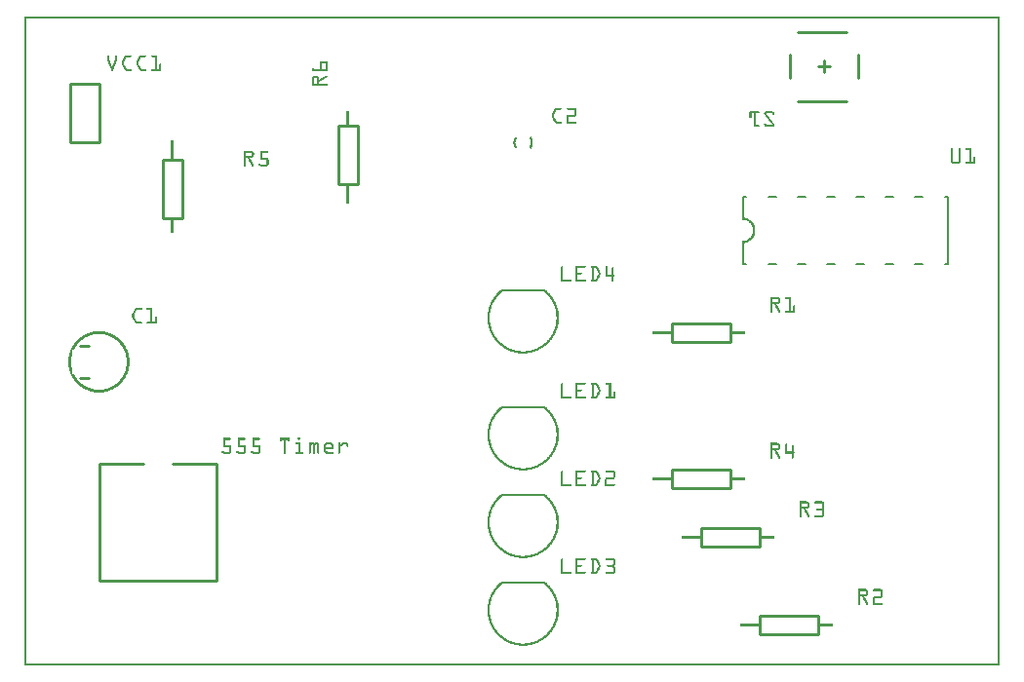
<source format=gto>
G04 MADE WITH FRITZING*
G04 WWW.FRITZING.ORG*
G04 DOUBLE SIDED*
G04 HOLES PLATED*
G04 CONTOUR ON CENTER OF CONTOUR VECTOR*
%ASAXBY*%
%FSLAX23Y23*%
%MOIN*%
%OFA0B0*%
%SFA1.0B1.0*%
%ADD10C,0.010000*%
%ADD11C,0.008000*%
%ADD12C,0.011000*%
%ADD13C,0.007874*%
%ADD14R,0.001000X0.001000*%
%LNSILK1*%
G90*
G70*
G54D10*
X538Y1730D02*
X538Y1530D01*
D02*
X538Y1530D02*
X472Y1530D01*
D02*
X472Y1530D02*
X472Y1730D01*
D02*
X472Y1730D02*
X538Y1730D01*
D02*
X1072Y1649D02*
X1072Y1849D01*
D02*
X1072Y1849D02*
X1138Y1849D01*
D02*
X1138Y1849D02*
X1138Y1649D01*
D02*
X1138Y1649D02*
X1072Y1649D01*
D02*
X255Y690D02*
X255Y290D01*
D02*
X255Y290D02*
X655Y290D01*
D02*
X655Y290D02*
X655Y690D01*
D02*
X255Y690D02*
X405Y690D01*
D02*
X505Y690D02*
X655Y690D01*
D02*
X2615Y2012D02*
X2615Y2091D01*
D02*
X2811Y1933D02*
X2644Y1933D01*
D02*
X2811Y2169D02*
X2644Y2169D01*
D02*
X2851Y2012D02*
X2851Y2091D01*
D02*
X2733Y2031D02*
X2733Y2071D01*
D02*
X2713Y2051D02*
X2752Y2051D01*
D02*
X155Y1990D02*
X155Y1790D01*
D02*
X155Y1790D02*
X255Y1790D01*
D02*
X255Y1790D02*
X255Y1990D01*
D02*
X255Y1990D02*
X155Y1990D01*
D02*
X2214Y673D02*
X2414Y673D01*
D02*
X2414Y673D02*
X2414Y607D01*
D02*
X2414Y607D02*
X2214Y607D01*
D02*
X2214Y607D02*
X2214Y673D01*
D02*
X2314Y473D02*
X2514Y473D01*
D02*
X2514Y473D02*
X2514Y407D01*
D02*
X2514Y407D02*
X2314Y407D01*
D02*
X2314Y407D02*
X2314Y473D01*
D02*
X2514Y173D02*
X2714Y173D01*
D02*
X2714Y173D02*
X2714Y107D01*
D02*
X2714Y107D02*
X2514Y107D01*
D02*
X2514Y107D02*
X2514Y173D01*
D02*
X2214Y1173D02*
X2414Y1173D01*
D02*
X2414Y1173D02*
X2414Y1107D01*
D02*
X2414Y1107D02*
X2214Y1107D01*
D02*
X2214Y1107D02*
X2214Y1173D01*
G54D11*
D02*
X3155Y1605D02*
X3155Y1375D01*
D02*
X2455Y1605D02*
X2455Y1530D01*
D02*
X2455Y1375D02*
X2455Y1450D01*
D02*
X2455Y1605D02*
X2465Y1605D01*
D02*
X3155Y1605D02*
X3145Y1605D01*
D02*
X2455Y1375D02*
X2465Y1375D01*
D02*
X3155Y1375D02*
X3145Y1375D01*
D02*
X2542Y1605D02*
X2568Y1605D01*
D02*
X2642Y1605D02*
X2668Y1605D01*
D02*
X2742Y1605D02*
X2768Y1605D01*
D02*
X2842Y1605D02*
X2868Y1605D01*
D02*
X2942Y1605D02*
X2968Y1605D01*
D02*
X3042Y1605D02*
X3068Y1605D01*
D02*
X3042Y1375D02*
X3068Y1375D01*
D02*
X2942Y1375D02*
X2968Y1375D01*
D02*
X2842Y1375D02*
X2868Y1375D01*
D02*
X2742Y1375D02*
X2768Y1375D01*
D02*
X2642Y1375D02*
X2668Y1375D01*
D02*
X2542Y1375D02*
X2568Y1375D01*
G54D12*
X189Y1095D02*
X219Y1095D01*
D02*
X189Y985D02*
X219Y985D01*
D02*
G54D13*
X1775Y1285D02*
X1633Y1285D01*
D02*
X1775Y285D02*
X1633Y285D01*
D02*
X1775Y885D02*
X1633Y885D01*
D02*
X1775Y585D02*
X1633Y585D01*
D02*
G54D14*
X0Y2222D02*
X3332Y2222D01*
X0Y2221D02*
X3332Y2221D01*
X0Y2220D02*
X3332Y2220D01*
X0Y2219D02*
X3332Y2219D01*
X0Y2218D02*
X3332Y2218D01*
X0Y2217D02*
X3332Y2217D01*
X0Y2216D02*
X3332Y2216D01*
X0Y2215D02*
X3332Y2215D01*
X0Y2214D02*
X7Y2214D01*
X3325Y2214D02*
X3332Y2214D01*
X0Y2213D02*
X7Y2213D01*
X3325Y2213D02*
X3332Y2213D01*
X0Y2212D02*
X7Y2212D01*
X3325Y2212D02*
X3332Y2212D01*
X0Y2211D02*
X7Y2211D01*
X3325Y2211D02*
X3332Y2211D01*
X0Y2210D02*
X7Y2210D01*
X3325Y2210D02*
X3332Y2210D01*
X0Y2209D02*
X7Y2209D01*
X3325Y2209D02*
X3332Y2209D01*
X0Y2208D02*
X7Y2208D01*
X3325Y2208D02*
X3332Y2208D01*
X0Y2207D02*
X7Y2207D01*
X3325Y2207D02*
X3332Y2207D01*
X0Y2206D02*
X7Y2206D01*
X3325Y2206D02*
X3332Y2206D01*
X0Y2205D02*
X7Y2205D01*
X3325Y2205D02*
X3332Y2205D01*
X0Y2204D02*
X7Y2204D01*
X3325Y2204D02*
X3332Y2204D01*
X0Y2203D02*
X7Y2203D01*
X3325Y2203D02*
X3332Y2203D01*
X0Y2202D02*
X7Y2202D01*
X3325Y2202D02*
X3332Y2202D01*
X0Y2201D02*
X7Y2201D01*
X3325Y2201D02*
X3332Y2201D01*
X0Y2200D02*
X7Y2200D01*
X3325Y2200D02*
X3332Y2200D01*
X0Y2199D02*
X7Y2199D01*
X3325Y2199D02*
X3332Y2199D01*
X0Y2198D02*
X7Y2198D01*
X3325Y2198D02*
X3332Y2198D01*
X0Y2197D02*
X7Y2197D01*
X3325Y2197D02*
X3332Y2197D01*
X0Y2196D02*
X7Y2196D01*
X3325Y2196D02*
X3332Y2196D01*
X0Y2195D02*
X7Y2195D01*
X3325Y2195D02*
X3332Y2195D01*
X0Y2194D02*
X7Y2194D01*
X3325Y2194D02*
X3332Y2194D01*
X0Y2193D02*
X7Y2193D01*
X3325Y2193D02*
X3332Y2193D01*
X0Y2192D02*
X7Y2192D01*
X3325Y2192D02*
X3332Y2192D01*
X0Y2191D02*
X7Y2191D01*
X3325Y2191D02*
X3332Y2191D01*
X0Y2190D02*
X7Y2190D01*
X3325Y2190D02*
X3332Y2190D01*
X0Y2189D02*
X7Y2189D01*
X3325Y2189D02*
X3332Y2189D01*
X0Y2188D02*
X7Y2188D01*
X3325Y2188D02*
X3332Y2188D01*
X0Y2187D02*
X7Y2187D01*
X3325Y2187D02*
X3332Y2187D01*
X0Y2186D02*
X7Y2186D01*
X3325Y2186D02*
X3332Y2186D01*
X0Y2185D02*
X7Y2185D01*
X3325Y2185D02*
X3332Y2185D01*
X0Y2184D02*
X7Y2184D01*
X3325Y2184D02*
X3332Y2184D01*
X0Y2183D02*
X7Y2183D01*
X3325Y2183D02*
X3332Y2183D01*
X0Y2182D02*
X7Y2182D01*
X3325Y2182D02*
X3332Y2182D01*
X0Y2181D02*
X7Y2181D01*
X3325Y2181D02*
X3332Y2181D01*
X0Y2180D02*
X7Y2180D01*
X3325Y2180D02*
X3332Y2180D01*
X0Y2179D02*
X7Y2179D01*
X3325Y2179D02*
X3332Y2179D01*
X0Y2178D02*
X7Y2178D01*
X3325Y2178D02*
X3332Y2178D01*
X0Y2177D02*
X7Y2177D01*
X3325Y2177D02*
X3332Y2177D01*
X0Y2176D02*
X7Y2176D01*
X3325Y2176D02*
X3332Y2176D01*
X0Y2175D02*
X7Y2175D01*
X3325Y2175D02*
X3332Y2175D01*
X0Y2174D02*
X7Y2174D01*
X3325Y2174D02*
X3332Y2174D01*
X0Y2173D02*
X7Y2173D01*
X3325Y2173D02*
X3332Y2173D01*
X0Y2172D02*
X7Y2172D01*
X3325Y2172D02*
X3332Y2172D01*
X0Y2171D02*
X7Y2171D01*
X3325Y2171D02*
X3332Y2171D01*
X0Y2170D02*
X7Y2170D01*
X3325Y2170D02*
X3332Y2170D01*
X0Y2169D02*
X7Y2169D01*
X3325Y2169D02*
X3332Y2169D01*
X0Y2168D02*
X7Y2168D01*
X3325Y2168D02*
X3332Y2168D01*
X0Y2167D02*
X7Y2167D01*
X3325Y2167D02*
X3332Y2167D01*
X0Y2166D02*
X7Y2166D01*
X3325Y2166D02*
X3332Y2166D01*
X0Y2165D02*
X7Y2165D01*
X3325Y2165D02*
X3332Y2165D01*
X0Y2164D02*
X7Y2164D01*
X3325Y2164D02*
X3332Y2164D01*
X0Y2163D02*
X7Y2163D01*
X3325Y2163D02*
X3332Y2163D01*
X0Y2162D02*
X7Y2162D01*
X3325Y2162D02*
X3332Y2162D01*
X0Y2161D02*
X7Y2161D01*
X3325Y2161D02*
X3332Y2161D01*
X0Y2160D02*
X7Y2160D01*
X3325Y2160D02*
X3332Y2160D01*
X0Y2159D02*
X7Y2159D01*
X3325Y2159D02*
X3332Y2159D01*
X0Y2158D02*
X7Y2158D01*
X3325Y2158D02*
X3332Y2158D01*
X0Y2157D02*
X7Y2157D01*
X3325Y2157D02*
X3332Y2157D01*
X0Y2156D02*
X7Y2156D01*
X3325Y2156D02*
X3332Y2156D01*
X0Y2155D02*
X7Y2155D01*
X3325Y2155D02*
X3332Y2155D01*
X0Y2154D02*
X7Y2154D01*
X3325Y2154D02*
X3332Y2154D01*
X0Y2153D02*
X7Y2153D01*
X3325Y2153D02*
X3332Y2153D01*
X0Y2152D02*
X7Y2152D01*
X3325Y2152D02*
X3332Y2152D01*
X0Y2151D02*
X7Y2151D01*
X3325Y2151D02*
X3332Y2151D01*
X0Y2150D02*
X7Y2150D01*
X3325Y2150D02*
X3332Y2150D01*
X0Y2149D02*
X7Y2149D01*
X3325Y2149D02*
X3332Y2149D01*
X0Y2148D02*
X7Y2148D01*
X3325Y2148D02*
X3332Y2148D01*
X0Y2147D02*
X7Y2147D01*
X3325Y2147D02*
X3332Y2147D01*
X0Y2146D02*
X7Y2146D01*
X3325Y2146D02*
X3332Y2146D01*
X0Y2145D02*
X7Y2145D01*
X3325Y2145D02*
X3332Y2145D01*
X0Y2144D02*
X7Y2144D01*
X3325Y2144D02*
X3332Y2144D01*
X0Y2143D02*
X7Y2143D01*
X3325Y2143D02*
X3332Y2143D01*
X0Y2142D02*
X7Y2142D01*
X3325Y2142D02*
X3332Y2142D01*
X0Y2141D02*
X7Y2141D01*
X3325Y2141D02*
X3332Y2141D01*
X0Y2140D02*
X7Y2140D01*
X3325Y2140D02*
X3332Y2140D01*
X0Y2139D02*
X7Y2139D01*
X3325Y2139D02*
X3332Y2139D01*
X0Y2138D02*
X7Y2138D01*
X3325Y2138D02*
X3332Y2138D01*
X0Y2137D02*
X7Y2137D01*
X3325Y2137D02*
X3332Y2137D01*
X0Y2136D02*
X7Y2136D01*
X3325Y2136D02*
X3332Y2136D01*
X0Y2135D02*
X7Y2135D01*
X3325Y2135D02*
X3332Y2135D01*
X0Y2134D02*
X7Y2134D01*
X3325Y2134D02*
X3332Y2134D01*
X0Y2133D02*
X7Y2133D01*
X3325Y2133D02*
X3332Y2133D01*
X0Y2132D02*
X7Y2132D01*
X3325Y2132D02*
X3332Y2132D01*
X0Y2131D02*
X7Y2131D01*
X3325Y2131D02*
X3332Y2131D01*
X0Y2130D02*
X7Y2130D01*
X3325Y2130D02*
X3332Y2130D01*
X0Y2129D02*
X7Y2129D01*
X3325Y2129D02*
X3332Y2129D01*
X0Y2128D02*
X7Y2128D01*
X3325Y2128D02*
X3332Y2128D01*
X0Y2127D02*
X7Y2127D01*
X3325Y2127D02*
X3332Y2127D01*
X0Y2126D02*
X7Y2126D01*
X3325Y2126D02*
X3332Y2126D01*
X0Y2125D02*
X7Y2125D01*
X3325Y2125D02*
X3332Y2125D01*
X0Y2124D02*
X7Y2124D01*
X3325Y2124D02*
X3332Y2124D01*
X0Y2123D02*
X7Y2123D01*
X3325Y2123D02*
X3332Y2123D01*
X0Y2122D02*
X7Y2122D01*
X3325Y2122D02*
X3332Y2122D01*
X0Y2121D02*
X7Y2121D01*
X3325Y2121D02*
X3332Y2121D01*
X0Y2120D02*
X7Y2120D01*
X3325Y2120D02*
X3332Y2120D01*
X0Y2119D02*
X7Y2119D01*
X3325Y2119D02*
X3332Y2119D01*
X0Y2118D02*
X7Y2118D01*
X3325Y2118D02*
X3332Y2118D01*
X0Y2117D02*
X7Y2117D01*
X3325Y2117D02*
X3332Y2117D01*
X0Y2116D02*
X7Y2116D01*
X3325Y2116D02*
X3332Y2116D01*
X0Y2115D02*
X7Y2115D01*
X3325Y2115D02*
X3332Y2115D01*
X0Y2114D02*
X7Y2114D01*
X3325Y2114D02*
X3332Y2114D01*
X0Y2113D02*
X7Y2113D01*
X3325Y2113D02*
X3332Y2113D01*
X0Y2112D02*
X7Y2112D01*
X3325Y2112D02*
X3332Y2112D01*
X0Y2111D02*
X7Y2111D01*
X3325Y2111D02*
X3332Y2111D01*
X0Y2110D02*
X7Y2110D01*
X3325Y2110D02*
X3332Y2110D01*
X0Y2109D02*
X7Y2109D01*
X3325Y2109D02*
X3332Y2109D01*
X0Y2108D02*
X7Y2108D01*
X3325Y2108D02*
X3332Y2108D01*
X0Y2107D02*
X7Y2107D01*
X3325Y2107D02*
X3332Y2107D01*
X0Y2106D02*
X7Y2106D01*
X3325Y2106D02*
X3332Y2106D01*
X0Y2105D02*
X7Y2105D01*
X3325Y2105D02*
X3332Y2105D01*
X0Y2104D02*
X7Y2104D01*
X3325Y2104D02*
X3332Y2104D01*
X0Y2103D02*
X7Y2103D01*
X3325Y2103D02*
X3332Y2103D01*
X0Y2102D02*
X7Y2102D01*
X3325Y2102D02*
X3332Y2102D01*
X0Y2101D02*
X7Y2101D01*
X3325Y2101D02*
X3332Y2101D01*
X0Y2100D02*
X7Y2100D01*
X3325Y2100D02*
X3332Y2100D01*
X0Y2099D02*
X7Y2099D01*
X3325Y2099D02*
X3332Y2099D01*
X0Y2098D02*
X7Y2098D01*
X3325Y2098D02*
X3332Y2098D01*
X0Y2097D02*
X7Y2097D01*
X3325Y2097D02*
X3332Y2097D01*
X0Y2096D02*
X7Y2096D01*
X3325Y2096D02*
X3332Y2096D01*
X0Y2095D02*
X7Y2095D01*
X3325Y2095D02*
X3332Y2095D01*
X0Y2094D02*
X7Y2094D01*
X3325Y2094D02*
X3332Y2094D01*
X0Y2093D02*
X7Y2093D01*
X3325Y2093D02*
X3332Y2093D01*
X0Y2092D02*
X7Y2092D01*
X3325Y2092D02*
X3332Y2092D01*
X0Y2091D02*
X7Y2091D01*
X3325Y2091D02*
X3332Y2091D01*
X0Y2090D02*
X7Y2090D01*
X3325Y2090D02*
X3332Y2090D01*
X0Y2089D02*
X7Y2089D01*
X284Y2089D02*
X287Y2089D01*
X311Y2089D02*
X315Y2089D01*
X347Y2089D02*
X365Y2089D01*
X397Y2089D02*
X415Y2089D01*
X434Y2089D02*
X452Y2089D01*
X3325Y2089D02*
X3332Y2089D01*
X0Y2088D02*
X7Y2088D01*
X283Y2088D02*
X288Y2088D01*
X311Y2088D02*
X316Y2088D01*
X345Y2088D02*
X366Y2088D01*
X395Y2088D02*
X416Y2088D01*
X433Y2088D02*
X452Y2088D01*
X3325Y2088D02*
X3332Y2088D01*
X0Y2087D02*
X7Y2087D01*
X283Y2087D02*
X288Y2087D01*
X310Y2087D02*
X316Y2087D01*
X343Y2087D02*
X366Y2087D01*
X393Y2087D02*
X416Y2087D01*
X433Y2087D02*
X452Y2087D01*
X3325Y2087D02*
X3332Y2087D01*
X0Y2086D02*
X7Y2086D01*
X283Y2086D02*
X289Y2086D01*
X310Y2086D02*
X316Y2086D01*
X342Y2086D02*
X366Y2086D01*
X392Y2086D02*
X416Y2086D01*
X433Y2086D02*
X452Y2086D01*
X3325Y2086D02*
X3332Y2086D01*
X0Y2085D02*
X7Y2085D01*
X283Y2085D02*
X289Y2085D01*
X310Y2085D02*
X316Y2085D01*
X342Y2085D02*
X366Y2085D01*
X392Y2085D02*
X416Y2085D01*
X433Y2085D02*
X452Y2085D01*
X3325Y2085D02*
X3332Y2085D01*
X0Y2084D02*
X7Y2084D01*
X283Y2084D02*
X289Y2084D01*
X310Y2084D02*
X316Y2084D01*
X341Y2084D02*
X365Y2084D01*
X391Y2084D02*
X415Y2084D01*
X434Y2084D02*
X452Y2084D01*
X3325Y2084D02*
X3332Y2084D01*
X0Y2083D02*
X7Y2083D01*
X283Y2083D02*
X289Y2083D01*
X310Y2083D02*
X316Y2083D01*
X341Y2083D02*
X363Y2083D01*
X391Y2083D02*
X413Y2083D01*
X435Y2083D02*
X452Y2083D01*
X3325Y2083D02*
X3332Y2083D01*
X0Y2082D02*
X7Y2082D01*
X283Y2082D02*
X289Y2082D01*
X310Y2082D02*
X316Y2082D01*
X340Y2082D02*
X347Y2082D01*
X390Y2082D02*
X397Y2082D01*
X446Y2082D02*
X452Y2082D01*
X3325Y2082D02*
X3332Y2082D01*
X0Y2081D02*
X7Y2081D01*
X283Y2081D02*
X289Y2081D01*
X310Y2081D02*
X316Y2081D01*
X340Y2081D02*
X347Y2081D01*
X390Y2081D02*
X397Y2081D01*
X446Y2081D02*
X452Y2081D01*
X3325Y2081D02*
X3332Y2081D01*
X0Y2080D02*
X7Y2080D01*
X283Y2080D02*
X289Y2080D01*
X310Y2080D02*
X316Y2080D01*
X339Y2080D02*
X346Y2080D01*
X389Y2080D02*
X396Y2080D01*
X446Y2080D02*
X452Y2080D01*
X3325Y2080D02*
X3332Y2080D01*
X0Y2079D02*
X7Y2079D01*
X283Y2079D02*
X289Y2079D01*
X310Y2079D02*
X316Y2079D01*
X339Y2079D02*
X346Y2079D01*
X389Y2079D02*
X396Y2079D01*
X446Y2079D02*
X452Y2079D01*
X3325Y2079D02*
X3332Y2079D01*
X0Y2078D02*
X7Y2078D01*
X283Y2078D02*
X289Y2078D01*
X310Y2078D02*
X316Y2078D01*
X338Y2078D02*
X345Y2078D01*
X388Y2078D02*
X395Y2078D01*
X446Y2078D02*
X452Y2078D01*
X3325Y2078D02*
X3332Y2078D01*
X0Y2077D02*
X7Y2077D01*
X283Y2077D02*
X289Y2077D01*
X310Y2077D02*
X316Y2077D01*
X338Y2077D02*
X345Y2077D01*
X388Y2077D02*
X395Y2077D01*
X446Y2077D02*
X452Y2077D01*
X3325Y2077D02*
X3332Y2077D01*
X0Y2076D02*
X7Y2076D01*
X283Y2076D02*
X289Y2076D01*
X310Y2076D02*
X316Y2076D01*
X337Y2076D02*
X344Y2076D01*
X387Y2076D02*
X394Y2076D01*
X446Y2076D02*
X452Y2076D01*
X3325Y2076D02*
X3332Y2076D01*
X0Y2075D02*
X7Y2075D01*
X283Y2075D02*
X289Y2075D01*
X310Y2075D02*
X316Y2075D01*
X337Y2075D02*
X344Y2075D01*
X387Y2075D02*
X394Y2075D01*
X446Y2075D02*
X452Y2075D01*
X3325Y2075D02*
X3332Y2075D01*
X0Y2074D02*
X7Y2074D01*
X283Y2074D02*
X289Y2074D01*
X310Y2074D02*
X316Y2074D01*
X336Y2074D02*
X343Y2074D01*
X386Y2074D02*
X393Y2074D01*
X446Y2074D02*
X452Y2074D01*
X3325Y2074D02*
X3332Y2074D01*
X0Y2073D02*
X7Y2073D01*
X283Y2073D02*
X289Y2073D01*
X309Y2073D02*
X316Y2073D01*
X336Y2073D02*
X343Y2073D01*
X386Y2073D02*
X393Y2073D01*
X446Y2073D02*
X452Y2073D01*
X3325Y2073D02*
X3332Y2073D01*
X0Y2072D02*
X7Y2072D01*
X283Y2072D02*
X290Y2072D01*
X309Y2072D02*
X315Y2072D01*
X335Y2072D02*
X342Y2072D01*
X385Y2072D02*
X392Y2072D01*
X446Y2072D02*
X452Y2072D01*
X3325Y2072D02*
X3332Y2072D01*
X0Y2071D02*
X7Y2071D01*
X284Y2071D02*
X290Y2071D01*
X308Y2071D02*
X315Y2071D01*
X335Y2071D02*
X342Y2071D01*
X385Y2071D02*
X392Y2071D01*
X446Y2071D02*
X452Y2071D01*
X3325Y2071D02*
X3332Y2071D01*
X0Y2070D02*
X7Y2070D01*
X284Y2070D02*
X291Y2070D01*
X308Y2070D02*
X315Y2070D01*
X334Y2070D02*
X341Y2070D01*
X384Y2070D02*
X391Y2070D01*
X446Y2070D02*
X452Y2070D01*
X3325Y2070D02*
X3332Y2070D01*
X0Y2069D02*
X7Y2069D01*
X284Y2069D02*
X291Y2069D01*
X308Y2069D02*
X314Y2069D01*
X334Y2069D02*
X341Y2069D01*
X384Y2069D02*
X391Y2069D01*
X446Y2069D02*
X452Y2069D01*
X1012Y2069D02*
X1034Y2069D01*
X3325Y2069D02*
X3332Y2069D01*
X0Y2068D02*
X7Y2068D01*
X285Y2068D02*
X291Y2068D01*
X307Y2068D02*
X314Y2068D01*
X333Y2068D02*
X340Y2068D01*
X383Y2068D02*
X390Y2068D01*
X446Y2068D02*
X452Y2068D01*
X1012Y2068D02*
X1034Y2068D01*
X3325Y2068D02*
X3332Y2068D01*
X0Y2067D02*
X7Y2067D01*
X285Y2067D02*
X292Y2067D01*
X307Y2067D02*
X313Y2067D01*
X333Y2067D02*
X340Y2067D01*
X383Y2067D02*
X390Y2067D01*
X446Y2067D02*
X452Y2067D01*
X1011Y2067D02*
X1035Y2067D01*
X3325Y2067D02*
X3332Y2067D01*
X0Y2066D02*
X7Y2066D01*
X286Y2066D02*
X292Y2066D01*
X306Y2066D02*
X313Y2066D01*
X333Y2066D02*
X339Y2066D01*
X383Y2066D02*
X389Y2066D01*
X446Y2066D02*
X452Y2066D01*
X1011Y2066D02*
X1035Y2066D01*
X3325Y2066D02*
X3332Y2066D01*
X0Y2065D02*
X7Y2065D01*
X286Y2065D02*
X293Y2065D01*
X306Y2065D02*
X313Y2065D01*
X333Y2065D02*
X339Y2065D01*
X383Y2065D02*
X389Y2065D01*
X446Y2065D02*
X452Y2065D01*
X1011Y2065D02*
X1035Y2065D01*
X3325Y2065D02*
X3332Y2065D01*
X0Y2064D02*
X7Y2064D01*
X286Y2064D02*
X293Y2064D01*
X306Y2064D02*
X312Y2064D01*
X333Y2064D02*
X339Y2064D01*
X383Y2064D02*
X389Y2064D01*
X446Y2064D02*
X452Y2064D01*
X1011Y2064D02*
X1035Y2064D01*
X3325Y2064D02*
X3332Y2064D01*
X0Y2063D02*
X7Y2063D01*
X287Y2063D02*
X293Y2063D01*
X305Y2063D02*
X312Y2063D01*
X333Y2063D02*
X339Y2063D01*
X383Y2063D02*
X389Y2063D01*
X446Y2063D02*
X452Y2063D01*
X1011Y2063D02*
X1035Y2063D01*
X3325Y2063D02*
X3332Y2063D01*
X0Y2062D02*
X7Y2062D01*
X287Y2062D02*
X294Y2062D01*
X305Y2062D02*
X311Y2062D01*
X333Y2062D02*
X339Y2062D01*
X383Y2062D02*
X389Y2062D01*
X446Y2062D02*
X452Y2062D01*
X1011Y2062D02*
X1017Y2062D01*
X1029Y2062D02*
X1035Y2062D01*
X3325Y2062D02*
X3332Y2062D01*
X0Y2061D02*
X7Y2061D01*
X288Y2061D02*
X294Y2061D01*
X305Y2061D02*
X311Y2061D01*
X333Y2061D02*
X339Y2061D01*
X383Y2061D02*
X389Y2061D01*
X446Y2061D02*
X452Y2061D01*
X1011Y2061D02*
X1017Y2061D01*
X1029Y2061D02*
X1035Y2061D01*
X3325Y2061D02*
X3332Y2061D01*
X0Y2060D02*
X7Y2060D01*
X288Y2060D02*
X295Y2060D01*
X304Y2060D02*
X311Y2060D01*
X333Y2060D02*
X339Y2060D01*
X383Y2060D02*
X389Y2060D01*
X446Y2060D02*
X452Y2060D01*
X462Y2060D02*
X464Y2060D01*
X1011Y2060D02*
X1017Y2060D01*
X1029Y2060D02*
X1035Y2060D01*
X3325Y2060D02*
X3332Y2060D01*
X0Y2059D02*
X7Y2059D01*
X288Y2059D02*
X295Y2059D01*
X304Y2059D02*
X310Y2059D01*
X333Y2059D02*
X339Y2059D01*
X383Y2059D02*
X389Y2059D01*
X446Y2059D02*
X452Y2059D01*
X461Y2059D02*
X465Y2059D01*
X1011Y2059D02*
X1017Y2059D01*
X1029Y2059D02*
X1035Y2059D01*
X3325Y2059D02*
X3332Y2059D01*
X0Y2058D02*
X7Y2058D01*
X289Y2058D02*
X295Y2058D01*
X303Y2058D02*
X310Y2058D01*
X333Y2058D02*
X340Y2058D01*
X383Y2058D02*
X390Y2058D01*
X446Y2058D02*
X452Y2058D01*
X460Y2058D02*
X466Y2058D01*
X1011Y2058D02*
X1017Y2058D01*
X1029Y2058D02*
X1035Y2058D01*
X3325Y2058D02*
X3332Y2058D01*
X0Y2057D02*
X7Y2057D01*
X289Y2057D02*
X296Y2057D01*
X303Y2057D02*
X310Y2057D01*
X334Y2057D02*
X340Y2057D01*
X384Y2057D02*
X390Y2057D01*
X446Y2057D02*
X452Y2057D01*
X460Y2057D02*
X466Y2057D01*
X1011Y2057D02*
X1017Y2057D01*
X1029Y2057D02*
X1035Y2057D01*
X3325Y2057D02*
X3332Y2057D01*
X0Y2056D02*
X7Y2056D01*
X289Y2056D02*
X296Y2056D01*
X303Y2056D02*
X309Y2056D01*
X334Y2056D02*
X341Y2056D01*
X384Y2056D02*
X391Y2056D01*
X446Y2056D02*
X452Y2056D01*
X460Y2056D02*
X466Y2056D01*
X1011Y2056D02*
X1017Y2056D01*
X1029Y2056D02*
X1035Y2056D01*
X3325Y2056D02*
X3332Y2056D01*
X0Y2055D02*
X7Y2055D01*
X290Y2055D02*
X296Y2055D01*
X302Y2055D02*
X309Y2055D01*
X335Y2055D02*
X341Y2055D01*
X385Y2055D02*
X391Y2055D01*
X446Y2055D02*
X452Y2055D01*
X460Y2055D02*
X466Y2055D01*
X1011Y2055D02*
X1017Y2055D01*
X1029Y2055D02*
X1035Y2055D01*
X3325Y2055D02*
X3332Y2055D01*
X0Y2054D02*
X7Y2054D01*
X290Y2054D02*
X297Y2054D01*
X302Y2054D02*
X308Y2054D01*
X335Y2054D02*
X342Y2054D01*
X385Y2054D02*
X392Y2054D01*
X446Y2054D02*
X452Y2054D01*
X460Y2054D02*
X466Y2054D01*
X1011Y2054D02*
X1017Y2054D01*
X1029Y2054D02*
X1035Y2054D01*
X3325Y2054D02*
X3332Y2054D01*
X0Y2053D02*
X7Y2053D01*
X291Y2053D02*
X297Y2053D01*
X301Y2053D02*
X308Y2053D01*
X336Y2053D02*
X342Y2053D01*
X386Y2053D02*
X392Y2053D01*
X446Y2053D02*
X452Y2053D01*
X460Y2053D02*
X466Y2053D01*
X1011Y2053D02*
X1017Y2053D01*
X1029Y2053D02*
X1035Y2053D01*
X3325Y2053D02*
X3332Y2053D01*
X0Y2052D02*
X7Y2052D01*
X291Y2052D02*
X298Y2052D01*
X301Y2052D02*
X308Y2052D01*
X336Y2052D02*
X343Y2052D01*
X386Y2052D02*
X393Y2052D01*
X446Y2052D02*
X452Y2052D01*
X460Y2052D02*
X466Y2052D01*
X1011Y2052D02*
X1017Y2052D01*
X1029Y2052D02*
X1035Y2052D01*
X3325Y2052D02*
X3332Y2052D01*
X0Y2051D02*
X7Y2051D01*
X291Y2051D02*
X298Y2051D01*
X301Y2051D02*
X307Y2051D01*
X337Y2051D02*
X343Y2051D01*
X387Y2051D02*
X393Y2051D01*
X446Y2051D02*
X452Y2051D01*
X460Y2051D02*
X466Y2051D01*
X1011Y2051D02*
X1017Y2051D01*
X1029Y2051D02*
X1035Y2051D01*
X3325Y2051D02*
X3332Y2051D01*
X0Y2050D02*
X7Y2050D01*
X292Y2050D02*
X298Y2050D01*
X300Y2050D02*
X307Y2050D01*
X337Y2050D02*
X344Y2050D01*
X387Y2050D02*
X394Y2050D01*
X446Y2050D02*
X452Y2050D01*
X460Y2050D02*
X466Y2050D01*
X1011Y2050D02*
X1017Y2050D01*
X1029Y2050D02*
X1035Y2050D01*
X3325Y2050D02*
X3332Y2050D01*
X0Y2049D02*
X7Y2049D01*
X292Y2049D02*
X306Y2049D01*
X338Y2049D02*
X344Y2049D01*
X388Y2049D02*
X394Y2049D01*
X446Y2049D02*
X452Y2049D01*
X460Y2049D02*
X466Y2049D01*
X1011Y2049D02*
X1017Y2049D01*
X1029Y2049D02*
X1035Y2049D01*
X3325Y2049D02*
X3332Y2049D01*
X0Y2048D02*
X7Y2048D01*
X293Y2048D02*
X306Y2048D01*
X338Y2048D02*
X345Y2048D01*
X388Y2048D02*
X395Y2048D01*
X446Y2048D02*
X452Y2048D01*
X460Y2048D02*
X466Y2048D01*
X1011Y2048D02*
X1017Y2048D01*
X1029Y2048D02*
X1035Y2048D01*
X3325Y2048D02*
X3332Y2048D01*
X0Y2047D02*
X7Y2047D01*
X293Y2047D02*
X306Y2047D01*
X339Y2047D02*
X345Y2047D01*
X389Y2047D02*
X395Y2047D01*
X446Y2047D02*
X452Y2047D01*
X460Y2047D02*
X466Y2047D01*
X1011Y2047D02*
X1017Y2047D01*
X1029Y2047D02*
X1035Y2047D01*
X3325Y2047D02*
X3332Y2047D01*
X0Y2046D02*
X7Y2046D01*
X293Y2046D02*
X305Y2046D01*
X339Y2046D02*
X346Y2046D01*
X389Y2046D02*
X396Y2046D01*
X446Y2046D02*
X452Y2046D01*
X460Y2046D02*
X466Y2046D01*
X1011Y2046D02*
X1017Y2046D01*
X1029Y2046D02*
X1035Y2046D01*
X3325Y2046D02*
X3332Y2046D01*
X0Y2045D02*
X7Y2045D01*
X294Y2045D02*
X305Y2045D01*
X340Y2045D02*
X346Y2045D01*
X390Y2045D02*
X396Y2045D01*
X446Y2045D02*
X452Y2045D01*
X460Y2045D02*
X466Y2045D01*
X983Y2045D02*
X986Y2045D01*
X1011Y2045D02*
X1017Y2045D01*
X1029Y2045D02*
X1035Y2045D01*
X3325Y2045D02*
X3332Y2045D01*
X0Y2044D02*
X7Y2044D01*
X294Y2044D02*
X304Y2044D01*
X340Y2044D02*
X347Y2044D01*
X390Y2044D02*
X397Y2044D01*
X446Y2044D02*
X452Y2044D01*
X460Y2044D02*
X466Y2044D01*
X982Y2044D02*
X987Y2044D01*
X1011Y2044D02*
X1017Y2044D01*
X1029Y2044D02*
X1035Y2044D01*
X3325Y2044D02*
X3332Y2044D01*
X0Y2043D02*
X7Y2043D01*
X295Y2043D02*
X304Y2043D01*
X341Y2043D02*
X348Y2043D01*
X391Y2043D02*
X398Y2043D01*
X446Y2043D02*
X452Y2043D01*
X460Y2043D02*
X466Y2043D01*
X982Y2043D02*
X988Y2043D01*
X1011Y2043D02*
X1017Y2043D01*
X1029Y2043D02*
X1035Y2043D01*
X3325Y2043D02*
X3332Y2043D01*
X0Y2042D02*
X7Y2042D01*
X295Y2042D02*
X304Y2042D01*
X341Y2042D02*
X365Y2042D01*
X391Y2042D02*
X415Y2042D01*
X434Y2042D02*
X466Y2042D01*
X982Y2042D02*
X1035Y2042D01*
X3325Y2042D02*
X3332Y2042D01*
X0Y2041D02*
X7Y2041D01*
X295Y2041D02*
X303Y2041D01*
X342Y2041D02*
X366Y2041D01*
X392Y2041D02*
X416Y2041D01*
X433Y2041D02*
X466Y2041D01*
X982Y2041D02*
X1035Y2041D01*
X3325Y2041D02*
X3332Y2041D01*
X0Y2040D02*
X7Y2040D01*
X296Y2040D02*
X303Y2040D01*
X342Y2040D02*
X366Y2040D01*
X392Y2040D02*
X416Y2040D01*
X433Y2040D02*
X466Y2040D01*
X982Y2040D02*
X1035Y2040D01*
X3325Y2040D02*
X3332Y2040D01*
X0Y2039D02*
X7Y2039D01*
X296Y2039D02*
X302Y2039D01*
X343Y2039D02*
X366Y2039D01*
X393Y2039D02*
X416Y2039D01*
X433Y2039D02*
X466Y2039D01*
X982Y2039D02*
X1035Y2039D01*
X3325Y2039D02*
X3332Y2039D01*
X0Y2038D02*
X7Y2038D01*
X296Y2038D02*
X302Y2038D01*
X344Y2038D02*
X366Y2038D01*
X394Y2038D02*
X416Y2038D01*
X433Y2038D02*
X466Y2038D01*
X982Y2038D02*
X1035Y2038D01*
X3325Y2038D02*
X3332Y2038D01*
X0Y2037D02*
X7Y2037D01*
X297Y2037D02*
X302Y2037D01*
X346Y2037D02*
X365Y2037D01*
X396Y2037D02*
X415Y2037D01*
X433Y2037D02*
X465Y2037D01*
X982Y2037D02*
X1034Y2037D01*
X3325Y2037D02*
X3332Y2037D01*
X0Y2036D02*
X7Y2036D01*
X298Y2036D02*
X300Y2036D01*
X348Y2036D02*
X364Y2036D01*
X398Y2036D02*
X414Y2036D01*
X435Y2036D02*
X464Y2036D01*
X983Y2036D02*
X1033Y2036D01*
X3325Y2036D02*
X3332Y2036D01*
X0Y2035D02*
X7Y2035D01*
X3325Y2035D02*
X3332Y2035D01*
X0Y2034D02*
X7Y2034D01*
X3325Y2034D02*
X3332Y2034D01*
X0Y2033D02*
X7Y2033D01*
X3325Y2033D02*
X3332Y2033D01*
X0Y2032D02*
X7Y2032D01*
X3325Y2032D02*
X3332Y2032D01*
X0Y2031D02*
X7Y2031D01*
X3325Y2031D02*
X3332Y2031D01*
X0Y2030D02*
X7Y2030D01*
X3325Y2030D02*
X3332Y2030D01*
X0Y2029D02*
X7Y2029D01*
X3325Y2029D02*
X3332Y2029D01*
X0Y2028D02*
X7Y2028D01*
X3325Y2028D02*
X3332Y2028D01*
X0Y2027D02*
X7Y2027D01*
X3325Y2027D02*
X3332Y2027D01*
X0Y2026D02*
X7Y2026D01*
X3325Y2026D02*
X3332Y2026D01*
X0Y2025D02*
X7Y2025D01*
X3325Y2025D02*
X3332Y2025D01*
X0Y2024D02*
X7Y2024D01*
X3325Y2024D02*
X3332Y2024D01*
X0Y2023D02*
X7Y2023D01*
X3325Y2023D02*
X3332Y2023D01*
X0Y2022D02*
X7Y2022D01*
X3325Y2022D02*
X3332Y2022D01*
X0Y2021D02*
X7Y2021D01*
X3325Y2021D02*
X3332Y2021D01*
X0Y2020D02*
X7Y2020D01*
X3325Y2020D02*
X3332Y2020D01*
X0Y2019D02*
X7Y2019D01*
X988Y2019D02*
X999Y2019D01*
X1030Y2019D02*
X1034Y2019D01*
X3325Y2019D02*
X3332Y2019D01*
X0Y2018D02*
X7Y2018D01*
X986Y2018D02*
X1001Y2018D01*
X1028Y2018D02*
X1034Y2018D01*
X3325Y2018D02*
X3332Y2018D01*
X0Y2017D02*
X7Y2017D01*
X985Y2017D02*
X1002Y2017D01*
X1026Y2017D02*
X1035Y2017D01*
X3325Y2017D02*
X3332Y2017D01*
X0Y2016D02*
X7Y2016D01*
X984Y2016D02*
X1003Y2016D01*
X1025Y2016D02*
X1035Y2016D01*
X3325Y2016D02*
X3332Y2016D01*
X0Y2015D02*
X7Y2015D01*
X983Y2015D02*
X1004Y2015D01*
X1023Y2015D02*
X1035Y2015D01*
X3325Y2015D02*
X3332Y2015D01*
X0Y2014D02*
X7Y2014D01*
X983Y2014D02*
X1004Y2014D01*
X1021Y2014D02*
X1034Y2014D01*
X3325Y2014D02*
X3332Y2014D01*
X0Y2013D02*
X7Y2013D01*
X982Y2013D02*
X1005Y2013D01*
X1020Y2013D02*
X1033Y2013D01*
X3325Y2013D02*
X3332Y2013D01*
X0Y2012D02*
X7Y2012D01*
X982Y2012D02*
X989Y2012D01*
X998Y2012D02*
X1005Y2012D01*
X1018Y2012D02*
X1031Y2012D01*
X3325Y2012D02*
X3332Y2012D01*
X0Y2011D02*
X7Y2011D01*
X982Y2011D02*
X988Y2011D01*
X999Y2011D02*
X1005Y2011D01*
X1016Y2011D02*
X1029Y2011D01*
X3325Y2011D02*
X3332Y2011D01*
X0Y2010D02*
X7Y2010D01*
X982Y2010D02*
X988Y2010D01*
X999Y2010D02*
X1005Y2010D01*
X1014Y2010D02*
X1027Y2010D01*
X3325Y2010D02*
X3332Y2010D01*
X0Y2009D02*
X7Y2009D01*
X982Y2009D02*
X988Y2009D01*
X999Y2009D02*
X1005Y2009D01*
X1013Y2009D02*
X1026Y2009D01*
X3325Y2009D02*
X3332Y2009D01*
X0Y2008D02*
X7Y2008D01*
X982Y2008D02*
X988Y2008D01*
X999Y2008D02*
X1005Y2008D01*
X1011Y2008D02*
X1024Y2008D01*
X3325Y2008D02*
X3332Y2008D01*
X0Y2007D02*
X7Y2007D01*
X982Y2007D02*
X988Y2007D01*
X999Y2007D02*
X1005Y2007D01*
X1009Y2007D02*
X1022Y2007D01*
X3325Y2007D02*
X3332Y2007D01*
X0Y2006D02*
X7Y2006D01*
X982Y2006D02*
X988Y2006D01*
X999Y2006D02*
X1006Y2006D01*
X1008Y2006D02*
X1021Y2006D01*
X3325Y2006D02*
X3332Y2006D01*
X0Y2005D02*
X7Y2005D01*
X982Y2005D02*
X988Y2005D01*
X999Y2005D02*
X1019Y2005D01*
X3325Y2005D02*
X3332Y2005D01*
X0Y2004D02*
X7Y2004D01*
X982Y2004D02*
X988Y2004D01*
X999Y2004D02*
X1017Y2004D01*
X3325Y2004D02*
X3332Y2004D01*
X0Y2003D02*
X7Y2003D01*
X982Y2003D02*
X988Y2003D01*
X999Y2003D02*
X1015Y2003D01*
X3325Y2003D02*
X3332Y2003D01*
X0Y2002D02*
X7Y2002D01*
X982Y2002D02*
X988Y2002D01*
X999Y2002D02*
X1014Y2002D01*
X3325Y2002D02*
X3332Y2002D01*
X0Y2001D02*
X7Y2001D01*
X982Y2001D02*
X988Y2001D01*
X999Y2001D02*
X1012Y2001D01*
X3325Y2001D02*
X3332Y2001D01*
X0Y2000D02*
X7Y2000D01*
X982Y2000D02*
X988Y2000D01*
X999Y2000D02*
X1010Y2000D01*
X3325Y2000D02*
X3332Y2000D01*
X0Y1999D02*
X7Y1999D01*
X982Y1999D02*
X988Y1999D01*
X999Y1999D02*
X1009Y1999D01*
X3325Y1999D02*
X3332Y1999D01*
X0Y1998D02*
X7Y1998D01*
X982Y1998D02*
X988Y1998D01*
X999Y1998D02*
X1007Y1998D01*
X3325Y1998D02*
X3332Y1998D01*
X0Y1997D02*
X7Y1997D01*
X982Y1997D02*
X988Y1997D01*
X999Y1997D02*
X1006Y1997D01*
X3325Y1997D02*
X3332Y1997D01*
X0Y1996D02*
X7Y1996D01*
X982Y1996D02*
X988Y1996D01*
X999Y1996D02*
X1005Y1996D01*
X3325Y1996D02*
X3332Y1996D01*
X0Y1995D02*
X7Y1995D01*
X982Y1995D02*
X988Y1995D01*
X999Y1995D02*
X1005Y1995D01*
X3325Y1995D02*
X3332Y1995D01*
X0Y1994D02*
X7Y1994D01*
X982Y1994D02*
X988Y1994D01*
X999Y1994D02*
X1005Y1994D01*
X3325Y1994D02*
X3332Y1994D01*
X0Y1993D02*
X7Y1993D01*
X982Y1993D02*
X988Y1993D01*
X999Y1993D02*
X1005Y1993D01*
X3325Y1993D02*
X3332Y1993D01*
X0Y1992D02*
X7Y1992D01*
X982Y1992D02*
X1033Y1992D01*
X3325Y1992D02*
X3332Y1992D01*
X0Y1991D02*
X7Y1991D01*
X187Y1991D02*
X188Y1991D01*
X982Y1991D02*
X1034Y1991D01*
X3325Y1991D02*
X3332Y1991D01*
X0Y1990D02*
X7Y1990D01*
X186Y1990D02*
X189Y1990D01*
X982Y1990D02*
X1035Y1990D01*
X3325Y1990D02*
X3332Y1990D01*
X0Y1989D02*
X7Y1989D01*
X185Y1989D02*
X190Y1989D01*
X982Y1989D02*
X1035Y1989D01*
X3325Y1989D02*
X3332Y1989D01*
X0Y1988D02*
X7Y1988D01*
X184Y1988D02*
X190Y1988D01*
X982Y1988D02*
X1035Y1988D01*
X3325Y1988D02*
X3332Y1988D01*
X0Y1987D02*
X7Y1987D01*
X183Y1987D02*
X189Y1987D01*
X982Y1987D02*
X1034Y1987D01*
X3325Y1987D02*
X3332Y1987D01*
X0Y1986D02*
X7Y1986D01*
X182Y1986D02*
X188Y1986D01*
X982Y1986D02*
X1033Y1986D01*
X3325Y1986D02*
X3332Y1986D01*
X0Y1985D02*
X7Y1985D01*
X181Y1985D02*
X187Y1985D01*
X3325Y1985D02*
X3332Y1985D01*
X0Y1984D02*
X7Y1984D01*
X3325Y1984D02*
X3332Y1984D01*
X0Y1983D02*
X7Y1983D01*
X3325Y1983D02*
X3332Y1983D01*
X0Y1982D02*
X7Y1982D01*
X3325Y1982D02*
X3332Y1982D01*
X0Y1981D02*
X7Y1981D01*
X3325Y1981D02*
X3332Y1981D01*
X0Y1980D02*
X7Y1980D01*
X3325Y1980D02*
X3332Y1980D01*
X0Y1979D02*
X7Y1979D01*
X3325Y1979D02*
X3332Y1979D01*
X0Y1978D02*
X7Y1978D01*
X3325Y1978D02*
X3332Y1978D01*
X0Y1977D02*
X7Y1977D01*
X3325Y1977D02*
X3332Y1977D01*
X0Y1976D02*
X7Y1976D01*
X3325Y1976D02*
X3332Y1976D01*
X0Y1975D02*
X7Y1975D01*
X3325Y1975D02*
X3332Y1975D01*
X0Y1974D02*
X7Y1974D01*
X3325Y1974D02*
X3332Y1974D01*
X0Y1973D02*
X7Y1973D01*
X3325Y1973D02*
X3332Y1973D01*
X0Y1972D02*
X7Y1972D01*
X3325Y1972D02*
X3332Y1972D01*
X0Y1971D02*
X7Y1971D01*
X3325Y1971D02*
X3332Y1971D01*
X0Y1970D02*
X7Y1970D01*
X3325Y1970D02*
X3332Y1970D01*
X0Y1969D02*
X7Y1969D01*
X3325Y1969D02*
X3332Y1969D01*
X0Y1968D02*
X7Y1968D01*
X3325Y1968D02*
X3332Y1968D01*
X0Y1967D02*
X7Y1967D01*
X3325Y1967D02*
X3332Y1967D01*
X0Y1966D02*
X7Y1966D01*
X3325Y1966D02*
X3332Y1966D01*
X0Y1965D02*
X7Y1965D01*
X3325Y1965D02*
X3332Y1965D01*
X0Y1964D02*
X7Y1964D01*
X160Y1964D02*
X160Y1964D01*
X3325Y1964D02*
X3332Y1964D01*
X0Y1963D02*
X7Y1963D01*
X159Y1963D02*
X160Y1963D01*
X3325Y1963D02*
X3332Y1963D01*
X0Y1962D02*
X7Y1962D01*
X158Y1962D02*
X160Y1962D01*
X3325Y1962D02*
X3332Y1962D01*
X0Y1961D02*
X7Y1961D01*
X157Y1961D02*
X160Y1961D01*
X3325Y1961D02*
X3332Y1961D01*
X0Y1960D02*
X7Y1960D01*
X156Y1960D02*
X160Y1960D01*
X3325Y1960D02*
X3332Y1960D01*
X0Y1959D02*
X7Y1959D01*
X155Y1959D02*
X160Y1959D01*
X3325Y1959D02*
X3332Y1959D01*
X0Y1958D02*
X7Y1958D01*
X154Y1958D02*
X160Y1958D01*
X3325Y1958D02*
X3332Y1958D01*
X0Y1957D02*
X7Y1957D01*
X153Y1957D02*
X159Y1957D01*
X3325Y1957D02*
X3332Y1957D01*
X0Y1956D02*
X7Y1956D01*
X154Y1956D02*
X158Y1956D01*
X3325Y1956D02*
X3332Y1956D01*
X0Y1955D02*
X7Y1955D01*
X155Y1955D02*
X157Y1955D01*
X3325Y1955D02*
X3332Y1955D01*
X0Y1954D02*
X7Y1954D01*
X156Y1954D02*
X156Y1954D01*
X3325Y1954D02*
X3332Y1954D01*
X0Y1953D02*
X7Y1953D01*
X3325Y1953D02*
X3332Y1953D01*
X0Y1952D02*
X7Y1952D01*
X3325Y1952D02*
X3332Y1952D01*
X0Y1951D02*
X7Y1951D01*
X3325Y1951D02*
X3332Y1951D01*
X0Y1950D02*
X7Y1950D01*
X3325Y1950D02*
X3332Y1950D01*
X0Y1949D02*
X7Y1949D01*
X3325Y1949D02*
X3332Y1949D01*
X0Y1948D02*
X7Y1948D01*
X3325Y1948D02*
X3332Y1948D01*
X0Y1947D02*
X7Y1947D01*
X3325Y1947D02*
X3332Y1947D01*
X0Y1946D02*
X7Y1946D01*
X3325Y1946D02*
X3332Y1946D01*
X0Y1945D02*
X7Y1945D01*
X3325Y1945D02*
X3332Y1945D01*
X0Y1944D02*
X7Y1944D01*
X3325Y1944D02*
X3332Y1944D01*
X0Y1943D02*
X7Y1943D01*
X3325Y1943D02*
X3332Y1943D01*
X0Y1942D02*
X7Y1942D01*
X3325Y1942D02*
X3332Y1942D01*
X0Y1941D02*
X7Y1941D01*
X3325Y1941D02*
X3332Y1941D01*
X0Y1940D02*
X7Y1940D01*
X3325Y1940D02*
X3332Y1940D01*
X0Y1939D02*
X7Y1939D01*
X3325Y1939D02*
X3332Y1939D01*
X0Y1938D02*
X7Y1938D01*
X3325Y1938D02*
X3332Y1938D01*
X0Y1937D02*
X7Y1937D01*
X3325Y1937D02*
X3332Y1937D01*
X0Y1936D02*
X7Y1936D01*
X3325Y1936D02*
X3332Y1936D01*
X0Y1935D02*
X7Y1935D01*
X3325Y1935D02*
X3332Y1935D01*
X0Y1934D02*
X7Y1934D01*
X3325Y1934D02*
X3332Y1934D01*
X0Y1933D02*
X7Y1933D01*
X3325Y1933D02*
X3332Y1933D01*
X0Y1932D02*
X7Y1932D01*
X3325Y1932D02*
X3332Y1932D01*
X0Y1931D02*
X7Y1931D01*
X3325Y1931D02*
X3332Y1931D01*
X0Y1930D02*
X7Y1930D01*
X3325Y1930D02*
X3332Y1930D01*
X0Y1929D02*
X7Y1929D01*
X3325Y1929D02*
X3332Y1929D01*
X0Y1928D02*
X7Y1928D01*
X3325Y1928D02*
X3332Y1928D01*
X0Y1927D02*
X7Y1927D01*
X3325Y1927D02*
X3332Y1927D01*
X0Y1926D02*
X7Y1926D01*
X3325Y1926D02*
X3332Y1926D01*
X0Y1925D02*
X7Y1925D01*
X3325Y1925D02*
X3332Y1925D01*
X0Y1924D02*
X7Y1924D01*
X3325Y1924D02*
X3332Y1924D01*
X0Y1923D02*
X7Y1923D01*
X3325Y1923D02*
X3332Y1923D01*
X0Y1922D02*
X7Y1922D01*
X3325Y1922D02*
X3332Y1922D01*
X0Y1921D02*
X7Y1921D01*
X3325Y1921D02*
X3332Y1921D01*
X0Y1920D02*
X7Y1920D01*
X3325Y1920D02*
X3332Y1920D01*
X0Y1919D02*
X7Y1919D01*
X3325Y1919D02*
X3332Y1919D01*
X0Y1918D02*
X7Y1918D01*
X3325Y1918D02*
X3332Y1918D01*
X0Y1917D02*
X7Y1917D01*
X3325Y1917D02*
X3332Y1917D01*
X0Y1916D02*
X7Y1916D01*
X3325Y1916D02*
X3332Y1916D01*
X0Y1915D02*
X7Y1915D01*
X3325Y1915D02*
X3332Y1915D01*
X0Y1914D02*
X7Y1914D01*
X3325Y1914D02*
X3332Y1914D01*
X0Y1913D02*
X7Y1913D01*
X3325Y1913D02*
X3332Y1913D01*
X0Y1912D02*
X7Y1912D01*
X3325Y1912D02*
X3332Y1912D01*
X0Y1911D02*
X7Y1911D01*
X3325Y1911D02*
X3332Y1911D01*
X0Y1910D02*
X7Y1910D01*
X3325Y1910D02*
X3332Y1910D01*
X0Y1909D02*
X7Y1909D01*
X1816Y1909D02*
X1835Y1909D01*
X1854Y1909D02*
X1882Y1909D01*
X3325Y1909D02*
X3332Y1909D01*
X0Y1908D02*
X7Y1908D01*
X1814Y1908D02*
X1836Y1908D01*
X1853Y1908D02*
X1884Y1908D01*
X3325Y1908D02*
X3332Y1908D01*
X0Y1907D02*
X7Y1907D01*
X1813Y1907D02*
X1836Y1907D01*
X1852Y1907D02*
X1885Y1907D01*
X3325Y1907D02*
X3332Y1907D01*
X0Y1906D02*
X7Y1906D01*
X1812Y1906D02*
X1836Y1906D01*
X1852Y1906D02*
X1885Y1906D01*
X3325Y1906D02*
X3332Y1906D01*
X0Y1905D02*
X7Y1905D01*
X1812Y1905D02*
X1836Y1905D01*
X1853Y1905D02*
X1886Y1905D01*
X3325Y1905D02*
X3332Y1905D01*
X0Y1904D02*
X7Y1904D01*
X1811Y1904D02*
X1835Y1904D01*
X1853Y1904D02*
X1886Y1904D01*
X3325Y1904D02*
X3332Y1904D01*
X0Y1903D02*
X7Y1903D01*
X1810Y1903D02*
X1833Y1903D01*
X1855Y1903D02*
X1886Y1903D01*
X3325Y1903D02*
X3332Y1903D01*
X0Y1902D02*
X7Y1902D01*
X1810Y1902D02*
X1817Y1902D01*
X1880Y1902D02*
X1886Y1902D01*
X3325Y1902D02*
X3332Y1902D01*
X0Y1901D02*
X7Y1901D01*
X1810Y1901D02*
X1816Y1901D01*
X1880Y1901D02*
X1886Y1901D01*
X3325Y1901D02*
X3332Y1901D01*
X0Y1900D02*
X7Y1900D01*
X1809Y1900D02*
X1816Y1900D01*
X1880Y1900D02*
X1886Y1900D01*
X3325Y1900D02*
X3332Y1900D01*
X0Y1899D02*
X7Y1899D01*
X1809Y1899D02*
X1815Y1899D01*
X1880Y1899D02*
X1886Y1899D01*
X3325Y1899D02*
X3332Y1899D01*
X0Y1898D02*
X7Y1898D01*
X1808Y1898D02*
X1815Y1898D01*
X1880Y1898D02*
X1886Y1898D01*
X3325Y1898D02*
X3332Y1898D01*
X0Y1897D02*
X7Y1897D01*
X1100Y1897D02*
X1109Y1897D01*
X1808Y1897D02*
X1814Y1897D01*
X1880Y1897D02*
X1886Y1897D01*
X2480Y1897D02*
X2510Y1897D01*
X2533Y1897D02*
X2556Y1897D01*
X3325Y1897D02*
X3332Y1897D01*
X0Y1896D02*
X7Y1896D01*
X1100Y1896D02*
X1109Y1896D01*
X1807Y1896D02*
X1814Y1896D01*
X1880Y1896D02*
X1886Y1896D01*
X2479Y1896D02*
X2511Y1896D01*
X2532Y1896D02*
X2558Y1896D01*
X3325Y1896D02*
X3332Y1896D01*
X0Y1895D02*
X7Y1895D01*
X1100Y1895D02*
X1109Y1895D01*
X1807Y1895D02*
X1813Y1895D01*
X1880Y1895D02*
X1886Y1895D01*
X2479Y1895D02*
X2512Y1895D01*
X2531Y1895D02*
X2559Y1895D01*
X3325Y1895D02*
X3332Y1895D01*
X0Y1894D02*
X7Y1894D01*
X1100Y1894D02*
X1109Y1894D01*
X1806Y1894D02*
X1813Y1894D01*
X1880Y1894D02*
X1886Y1894D01*
X2478Y1894D02*
X2512Y1894D01*
X2530Y1894D02*
X2560Y1894D01*
X3325Y1894D02*
X3332Y1894D01*
X0Y1893D02*
X7Y1893D01*
X1100Y1893D02*
X1109Y1893D01*
X1806Y1893D02*
X1812Y1893D01*
X1880Y1893D02*
X1886Y1893D01*
X2478Y1893D02*
X2512Y1893D01*
X2529Y1893D02*
X2561Y1893D01*
X3325Y1893D02*
X3332Y1893D01*
X0Y1892D02*
X7Y1892D01*
X1100Y1892D02*
X1109Y1892D01*
X1805Y1892D02*
X1812Y1892D01*
X1880Y1892D02*
X1886Y1892D01*
X2478Y1892D02*
X2511Y1892D01*
X2529Y1892D02*
X2561Y1892D01*
X3325Y1892D02*
X3332Y1892D01*
X0Y1891D02*
X7Y1891D01*
X1100Y1891D02*
X1109Y1891D01*
X1805Y1891D02*
X1811Y1891D01*
X1880Y1891D02*
X1886Y1891D01*
X2478Y1891D02*
X2510Y1891D01*
X2529Y1891D02*
X2562Y1891D01*
X3325Y1891D02*
X3332Y1891D01*
X0Y1890D02*
X7Y1890D01*
X1100Y1890D02*
X1109Y1890D01*
X1804Y1890D02*
X1811Y1890D01*
X1880Y1890D02*
X1886Y1890D01*
X2478Y1890D02*
X2484Y1890D01*
X2492Y1890D02*
X2498Y1890D01*
X2528Y1890D02*
X2535Y1890D01*
X2555Y1890D02*
X2562Y1890D01*
X3325Y1890D02*
X3332Y1890D01*
X0Y1889D02*
X7Y1889D01*
X1100Y1889D02*
X1109Y1889D01*
X1804Y1889D02*
X1810Y1889D01*
X1880Y1889D02*
X1886Y1889D01*
X2478Y1889D02*
X2484Y1889D01*
X2492Y1889D02*
X2498Y1889D01*
X2528Y1889D02*
X2535Y1889D01*
X2556Y1889D02*
X2562Y1889D01*
X3325Y1889D02*
X3332Y1889D01*
X0Y1888D02*
X7Y1888D01*
X1100Y1888D02*
X1109Y1888D01*
X1803Y1888D02*
X1810Y1888D01*
X1880Y1888D02*
X1886Y1888D01*
X2478Y1888D02*
X2484Y1888D01*
X2492Y1888D02*
X2498Y1888D01*
X2529Y1888D02*
X2536Y1888D01*
X2556Y1888D02*
X2562Y1888D01*
X3325Y1888D02*
X3332Y1888D01*
X0Y1887D02*
X7Y1887D01*
X1100Y1887D02*
X1109Y1887D01*
X1803Y1887D02*
X1809Y1887D01*
X1880Y1887D02*
X1886Y1887D01*
X2478Y1887D02*
X2484Y1887D01*
X2492Y1887D02*
X2498Y1887D01*
X2529Y1887D02*
X2537Y1887D01*
X2556Y1887D02*
X2562Y1887D01*
X3325Y1887D02*
X3332Y1887D01*
X0Y1886D02*
X7Y1886D01*
X1100Y1886D02*
X1109Y1886D01*
X1803Y1886D02*
X1809Y1886D01*
X1857Y1886D02*
X1886Y1886D01*
X2478Y1886D02*
X2484Y1886D01*
X2492Y1886D02*
X2498Y1886D01*
X2529Y1886D02*
X2537Y1886D01*
X2557Y1886D02*
X2561Y1886D01*
X3325Y1886D02*
X3332Y1886D01*
X0Y1885D02*
X7Y1885D01*
X1100Y1885D02*
X1109Y1885D01*
X1803Y1885D02*
X1809Y1885D01*
X1855Y1885D02*
X1886Y1885D01*
X2478Y1885D02*
X2484Y1885D01*
X2492Y1885D02*
X2498Y1885D01*
X2530Y1885D02*
X2538Y1885D01*
X2558Y1885D02*
X2560Y1885D01*
X3325Y1885D02*
X3332Y1885D01*
X0Y1884D02*
X7Y1884D01*
X1100Y1884D02*
X1109Y1884D01*
X1802Y1884D02*
X1809Y1884D01*
X1854Y1884D02*
X1886Y1884D01*
X2478Y1884D02*
X2484Y1884D01*
X2492Y1884D02*
X2498Y1884D01*
X2531Y1884D02*
X2539Y1884D01*
X3325Y1884D02*
X3332Y1884D01*
X0Y1883D02*
X7Y1883D01*
X1100Y1883D02*
X1109Y1883D01*
X1802Y1883D02*
X1808Y1883D01*
X1853Y1883D02*
X1885Y1883D01*
X2478Y1883D02*
X2484Y1883D01*
X2492Y1883D02*
X2498Y1883D01*
X2532Y1883D02*
X2540Y1883D01*
X3325Y1883D02*
X3332Y1883D01*
X0Y1882D02*
X7Y1882D01*
X1100Y1882D02*
X1109Y1882D01*
X1802Y1882D02*
X1808Y1882D01*
X1853Y1882D02*
X1884Y1882D01*
X2478Y1882D02*
X2484Y1882D01*
X2492Y1882D02*
X2498Y1882D01*
X2532Y1882D02*
X2540Y1882D01*
X3325Y1882D02*
X3332Y1882D01*
X0Y1881D02*
X7Y1881D01*
X1100Y1881D02*
X1109Y1881D01*
X1802Y1881D02*
X1809Y1881D01*
X1853Y1881D02*
X1883Y1881D01*
X2478Y1881D02*
X2484Y1881D01*
X2492Y1881D02*
X2498Y1881D01*
X2533Y1881D02*
X2541Y1881D01*
X3325Y1881D02*
X3332Y1881D01*
X0Y1880D02*
X7Y1880D01*
X1100Y1880D02*
X1109Y1880D01*
X1803Y1880D02*
X1809Y1880D01*
X1852Y1880D02*
X1882Y1880D01*
X2478Y1880D02*
X2484Y1880D01*
X2492Y1880D02*
X2498Y1880D01*
X2534Y1880D02*
X2542Y1880D01*
X3325Y1880D02*
X3332Y1880D01*
X0Y1879D02*
X7Y1879D01*
X1100Y1879D02*
X1109Y1879D01*
X1803Y1879D02*
X1809Y1879D01*
X1852Y1879D02*
X1858Y1879D01*
X2478Y1879D02*
X2484Y1879D01*
X2492Y1879D02*
X2498Y1879D01*
X2535Y1879D02*
X2543Y1879D01*
X3325Y1879D02*
X3332Y1879D01*
X0Y1878D02*
X7Y1878D01*
X1100Y1878D02*
X1109Y1878D01*
X1803Y1878D02*
X1810Y1878D01*
X1852Y1878D02*
X1858Y1878D01*
X2478Y1878D02*
X2484Y1878D01*
X2492Y1878D02*
X2498Y1878D01*
X2535Y1878D02*
X2544Y1878D01*
X3325Y1878D02*
X3332Y1878D01*
X0Y1877D02*
X7Y1877D01*
X1100Y1877D02*
X1109Y1877D01*
X1804Y1877D02*
X1810Y1877D01*
X1852Y1877D02*
X1858Y1877D01*
X2478Y1877D02*
X2484Y1877D01*
X2492Y1877D02*
X2498Y1877D01*
X2536Y1877D02*
X2544Y1877D01*
X3325Y1877D02*
X3332Y1877D01*
X0Y1876D02*
X7Y1876D01*
X1100Y1876D02*
X1109Y1876D01*
X1804Y1876D02*
X1811Y1876D01*
X1852Y1876D02*
X1858Y1876D01*
X2479Y1876D02*
X2484Y1876D01*
X2492Y1876D02*
X2498Y1876D01*
X2537Y1876D02*
X2545Y1876D01*
X3325Y1876D02*
X3332Y1876D01*
X0Y1875D02*
X7Y1875D01*
X1100Y1875D02*
X1109Y1875D01*
X1804Y1875D02*
X1811Y1875D01*
X1852Y1875D02*
X1858Y1875D01*
X2479Y1875D02*
X2484Y1875D01*
X2492Y1875D02*
X2498Y1875D01*
X2538Y1875D02*
X2546Y1875D01*
X3325Y1875D02*
X3332Y1875D01*
X0Y1874D02*
X7Y1874D01*
X1100Y1874D02*
X1109Y1874D01*
X1805Y1874D02*
X1812Y1874D01*
X1852Y1874D02*
X1858Y1874D01*
X2480Y1874D02*
X2483Y1874D01*
X2492Y1874D02*
X2498Y1874D01*
X2539Y1874D02*
X2547Y1874D01*
X3325Y1874D02*
X3332Y1874D01*
X0Y1873D02*
X7Y1873D01*
X1100Y1873D02*
X1109Y1873D01*
X1805Y1873D02*
X1812Y1873D01*
X1852Y1873D02*
X1858Y1873D01*
X2492Y1873D02*
X2498Y1873D01*
X2539Y1873D02*
X2547Y1873D01*
X3325Y1873D02*
X3332Y1873D01*
X0Y1872D02*
X7Y1872D01*
X1100Y1872D02*
X1109Y1872D01*
X1806Y1872D02*
X1813Y1872D01*
X1852Y1872D02*
X1858Y1872D01*
X2492Y1872D02*
X2498Y1872D01*
X2540Y1872D02*
X2548Y1872D01*
X3325Y1872D02*
X3332Y1872D01*
X0Y1871D02*
X7Y1871D01*
X1100Y1871D02*
X1109Y1871D01*
X1806Y1871D02*
X1813Y1871D01*
X1852Y1871D02*
X1858Y1871D01*
X2492Y1871D02*
X2498Y1871D01*
X2541Y1871D02*
X2549Y1871D01*
X3325Y1871D02*
X3332Y1871D01*
X0Y1870D02*
X7Y1870D01*
X1100Y1870D02*
X1109Y1870D01*
X1807Y1870D02*
X1814Y1870D01*
X1852Y1870D02*
X1858Y1870D01*
X2492Y1870D02*
X2498Y1870D01*
X2542Y1870D02*
X2550Y1870D01*
X3325Y1870D02*
X3332Y1870D01*
X0Y1869D02*
X7Y1869D01*
X1100Y1869D02*
X1109Y1869D01*
X1807Y1869D02*
X1814Y1869D01*
X1852Y1869D02*
X1858Y1869D01*
X2492Y1869D02*
X2498Y1869D01*
X2542Y1869D02*
X2551Y1869D01*
X3325Y1869D02*
X3332Y1869D01*
X0Y1868D02*
X7Y1868D01*
X1100Y1868D02*
X1109Y1868D01*
X1808Y1868D02*
X1815Y1868D01*
X1852Y1868D02*
X1858Y1868D01*
X2492Y1868D02*
X2498Y1868D01*
X2543Y1868D02*
X2551Y1868D01*
X3325Y1868D02*
X3332Y1868D01*
X0Y1867D02*
X7Y1867D01*
X1100Y1867D02*
X1109Y1867D01*
X1808Y1867D02*
X1815Y1867D01*
X1852Y1867D02*
X1858Y1867D01*
X2492Y1867D02*
X2498Y1867D01*
X2544Y1867D02*
X2552Y1867D01*
X3325Y1867D02*
X3332Y1867D01*
X0Y1866D02*
X7Y1866D01*
X1100Y1866D02*
X1109Y1866D01*
X1809Y1866D02*
X1816Y1866D01*
X1852Y1866D02*
X1858Y1866D01*
X2492Y1866D02*
X2498Y1866D01*
X2545Y1866D02*
X2553Y1866D01*
X3325Y1866D02*
X3332Y1866D01*
X0Y1865D02*
X7Y1865D01*
X1100Y1865D02*
X1109Y1865D01*
X1809Y1865D02*
X1816Y1865D01*
X1852Y1865D02*
X1858Y1865D01*
X2492Y1865D02*
X2498Y1865D01*
X2546Y1865D02*
X2554Y1865D01*
X3325Y1865D02*
X3332Y1865D01*
X0Y1864D02*
X7Y1864D01*
X1100Y1864D02*
X1109Y1864D01*
X1810Y1864D02*
X1817Y1864D01*
X1852Y1864D02*
X1858Y1864D01*
X2492Y1864D02*
X2498Y1864D01*
X2546Y1864D02*
X2554Y1864D01*
X3325Y1864D02*
X3332Y1864D01*
X0Y1863D02*
X7Y1863D01*
X1100Y1863D02*
X1109Y1863D01*
X1810Y1863D02*
X1818Y1863D01*
X1852Y1863D02*
X1859Y1863D01*
X2492Y1863D02*
X2498Y1863D01*
X2547Y1863D02*
X2555Y1863D01*
X3325Y1863D02*
X3332Y1863D01*
X0Y1862D02*
X7Y1862D01*
X1100Y1862D02*
X1109Y1862D01*
X1811Y1862D02*
X1835Y1862D01*
X1852Y1862D02*
X1884Y1862D01*
X2492Y1862D02*
X2498Y1862D01*
X2548Y1862D02*
X2556Y1862D01*
X3325Y1862D02*
X3332Y1862D01*
X0Y1861D02*
X7Y1861D01*
X1100Y1861D02*
X1109Y1861D01*
X1812Y1861D02*
X1835Y1861D01*
X1852Y1861D02*
X1885Y1861D01*
X2492Y1861D02*
X2498Y1861D01*
X2549Y1861D02*
X2557Y1861D01*
X3325Y1861D02*
X3332Y1861D01*
X0Y1860D02*
X7Y1860D01*
X1100Y1860D02*
X1109Y1860D01*
X1812Y1860D02*
X1836Y1860D01*
X1852Y1860D02*
X1886Y1860D01*
X2492Y1860D02*
X2498Y1860D01*
X2549Y1860D02*
X2557Y1860D01*
X3325Y1860D02*
X3332Y1860D01*
X0Y1859D02*
X7Y1859D01*
X1100Y1859D02*
X1109Y1859D01*
X1813Y1859D02*
X1836Y1859D01*
X1852Y1859D02*
X1886Y1859D01*
X2492Y1859D02*
X2498Y1859D01*
X2550Y1859D02*
X2558Y1859D01*
X3325Y1859D02*
X3332Y1859D01*
X0Y1858D02*
X7Y1858D01*
X1100Y1858D02*
X1109Y1858D01*
X1814Y1858D02*
X1836Y1858D01*
X1852Y1858D02*
X1886Y1858D01*
X2492Y1858D02*
X2498Y1858D01*
X2551Y1858D02*
X2559Y1858D01*
X3325Y1858D02*
X3332Y1858D01*
X0Y1857D02*
X7Y1857D01*
X1100Y1857D02*
X1109Y1857D01*
X1816Y1857D02*
X1835Y1857D01*
X1852Y1857D02*
X1885Y1857D01*
X2492Y1857D02*
X2498Y1857D01*
X2552Y1857D02*
X2560Y1857D01*
X3325Y1857D02*
X3332Y1857D01*
X0Y1856D02*
X7Y1856D01*
X1100Y1856D02*
X1109Y1856D01*
X1818Y1856D02*
X1834Y1856D01*
X1853Y1856D02*
X1884Y1856D01*
X2492Y1856D02*
X2498Y1856D01*
X2530Y1856D02*
X2532Y1856D01*
X2553Y1856D02*
X2561Y1856D01*
X3325Y1856D02*
X3332Y1856D01*
X0Y1855D02*
X7Y1855D01*
X1100Y1855D02*
X1109Y1855D01*
X2492Y1855D02*
X2498Y1855D01*
X2529Y1855D02*
X2534Y1855D01*
X2553Y1855D02*
X2561Y1855D01*
X3325Y1855D02*
X3332Y1855D01*
X0Y1854D02*
X7Y1854D01*
X1100Y1854D02*
X1109Y1854D01*
X2492Y1854D02*
X2498Y1854D01*
X2529Y1854D02*
X2534Y1854D01*
X2554Y1854D02*
X2562Y1854D01*
X3325Y1854D02*
X3332Y1854D01*
X0Y1853D02*
X7Y1853D01*
X1100Y1853D02*
X1109Y1853D01*
X2492Y1853D02*
X2498Y1853D01*
X2528Y1853D02*
X2534Y1853D01*
X2555Y1853D02*
X2562Y1853D01*
X3325Y1853D02*
X3332Y1853D01*
X0Y1852D02*
X7Y1852D01*
X1100Y1852D02*
X1109Y1852D01*
X2492Y1852D02*
X2498Y1852D01*
X2528Y1852D02*
X2535Y1852D01*
X2556Y1852D02*
X2562Y1852D01*
X3325Y1852D02*
X3332Y1852D01*
X0Y1851D02*
X7Y1851D01*
X1100Y1851D02*
X1109Y1851D01*
X2492Y1851D02*
X2498Y1851D01*
X2529Y1851D02*
X2536Y1851D01*
X2556Y1851D02*
X2562Y1851D01*
X3325Y1851D02*
X3332Y1851D01*
X0Y1850D02*
X7Y1850D01*
X1100Y1850D02*
X1109Y1850D01*
X2492Y1850D02*
X2510Y1850D01*
X2529Y1850D02*
X2562Y1850D01*
X3325Y1850D02*
X3332Y1850D01*
X0Y1849D02*
X7Y1849D01*
X2492Y1849D02*
X2511Y1849D01*
X2529Y1849D02*
X2562Y1849D01*
X3325Y1849D02*
X3332Y1849D01*
X0Y1848D02*
X7Y1848D01*
X2492Y1848D02*
X2512Y1848D01*
X2530Y1848D02*
X2561Y1848D01*
X3325Y1848D02*
X3332Y1848D01*
X0Y1847D02*
X7Y1847D01*
X2492Y1847D02*
X2512Y1847D01*
X2531Y1847D02*
X2561Y1847D01*
X3325Y1847D02*
X3332Y1847D01*
X0Y1846D02*
X7Y1846D01*
X2492Y1846D02*
X2512Y1846D01*
X2532Y1846D02*
X2560Y1846D01*
X3325Y1846D02*
X3332Y1846D01*
X0Y1845D02*
X7Y1845D01*
X2492Y1845D02*
X2511Y1845D01*
X2533Y1845D02*
X2559Y1845D01*
X3325Y1845D02*
X3332Y1845D01*
X0Y1844D02*
X7Y1844D01*
X2492Y1844D02*
X2510Y1844D01*
X2535Y1844D02*
X2557Y1844D01*
X3325Y1844D02*
X3332Y1844D01*
X0Y1843D02*
X7Y1843D01*
X3325Y1843D02*
X3332Y1843D01*
X0Y1842D02*
X7Y1842D01*
X3325Y1842D02*
X3332Y1842D01*
X0Y1841D02*
X7Y1841D01*
X3325Y1841D02*
X3332Y1841D01*
X0Y1840D02*
X7Y1840D01*
X3325Y1840D02*
X3332Y1840D01*
X0Y1839D02*
X7Y1839D01*
X3325Y1839D02*
X3332Y1839D01*
X0Y1838D02*
X7Y1838D01*
X3325Y1838D02*
X3332Y1838D01*
X0Y1837D02*
X7Y1837D01*
X3325Y1837D02*
X3332Y1837D01*
X0Y1836D02*
X7Y1836D01*
X3325Y1836D02*
X3332Y1836D01*
X0Y1835D02*
X7Y1835D01*
X3325Y1835D02*
X3332Y1835D01*
X0Y1834D02*
X7Y1834D01*
X3325Y1834D02*
X3332Y1834D01*
X0Y1833D02*
X7Y1833D01*
X3325Y1833D02*
X3332Y1833D01*
X0Y1832D02*
X7Y1832D01*
X3325Y1832D02*
X3332Y1832D01*
X0Y1831D02*
X7Y1831D01*
X3325Y1831D02*
X3332Y1831D01*
X0Y1830D02*
X7Y1830D01*
X3325Y1830D02*
X3332Y1830D01*
X0Y1829D02*
X7Y1829D01*
X3325Y1829D02*
X3332Y1829D01*
X0Y1828D02*
X7Y1828D01*
X3325Y1828D02*
X3332Y1828D01*
X0Y1827D02*
X7Y1827D01*
X3325Y1827D02*
X3332Y1827D01*
X0Y1826D02*
X7Y1826D01*
X3325Y1826D02*
X3332Y1826D01*
X0Y1825D02*
X7Y1825D01*
X3325Y1825D02*
X3332Y1825D01*
X0Y1824D02*
X7Y1824D01*
X3325Y1824D02*
X3332Y1824D01*
X0Y1823D02*
X7Y1823D01*
X3325Y1823D02*
X3332Y1823D01*
X0Y1822D02*
X7Y1822D01*
X3325Y1822D02*
X3332Y1822D01*
X0Y1821D02*
X7Y1821D01*
X3325Y1821D02*
X3332Y1821D01*
X0Y1820D02*
X7Y1820D01*
X3325Y1820D02*
X3332Y1820D01*
X0Y1819D02*
X7Y1819D01*
X3325Y1819D02*
X3332Y1819D01*
X0Y1818D02*
X7Y1818D01*
X3325Y1818D02*
X3332Y1818D01*
X0Y1817D02*
X7Y1817D01*
X3325Y1817D02*
X3332Y1817D01*
X0Y1816D02*
X7Y1816D01*
X3325Y1816D02*
X3332Y1816D01*
X0Y1815D02*
X7Y1815D01*
X3325Y1815D02*
X3332Y1815D01*
X0Y1814D02*
X7Y1814D01*
X3325Y1814D02*
X3332Y1814D01*
X0Y1813D02*
X7Y1813D01*
X3325Y1813D02*
X3332Y1813D01*
X0Y1812D02*
X7Y1812D01*
X3325Y1812D02*
X3332Y1812D01*
X0Y1811D02*
X7Y1811D01*
X3325Y1811D02*
X3332Y1811D01*
X0Y1810D02*
X7Y1810D01*
X1677Y1810D02*
X1677Y1810D01*
X1731Y1810D02*
X1731Y1810D01*
X3325Y1810D02*
X3332Y1810D01*
X0Y1809D02*
X7Y1809D01*
X1677Y1809D02*
X1678Y1809D01*
X1730Y1809D02*
X1731Y1809D01*
X3325Y1809D02*
X3332Y1809D01*
X0Y1808D02*
X7Y1808D01*
X1676Y1808D02*
X1680Y1808D01*
X1728Y1808D02*
X1732Y1808D01*
X3325Y1808D02*
X3332Y1808D01*
X0Y1807D02*
X7Y1807D01*
X1675Y1807D02*
X1681Y1807D01*
X1727Y1807D02*
X1733Y1807D01*
X3325Y1807D02*
X3332Y1807D01*
X0Y1806D02*
X7Y1806D01*
X1675Y1806D02*
X1683Y1806D01*
X1725Y1806D02*
X1733Y1806D01*
X3325Y1806D02*
X3332Y1806D01*
X0Y1805D02*
X7Y1805D01*
X1674Y1805D02*
X1683Y1805D01*
X1726Y1805D02*
X1734Y1805D01*
X3325Y1805D02*
X3332Y1805D01*
X0Y1804D02*
X7Y1804D01*
X1674Y1804D02*
X1682Y1804D01*
X1726Y1804D02*
X1734Y1804D01*
X3325Y1804D02*
X3332Y1804D01*
X0Y1803D02*
X7Y1803D01*
X1673Y1803D02*
X1681Y1803D01*
X1727Y1803D02*
X1735Y1803D01*
X3325Y1803D02*
X3332Y1803D01*
X0Y1802D02*
X7Y1802D01*
X1673Y1802D02*
X1681Y1802D01*
X1728Y1802D02*
X1735Y1802D01*
X3325Y1802D02*
X3332Y1802D01*
X0Y1801D02*
X7Y1801D01*
X1673Y1801D02*
X1680Y1801D01*
X1728Y1801D02*
X1736Y1801D01*
X3325Y1801D02*
X3332Y1801D01*
X0Y1800D02*
X7Y1800D01*
X1672Y1800D02*
X1680Y1800D01*
X1729Y1800D02*
X1736Y1800D01*
X3325Y1800D02*
X3332Y1800D01*
X0Y1799D02*
X7Y1799D01*
X1672Y1799D02*
X1679Y1799D01*
X1729Y1799D02*
X1736Y1799D01*
X3325Y1799D02*
X3332Y1799D01*
X0Y1798D02*
X7Y1798D01*
X1672Y1798D02*
X1679Y1798D01*
X1729Y1798D02*
X1736Y1798D01*
X3325Y1798D02*
X3332Y1798D01*
X0Y1797D02*
X7Y1797D01*
X500Y1797D02*
X509Y1797D01*
X1672Y1797D02*
X1678Y1797D01*
X1730Y1797D02*
X1737Y1797D01*
X3325Y1797D02*
X3332Y1797D01*
X0Y1796D02*
X7Y1796D01*
X500Y1796D02*
X509Y1796D01*
X1671Y1796D02*
X1678Y1796D01*
X1730Y1796D02*
X1737Y1796D01*
X3325Y1796D02*
X3332Y1796D01*
X0Y1795D02*
X7Y1795D01*
X500Y1795D02*
X509Y1795D01*
X1671Y1795D02*
X1678Y1795D01*
X1730Y1795D02*
X1737Y1795D01*
X3325Y1795D02*
X3332Y1795D01*
X0Y1794D02*
X7Y1794D01*
X500Y1794D02*
X509Y1794D01*
X1671Y1794D02*
X1678Y1794D01*
X1730Y1794D02*
X1737Y1794D01*
X3325Y1794D02*
X3332Y1794D01*
X0Y1793D02*
X7Y1793D01*
X500Y1793D02*
X509Y1793D01*
X1671Y1793D02*
X1678Y1793D01*
X1731Y1793D02*
X1737Y1793D01*
X3325Y1793D02*
X3332Y1793D01*
X0Y1792D02*
X7Y1792D01*
X500Y1792D02*
X509Y1792D01*
X1671Y1792D02*
X1677Y1792D01*
X1731Y1792D02*
X1737Y1792D01*
X3325Y1792D02*
X3332Y1792D01*
X0Y1791D02*
X7Y1791D01*
X500Y1791D02*
X509Y1791D01*
X1671Y1791D02*
X1677Y1791D01*
X1731Y1791D02*
X1737Y1791D01*
X3325Y1791D02*
X3332Y1791D01*
X0Y1790D02*
X7Y1790D01*
X500Y1790D02*
X509Y1790D01*
X1671Y1790D02*
X1677Y1790D01*
X1731Y1790D02*
X1737Y1790D01*
X3325Y1790D02*
X3332Y1790D01*
X0Y1789D02*
X7Y1789D01*
X500Y1789D02*
X509Y1789D01*
X1671Y1789D02*
X1677Y1789D01*
X1731Y1789D02*
X1737Y1789D01*
X3325Y1789D02*
X3332Y1789D01*
X0Y1788D02*
X7Y1788D01*
X500Y1788D02*
X509Y1788D01*
X1671Y1788D02*
X1677Y1788D01*
X1731Y1788D02*
X1737Y1788D01*
X3325Y1788D02*
X3332Y1788D01*
X0Y1787D02*
X7Y1787D01*
X500Y1787D02*
X509Y1787D01*
X1671Y1787D02*
X1678Y1787D01*
X1730Y1787D02*
X1737Y1787D01*
X3325Y1787D02*
X3332Y1787D01*
X0Y1786D02*
X7Y1786D01*
X500Y1786D02*
X509Y1786D01*
X1671Y1786D02*
X1678Y1786D01*
X1730Y1786D02*
X1737Y1786D01*
X3325Y1786D02*
X3332Y1786D01*
X0Y1785D02*
X7Y1785D01*
X500Y1785D02*
X509Y1785D01*
X1671Y1785D02*
X1678Y1785D01*
X1730Y1785D02*
X1737Y1785D01*
X3325Y1785D02*
X3332Y1785D01*
X0Y1784D02*
X7Y1784D01*
X500Y1784D02*
X509Y1784D01*
X1671Y1784D02*
X1678Y1784D01*
X1730Y1784D02*
X1737Y1784D01*
X3325Y1784D02*
X3332Y1784D01*
X0Y1783D02*
X7Y1783D01*
X500Y1783D02*
X509Y1783D01*
X1672Y1783D02*
X1678Y1783D01*
X1730Y1783D02*
X1737Y1783D01*
X3325Y1783D02*
X3332Y1783D01*
X0Y1782D02*
X7Y1782D01*
X500Y1782D02*
X509Y1782D01*
X1672Y1782D02*
X1679Y1782D01*
X1729Y1782D02*
X1736Y1782D01*
X3325Y1782D02*
X3332Y1782D01*
X0Y1781D02*
X7Y1781D01*
X500Y1781D02*
X509Y1781D01*
X1672Y1781D02*
X1679Y1781D01*
X1729Y1781D02*
X1736Y1781D01*
X3325Y1781D02*
X3332Y1781D01*
X0Y1780D02*
X7Y1780D01*
X500Y1780D02*
X509Y1780D01*
X1672Y1780D02*
X1680Y1780D01*
X1728Y1780D02*
X1736Y1780D01*
X3325Y1780D02*
X3332Y1780D01*
X0Y1779D02*
X7Y1779D01*
X500Y1779D02*
X509Y1779D01*
X1673Y1779D02*
X1680Y1779D01*
X1728Y1779D02*
X1736Y1779D01*
X3325Y1779D02*
X3332Y1779D01*
X0Y1778D02*
X7Y1778D01*
X500Y1778D02*
X509Y1778D01*
X1673Y1778D02*
X1681Y1778D01*
X1727Y1778D02*
X1735Y1778D01*
X3325Y1778D02*
X3332Y1778D01*
X0Y1777D02*
X7Y1777D01*
X500Y1777D02*
X509Y1777D01*
X1673Y1777D02*
X1681Y1777D01*
X1727Y1777D02*
X1735Y1777D01*
X3325Y1777D02*
X3332Y1777D01*
X0Y1776D02*
X7Y1776D01*
X500Y1776D02*
X509Y1776D01*
X1674Y1776D02*
X1682Y1776D01*
X1726Y1776D02*
X1734Y1776D01*
X3325Y1776D02*
X3332Y1776D01*
X0Y1775D02*
X7Y1775D01*
X500Y1775D02*
X509Y1775D01*
X1674Y1775D02*
X1683Y1775D01*
X1726Y1775D02*
X1734Y1775D01*
X3325Y1775D02*
X3332Y1775D01*
X0Y1774D02*
X7Y1774D01*
X500Y1774D02*
X509Y1774D01*
X1675Y1774D02*
X1683Y1774D01*
X1725Y1774D02*
X1733Y1774D01*
X3325Y1774D02*
X3332Y1774D01*
X0Y1773D02*
X7Y1773D01*
X500Y1773D02*
X509Y1773D01*
X1675Y1773D02*
X1681Y1773D01*
X1727Y1773D02*
X1733Y1773D01*
X3325Y1773D02*
X3332Y1773D01*
X0Y1772D02*
X7Y1772D01*
X500Y1772D02*
X509Y1772D01*
X1676Y1772D02*
X1680Y1772D01*
X1728Y1772D02*
X1732Y1772D01*
X3325Y1772D02*
X3332Y1772D01*
X0Y1771D02*
X7Y1771D01*
X500Y1771D02*
X509Y1771D01*
X1677Y1771D02*
X1679Y1771D01*
X1730Y1771D02*
X1731Y1771D01*
X3167Y1771D02*
X3171Y1771D01*
X3195Y1771D02*
X3199Y1771D01*
X3217Y1771D02*
X3236Y1771D01*
X3325Y1771D02*
X3332Y1771D01*
X0Y1770D02*
X7Y1770D01*
X500Y1770D02*
X509Y1770D01*
X1677Y1770D02*
X1677Y1770D01*
X1731Y1770D02*
X1731Y1770D01*
X3167Y1770D02*
X3172Y1770D01*
X3194Y1770D02*
X3199Y1770D01*
X3217Y1770D02*
X3236Y1770D01*
X3325Y1770D02*
X3332Y1770D01*
X0Y1769D02*
X7Y1769D01*
X500Y1769D02*
X509Y1769D01*
X3166Y1769D02*
X3172Y1769D01*
X3194Y1769D02*
X3200Y1769D01*
X3216Y1769D02*
X3236Y1769D01*
X3325Y1769D02*
X3332Y1769D01*
X0Y1768D02*
X7Y1768D01*
X500Y1768D02*
X509Y1768D01*
X3166Y1768D02*
X3172Y1768D01*
X3194Y1768D02*
X3200Y1768D01*
X3216Y1768D02*
X3236Y1768D01*
X3325Y1768D02*
X3332Y1768D01*
X0Y1767D02*
X7Y1767D01*
X500Y1767D02*
X509Y1767D01*
X3166Y1767D02*
X3172Y1767D01*
X3194Y1767D02*
X3200Y1767D01*
X3217Y1767D02*
X3236Y1767D01*
X3325Y1767D02*
X3332Y1767D01*
X0Y1766D02*
X7Y1766D01*
X500Y1766D02*
X509Y1766D01*
X3166Y1766D02*
X3172Y1766D01*
X3194Y1766D02*
X3200Y1766D01*
X3217Y1766D02*
X3236Y1766D01*
X3325Y1766D02*
X3332Y1766D01*
X0Y1765D02*
X7Y1765D01*
X500Y1765D02*
X509Y1765D01*
X3166Y1765D02*
X3172Y1765D01*
X3194Y1765D02*
X3200Y1765D01*
X3219Y1765D02*
X3236Y1765D01*
X3325Y1765D02*
X3332Y1765D01*
X0Y1764D02*
X7Y1764D01*
X500Y1764D02*
X509Y1764D01*
X3166Y1764D02*
X3172Y1764D01*
X3194Y1764D02*
X3200Y1764D01*
X3230Y1764D02*
X3236Y1764D01*
X3325Y1764D02*
X3332Y1764D01*
X0Y1763D02*
X7Y1763D01*
X500Y1763D02*
X509Y1763D01*
X3166Y1763D02*
X3172Y1763D01*
X3194Y1763D02*
X3200Y1763D01*
X3230Y1763D02*
X3236Y1763D01*
X3325Y1763D02*
X3332Y1763D01*
X0Y1762D02*
X7Y1762D01*
X500Y1762D02*
X509Y1762D01*
X750Y1762D02*
X777Y1762D01*
X807Y1762D02*
X832Y1762D01*
X3166Y1762D02*
X3172Y1762D01*
X3194Y1762D02*
X3200Y1762D01*
X3230Y1762D02*
X3236Y1762D01*
X3325Y1762D02*
X3332Y1762D01*
X0Y1761D02*
X7Y1761D01*
X500Y1761D02*
X509Y1761D01*
X750Y1761D02*
X779Y1761D01*
X807Y1761D02*
X833Y1761D01*
X3166Y1761D02*
X3172Y1761D01*
X3194Y1761D02*
X3200Y1761D01*
X3230Y1761D02*
X3236Y1761D01*
X3325Y1761D02*
X3332Y1761D01*
X0Y1760D02*
X7Y1760D01*
X500Y1760D02*
X509Y1760D01*
X750Y1760D02*
X780Y1760D01*
X807Y1760D02*
X833Y1760D01*
X3166Y1760D02*
X3172Y1760D01*
X3194Y1760D02*
X3200Y1760D01*
X3230Y1760D02*
X3236Y1760D01*
X3325Y1760D02*
X3332Y1760D01*
X0Y1759D02*
X7Y1759D01*
X500Y1759D02*
X509Y1759D01*
X750Y1759D02*
X781Y1759D01*
X807Y1759D02*
X833Y1759D01*
X3166Y1759D02*
X3172Y1759D01*
X3194Y1759D02*
X3200Y1759D01*
X3230Y1759D02*
X3236Y1759D01*
X3325Y1759D02*
X3332Y1759D01*
X0Y1758D02*
X7Y1758D01*
X500Y1758D02*
X509Y1758D01*
X750Y1758D02*
X782Y1758D01*
X807Y1758D02*
X833Y1758D01*
X3166Y1758D02*
X3172Y1758D01*
X3194Y1758D02*
X3200Y1758D01*
X3230Y1758D02*
X3236Y1758D01*
X3325Y1758D02*
X3332Y1758D01*
X0Y1757D02*
X7Y1757D01*
X500Y1757D02*
X509Y1757D01*
X750Y1757D02*
X782Y1757D01*
X807Y1757D02*
X832Y1757D01*
X3166Y1757D02*
X3172Y1757D01*
X3194Y1757D02*
X3200Y1757D01*
X3230Y1757D02*
X3236Y1757D01*
X3325Y1757D02*
X3332Y1757D01*
X0Y1756D02*
X7Y1756D01*
X500Y1756D02*
X509Y1756D01*
X750Y1756D02*
X783Y1756D01*
X807Y1756D02*
X831Y1756D01*
X3166Y1756D02*
X3172Y1756D01*
X3194Y1756D02*
X3200Y1756D01*
X3230Y1756D02*
X3236Y1756D01*
X3325Y1756D02*
X3332Y1756D01*
X0Y1755D02*
X7Y1755D01*
X500Y1755D02*
X509Y1755D01*
X750Y1755D02*
X756Y1755D01*
X776Y1755D02*
X783Y1755D01*
X807Y1755D02*
X813Y1755D01*
X3166Y1755D02*
X3172Y1755D01*
X3194Y1755D02*
X3200Y1755D01*
X3230Y1755D02*
X3236Y1755D01*
X3325Y1755D02*
X3332Y1755D01*
X0Y1754D02*
X7Y1754D01*
X500Y1754D02*
X509Y1754D01*
X750Y1754D02*
X756Y1754D01*
X777Y1754D02*
X783Y1754D01*
X807Y1754D02*
X813Y1754D01*
X3166Y1754D02*
X3172Y1754D01*
X3194Y1754D02*
X3200Y1754D01*
X3230Y1754D02*
X3236Y1754D01*
X3325Y1754D02*
X3332Y1754D01*
X0Y1753D02*
X7Y1753D01*
X500Y1753D02*
X509Y1753D01*
X750Y1753D02*
X756Y1753D01*
X777Y1753D02*
X784Y1753D01*
X807Y1753D02*
X813Y1753D01*
X3166Y1753D02*
X3172Y1753D01*
X3194Y1753D02*
X3200Y1753D01*
X3230Y1753D02*
X3236Y1753D01*
X3325Y1753D02*
X3332Y1753D01*
X0Y1752D02*
X7Y1752D01*
X500Y1752D02*
X509Y1752D01*
X750Y1752D02*
X756Y1752D01*
X778Y1752D02*
X784Y1752D01*
X807Y1752D02*
X813Y1752D01*
X3166Y1752D02*
X3172Y1752D01*
X3194Y1752D02*
X3200Y1752D01*
X3230Y1752D02*
X3236Y1752D01*
X3325Y1752D02*
X3332Y1752D01*
X0Y1751D02*
X7Y1751D01*
X500Y1751D02*
X509Y1751D01*
X750Y1751D02*
X756Y1751D01*
X778Y1751D02*
X784Y1751D01*
X807Y1751D02*
X813Y1751D01*
X3166Y1751D02*
X3172Y1751D01*
X3194Y1751D02*
X3200Y1751D01*
X3230Y1751D02*
X3236Y1751D01*
X3325Y1751D02*
X3332Y1751D01*
X0Y1750D02*
X7Y1750D01*
X500Y1750D02*
X509Y1750D01*
X750Y1750D02*
X756Y1750D01*
X778Y1750D02*
X784Y1750D01*
X807Y1750D02*
X813Y1750D01*
X3166Y1750D02*
X3172Y1750D01*
X3194Y1750D02*
X3200Y1750D01*
X3230Y1750D02*
X3236Y1750D01*
X3325Y1750D02*
X3332Y1750D01*
X0Y1749D02*
X7Y1749D01*
X500Y1749D02*
X509Y1749D01*
X750Y1749D02*
X756Y1749D01*
X778Y1749D02*
X784Y1749D01*
X807Y1749D02*
X813Y1749D01*
X3166Y1749D02*
X3172Y1749D01*
X3194Y1749D02*
X3200Y1749D01*
X3230Y1749D02*
X3236Y1749D01*
X3325Y1749D02*
X3332Y1749D01*
X0Y1748D02*
X7Y1748D01*
X500Y1748D02*
X509Y1748D01*
X750Y1748D02*
X756Y1748D01*
X777Y1748D02*
X783Y1748D01*
X807Y1748D02*
X813Y1748D01*
X3166Y1748D02*
X3172Y1748D01*
X3194Y1748D02*
X3200Y1748D01*
X3230Y1748D02*
X3236Y1748D01*
X3325Y1748D02*
X3332Y1748D01*
X0Y1747D02*
X7Y1747D01*
X500Y1747D02*
X509Y1747D01*
X750Y1747D02*
X756Y1747D01*
X777Y1747D02*
X783Y1747D01*
X807Y1747D02*
X813Y1747D01*
X3166Y1747D02*
X3172Y1747D01*
X3194Y1747D02*
X3200Y1747D01*
X3230Y1747D02*
X3236Y1747D01*
X3325Y1747D02*
X3332Y1747D01*
X0Y1746D02*
X7Y1746D01*
X500Y1746D02*
X509Y1746D01*
X750Y1746D02*
X756Y1746D01*
X776Y1746D02*
X783Y1746D01*
X807Y1746D02*
X813Y1746D01*
X3166Y1746D02*
X3172Y1746D01*
X3194Y1746D02*
X3200Y1746D01*
X3230Y1746D02*
X3236Y1746D01*
X3325Y1746D02*
X3332Y1746D01*
X0Y1745D02*
X7Y1745D01*
X500Y1745D02*
X509Y1745D01*
X750Y1745D02*
X783Y1745D01*
X807Y1745D02*
X813Y1745D01*
X3166Y1745D02*
X3172Y1745D01*
X3194Y1745D02*
X3200Y1745D01*
X3230Y1745D02*
X3236Y1745D01*
X3325Y1745D02*
X3332Y1745D01*
X0Y1744D02*
X7Y1744D01*
X500Y1744D02*
X509Y1744D01*
X750Y1744D02*
X782Y1744D01*
X807Y1744D02*
X813Y1744D01*
X3166Y1744D02*
X3172Y1744D01*
X3194Y1744D02*
X3200Y1744D01*
X3230Y1744D02*
X3236Y1744D01*
X3325Y1744D02*
X3332Y1744D01*
X0Y1743D02*
X7Y1743D01*
X500Y1743D02*
X509Y1743D01*
X750Y1743D02*
X782Y1743D01*
X807Y1743D02*
X813Y1743D01*
X3166Y1743D02*
X3172Y1743D01*
X3194Y1743D02*
X3200Y1743D01*
X3230Y1743D02*
X3236Y1743D01*
X3325Y1743D02*
X3332Y1743D01*
X0Y1742D02*
X7Y1742D01*
X500Y1742D02*
X509Y1742D01*
X750Y1742D02*
X781Y1742D01*
X807Y1742D02*
X813Y1742D01*
X3166Y1742D02*
X3172Y1742D01*
X3194Y1742D02*
X3200Y1742D01*
X3230Y1742D02*
X3236Y1742D01*
X3246Y1742D02*
X3248Y1742D01*
X3325Y1742D02*
X3332Y1742D01*
X0Y1741D02*
X7Y1741D01*
X500Y1741D02*
X509Y1741D01*
X750Y1741D02*
X780Y1741D01*
X807Y1741D02*
X813Y1741D01*
X3166Y1741D02*
X3172Y1741D01*
X3194Y1741D02*
X3200Y1741D01*
X3230Y1741D02*
X3236Y1741D01*
X3245Y1741D02*
X3249Y1741D01*
X3325Y1741D02*
X3332Y1741D01*
X0Y1740D02*
X7Y1740D01*
X500Y1740D02*
X509Y1740D01*
X750Y1740D02*
X779Y1740D01*
X807Y1740D02*
X813Y1740D01*
X3166Y1740D02*
X3172Y1740D01*
X3194Y1740D02*
X3200Y1740D01*
X3230Y1740D02*
X3236Y1740D01*
X3244Y1740D02*
X3250Y1740D01*
X3325Y1740D02*
X3332Y1740D01*
X0Y1739D02*
X7Y1739D01*
X500Y1739D02*
X509Y1739D01*
X750Y1739D02*
X777Y1739D01*
X807Y1739D02*
X829Y1739D01*
X3166Y1739D02*
X3172Y1739D01*
X3194Y1739D02*
X3200Y1739D01*
X3230Y1739D02*
X3236Y1739D01*
X3244Y1739D02*
X3250Y1739D01*
X3325Y1739D02*
X3332Y1739D01*
X0Y1738D02*
X7Y1738D01*
X500Y1738D02*
X509Y1738D01*
X750Y1738D02*
X756Y1738D01*
X762Y1738D02*
X769Y1738D01*
X807Y1738D02*
X831Y1738D01*
X3166Y1738D02*
X3172Y1738D01*
X3194Y1738D02*
X3200Y1738D01*
X3230Y1738D02*
X3236Y1738D01*
X3244Y1738D02*
X3250Y1738D01*
X3325Y1738D02*
X3332Y1738D01*
X0Y1737D02*
X7Y1737D01*
X500Y1737D02*
X509Y1737D01*
X750Y1737D02*
X756Y1737D01*
X762Y1737D02*
X770Y1737D01*
X807Y1737D02*
X832Y1737D01*
X3166Y1737D02*
X3172Y1737D01*
X3194Y1737D02*
X3200Y1737D01*
X3230Y1737D02*
X3236Y1737D01*
X3244Y1737D02*
X3250Y1737D01*
X3325Y1737D02*
X3332Y1737D01*
X0Y1736D02*
X7Y1736D01*
X500Y1736D02*
X509Y1736D01*
X750Y1736D02*
X756Y1736D01*
X763Y1736D02*
X770Y1736D01*
X807Y1736D02*
X832Y1736D01*
X3166Y1736D02*
X3172Y1736D01*
X3194Y1736D02*
X3200Y1736D01*
X3230Y1736D02*
X3236Y1736D01*
X3244Y1736D02*
X3250Y1736D01*
X3325Y1736D02*
X3332Y1736D01*
X0Y1735D02*
X7Y1735D01*
X500Y1735D02*
X509Y1735D01*
X750Y1735D02*
X756Y1735D01*
X764Y1735D02*
X771Y1735D01*
X807Y1735D02*
X833Y1735D01*
X3166Y1735D02*
X3172Y1735D01*
X3194Y1735D02*
X3200Y1735D01*
X3230Y1735D02*
X3236Y1735D01*
X3244Y1735D02*
X3250Y1735D01*
X3325Y1735D02*
X3332Y1735D01*
X0Y1734D02*
X7Y1734D01*
X500Y1734D02*
X509Y1734D01*
X750Y1734D02*
X756Y1734D01*
X764Y1734D02*
X771Y1734D01*
X807Y1734D02*
X833Y1734D01*
X3166Y1734D02*
X3172Y1734D01*
X3194Y1734D02*
X3200Y1734D01*
X3230Y1734D02*
X3236Y1734D01*
X3244Y1734D02*
X3250Y1734D01*
X3325Y1734D02*
X3332Y1734D01*
X0Y1733D02*
X7Y1733D01*
X500Y1733D02*
X509Y1733D01*
X750Y1733D02*
X756Y1733D01*
X765Y1733D02*
X772Y1733D01*
X807Y1733D02*
X833Y1733D01*
X3166Y1733D02*
X3172Y1733D01*
X3194Y1733D02*
X3200Y1733D01*
X3230Y1733D02*
X3236Y1733D01*
X3244Y1733D02*
X3250Y1733D01*
X3325Y1733D02*
X3332Y1733D01*
X0Y1732D02*
X7Y1732D01*
X500Y1732D02*
X509Y1732D01*
X750Y1732D02*
X756Y1732D01*
X765Y1732D02*
X773Y1732D01*
X827Y1732D02*
X834Y1732D01*
X3166Y1732D02*
X3172Y1732D01*
X3194Y1732D02*
X3200Y1732D01*
X3230Y1732D02*
X3236Y1732D01*
X3244Y1732D02*
X3250Y1732D01*
X3325Y1732D02*
X3332Y1732D01*
X0Y1731D02*
X7Y1731D01*
X500Y1731D02*
X509Y1731D01*
X750Y1731D02*
X756Y1731D01*
X766Y1731D02*
X773Y1731D01*
X828Y1731D02*
X834Y1731D01*
X3166Y1731D02*
X3172Y1731D01*
X3194Y1731D02*
X3200Y1731D01*
X3230Y1731D02*
X3236Y1731D01*
X3244Y1731D02*
X3250Y1731D01*
X3325Y1731D02*
X3332Y1731D01*
X0Y1730D02*
X7Y1730D01*
X750Y1730D02*
X756Y1730D01*
X767Y1730D02*
X774Y1730D01*
X828Y1730D02*
X834Y1730D01*
X3166Y1730D02*
X3172Y1730D01*
X3194Y1730D02*
X3200Y1730D01*
X3230Y1730D02*
X3236Y1730D01*
X3244Y1730D02*
X3250Y1730D01*
X3325Y1730D02*
X3332Y1730D01*
X0Y1729D02*
X7Y1729D01*
X750Y1729D02*
X756Y1729D01*
X767Y1729D02*
X774Y1729D01*
X828Y1729D02*
X834Y1729D01*
X3166Y1729D02*
X3172Y1729D01*
X3194Y1729D02*
X3200Y1729D01*
X3230Y1729D02*
X3236Y1729D01*
X3244Y1729D02*
X3250Y1729D01*
X3325Y1729D02*
X3332Y1729D01*
X0Y1728D02*
X7Y1728D01*
X750Y1728D02*
X756Y1728D01*
X768Y1728D02*
X775Y1728D01*
X828Y1728D02*
X834Y1728D01*
X3166Y1728D02*
X3172Y1728D01*
X3194Y1728D02*
X3200Y1728D01*
X3230Y1728D02*
X3236Y1728D01*
X3244Y1728D02*
X3250Y1728D01*
X3325Y1728D02*
X3332Y1728D01*
X0Y1727D02*
X7Y1727D01*
X750Y1727D02*
X756Y1727D01*
X768Y1727D02*
X776Y1727D01*
X828Y1727D02*
X834Y1727D01*
X3166Y1727D02*
X3173Y1727D01*
X3194Y1727D02*
X3200Y1727D01*
X3230Y1727D02*
X3236Y1727D01*
X3244Y1727D02*
X3250Y1727D01*
X3325Y1727D02*
X3332Y1727D01*
X0Y1726D02*
X7Y1726D01*
X750Y1726D02*
X756Y1726D01*
X769Y1726D02*
X776Y1726D01*
X828Y1726D02*
X834Y1726D01*
X3166Y1726D02*
X3173Y1726D01*
X3193Y1726D02*
X3200Y1726D01*
X3230Y1726D02*
X3236Y1726D01*
X3244Y1726D02*
X3250Y1726D01*
X3325Y1726D02*
X3332Y1726D01*
X0Y1725D02*
X7Y1725D01*
X750Y1725D02*
X756Y1725D01*
X769Y1725D02*
X777Y1725D01*
X828Y1725D02*
X834Y1725D01*
X3167Y1725D02*
X3175Y1725D01*
X3191Y1725D02*
X3199Y1725D01*
X3230Y1725D02*
X3236Y1725D01*
X3244Y1725D02*
X3250Y1725D01*
X3325Y1725D02*
X3332Y1725D01*
X0Y1724D02*
X7Y1724D01*
X750Y1724D02*
X756Y1724D01*
X770Y1724D02*
X777Y1724D01*
X828Y1724D02*
X834Y1724D01*
X3167Y1724D02*
X3199Y1724D01*
X3218Y1724D02*
X3250Y1724D01*
X3325Y1724D02*
X3332Y1724D01*
X0Y1723D02*
X7Y1723D01*
X750Y1723D02*
X756Y1723D01*
X771Y1723D02*
X778Y1723D01*
X828Y1723D02*
X834Y1723D01*
X3168Y1723D02*
X3198Y1723D01*
X3217Y1723D02*
X3250Y1723D01*
X3325Y1723D02*
X3332Y1723D01*
X0Y1722D02*
X7Y1722D01*
X750Y1722D02*
X756Y1722D01*
X771Y1722D02*
X778Y1722D01*
X828Y1722D02*
X834Y1722D01*
X3168Y1722D02*
X3198Y1722D01*
X3216Y1722D02*
X3250Y1722D01*
X3325Y1722D02*
X3332Y1722D01*
X0Y1721D02*
X7Y1721D01*
X750Y1721D02*
X756Y1721D01*
X772Y1721D02*
X779Y1721D01*
X828Y1721D02*
X834Y1721D01*
X3169Y1721D02*
X3197Y1721D01*
X3216Y1721D02*
X3250Y1721D01*
X3325Y1721D02*
X3332Y1721D01*
X0Y1720D02*
X7Y1720D01*
X750Y1720D02*
X756Y1720D01*
X772Y1720D02*
X780Y1720D01*
X828Y1720D02*
X834Y1720D01*
X3170Y1720D02*
X3196Y1720D01*
X3217Y1720D02*
X3250Y1720D01*
X3325Y1720D02*
X3332Y1720D01*
X0Y1719D02*
X7Y1719D01*
X750Y1719D02*
X756Y1719D01*
X773Y1719D02*
X780Y1719D01*
X828Y1719D02*
X834Y1719D01*
X3172Y1719D02*
X3194Y1719D01*
X3217Y1719D02*
X3249Y1719D01*
X3325Y1719D02*
X3332Y1719D01*
X0Y1718D02*
X7Y1718D01*
X750Y1718D02*
X756Y1718D01*
X774Y1718D02*
X781Y1718D01*
X801Y1718D02*
X805Y1718D01*
X828Y1718D02*
X834Y1718D01*
X3175Y1718D02*
X3191Y1718D01*
X3219Y1718D02*
X3247Y1718D01*
X3325Y1718D02*
X3332Y1718D01*
X0Y1717D02*
X7Y1717D01*
X750Y1717D02*
X756Y1717D01*
X774Y1717D02*
X781Y1717D01*
X801Y1717D02*
X807Y1717D01*
X828Y1717D02*
X834Y1717D01*
X3325Y1717D02*
X3332Y1717D01*
X0Y1716D02*
X7Y1716D01*
X750Y1716D02*
X756Y1716D01*
X775Y1716D02*
X782Y1716D01*
X800Y1716D02*
X810Y1716D01*
X827Y1716D02*
X834Y1716D01*
X3325Y1716D02*
X3332Y1716D01*
X0Y1715D02*
X7Y1715D01*
X750Y1715D02*
X756Y1715D01*
X775Y1715D02*
X783Y1715D01*
X800Y1715D02*
X833Y1715D01*
X3325Y1715D02*
X3332Y1715D01*
X0Y1714D02*
X7Y1714D01*
X750Y1714D02*
X756Y1714D01*
X776Y1714D02*
X783Y1714D01*
X800Y1714D02*
X833Y1714D01*
X3325Y1714D02*
X3332Y1714D01*
X0Y1713D02*
X7Y1713D01*
X750Y1713D02*
X756Y1713D01*
X777Y1713D02*
X783Y1713D01*
X801Y1713D02*
X833Y1713D01*
X3325Y1713D02*
X3332Y1713D01*
X0Y1712D02*
X7Y1712D01*
X750Y1712D02*
X756Y1712D01*
X777Y1712D02*
X783Y1712D01*
X802Y1712D02*
X832Y1712D01*
X3325Y1712D02*
X3332Y1712D01*
X0Y1711D02*
X7Y1711D01*
X750Y1711D02*
X756Y1711D01*
X778Y1711D02*
X783Y1711D01*
X804Y1711D02*
X832Y1711D01*
X3325Y1711D02*
X3332Y1711D01*
X0Y1710D02*
X7Y1710D01*
X751Y1710D02*
X755Y1710D01*
X778Y1710D02*
X783Y1710D01*
X806Y1710D02*
X830Y1710D01*
X3325Y1710D02*
X3332Y1710D01*
X0Y1709D02*
X7Y1709D01*
X752Y1709D02*
X754Y1709D01*
X780Y1709D02*
X781Y1709D01*
X810Y1709D02*
X828Y1709D01*
X3325Y1709D02*
X3332Y1709D01*
X0Y1708D02*
X7Y1708D01*
X3325Y1708D02*
X3332Y1708D01*
X0Y1707D02*
X7Y1707D01*
X3325Y1707D02*
X3332Y1707D01*
X0Y1706D02*
X7Y1706D01*
X3325Y1706D02*
X3332Y1706D01*
X0Y1705D02*
X7Y1705D01*
X3325Y1705D02*
X3332Y1705D01*
X0Y1704D02*
X7Y1704D01*
X3325Y1704D02*
X3332Y1704D01*
X0Y1703D02*
X7Y1703D01*
X3325Y1703D02*
X3332Y1703D01*
X0Y1702D02*
X7Y1702D01*
X3325Y1702D02*
X3332Y1702D01*
X0Y1701D02*
X7Y1701D01*
X3325Y1701D02*
X3332Y1701D01*
X0Y1700D02*
X7Y1700D01*
X3325Y1700D02*
X3332Y1700D01*
X0Y1699D02*
X7Y1699D01*
X3325Y1699D02*
X3332Y1699D01*
X0Y1698D02*
X7Y1698D01*
X3325Y1698D02*
X3332Y1698D01*
X0Y1697D02*
X7Y1697D01*
X3325Y1697D02*
X3332Y1697D01*
X0Y1696D02*
X7Y1696D01*
X3325Y1696D02*
X3332Y1696D01*
X0Y1695D02*
X7Y1695D01*
X3325Y1695D02*
X3332Y1695D01*
X0Y1694D02*
X7Y1694D01*
X3325Y1694D02*
X3332Y1694D01*
X0Y1693D02*
X7Y1693D01*
X3325Y1693D02*
X3332Y1693D01*
X0Y1692D02*
X7Y1692D01*
X3325Y1692D02*
X3332Y1692D01*
X0Y1691D02*
X7Y1691D01*
X3325Y1691D02*
X3332Y1691D01*
X0Y1690D02*
X7Y1690D01*
X3325Y1690D02*
X3332Y1690D01*
X0Y1689D02*
X7Y1689D01*
X3325Y1689D02*
X3332Y1689D01*
X0Y1688D02*
X7Y1688D01*
X3325Y1688D02*
X3332Y1688D01*
X0Y1687D02*
X7Y1687D01*
X3325Y1687D02*
X3332Y1687D01*
X0Y1686D02*
X7Y1686D01*
X3325Y1686D02*
X3332Y1686D01*
X0Y1685D02*
X7Y1685D01*
X3325Y1685D02*
X3332Y1685D01*
X0Y1684D02*
X7Y1684D01*
X3325Y1684D02*
X3332Y1684D01*
X0Y1683D02*
X7Y1683D01*
X3325Y1683D02*
X3332Y1683D01*
X0Y1682D02*
X7Y1682D01*
X3325Y1682D02*
X3332Y1682D01*
X0Y1681D02*
X7Y1681D01*
X3325Y1681D02*
X3332Y1681D01*
X0Y1680D02*
X7Y1680D01*
X3325Y1680D02*
X3332Y1680D01*
X0Y1679D02*
X7Y1679D01*
X3325Y1679D02*
X3332Y1679D01*
X0Y1678D02*
X7Y1678D01*
X3325Y1678D02*
X3332Y1678D01*
X0Y1677D02*
X7Y1677D01*
X3325Y1677D02*
X3332Y1677D01*
X0Y1676D02*
X7Y1676D01*
X3325Y1676D02*
X3332Y1676D01*
X0Y1675D02*
X7Y1675D01*
X3325Y1675D02*
X3332Y1675D01*
X0Y1674D02*
X7Y1674D01*
X3325Y1674D02*
X3332Y1674D01*
X0Y1673D02*
X7Y1673D01*
X3325Y1673D02*
X3332Y1673D01*
X0Y1672D02*
X7Y1672D01*
X3325Y1672D02*
X3332Y1672D01*
X0Y1671D02*
X7Y1671D01*
X3325Y1671D02*
X3332Y1671D01*
X0Y1670D02*
X7Y1670D01*
X3325Y1670D02*
X3332Y1670D01*
X0Y1669D02*
X7Y1669D01*
X3325Y1669D02*
X3332Y1669D01*
X0Y1668D02*
X7Y1668D01*
X3325Y1668D02*
X3332Y1668D01*
X0Y1667D02*
X7Y1667D01*
X3325Y1667D02*
X3332Y1667D01*
X0Y1666D02*
X7Y1666D01*
X3325Y1666D02*
X3332Y1666D01*
X0Y1665D02*
X7Y1665D01*
X3325Y1665D02*
X3332Y1665D01*
X0Y1664D02*
X7Y1664D01*
X3325Y1664D02*
X3332Y1664D01*
X0Y1663D02*
X7Y1663D01*
X3325Y1663D02*
X3332Y1663D01*
X0Y1662D02*
X7Y1662D01*
X3325Y1662D02*
X3332Y1662D01*
X0Y1661D02*
X7Y1661D01*
X3325Y1661D02*
X3332Y1661D01*
X0Y1660D02*
X7Y1660D01*
X3325Y1660D02*
X3332Y1660D01*
X0Y1659D02*
X7Y1659D01*
X3325Y1659D02*
X3332Y1659D01*
X0Y1658D02*
X7Y1658D01*
X3325Y1658D02*
X3332Y1658D01*
X0Y1657D02*
X7Y1657D01*
X3325Y1657D02*
X3332Y1657D01*
X0Y1656D02*
X7Y1656D01*
X3325Y1656D02*
X3332Y1656D01*
X0Y1655D02*
X7Y1655D01*
X3325Y1655D02*
X3332Y1655D01*
X0Y1654D02*
X7Y1654D01*
X3325Y1654D02*
X3332Y1654D01*
X0Y1653D02*
X7Y1653D01*
X3325Y1653D02*
X3332Y1653D01*
X0Y1652D02*
X7Y1652D01*
X3325Y1652D02*
X3332Y1652D01*
X0Y1651D02*
X7Y1651D01*
X3325Y1651D02*
X3332Y1651D01*
X0Y1650D02*
X7Y1650D01*
X3325Y1650D02*
X3332Y1650D01*
X0Y1649D02*
X7Y1649D01*
X1100Y1649D02*
X1109Y1649D01*
X3325Y1649D02*
X3332Y1649D01*
X0Y1648D02*
X7Y1648D01*
X1100Y1648D02*
X1109Y1648D01*
X3325Y1648D02*
X3332Y1648D01*
X0Y1647D02*
X7Y1647D01*
X1100Y1647D02*
X1109Y1647D01*
X3325Y1647D02*
X3332Y1647D01*
X0Y1646D02*
X7Y1646D01*
X1100Y1646D02*
X1109Y1646D01*
X3325Y1646D02*
X3332Y1646D01*
X0Y1645D02*
X7Y1645D01*
X1100Y1645D02*
X1109Y1645D01*
X3325Y1645D02*
X3332Y1645D01*
X0Y1644D02*
X7Y1644D01*
X1100Y1644D02*
X1109Y1644D01*
X3325Y1644D02*
X3332Y1644D01*
X0Y1643D02*
X7Y1643D01*
X1100Y1643D02*
X1109Y1643D01*
X3325Y1643D02*
X3332Y1643D01*
X0Y1642D02*
X7Y1642D01*
X1100Y1642D02*
X1109Y1642D01*
X3325Y1642D02*
X3332Y1642D01*
X0Y1641D02*
X7Y1641D01*
X1100Y1641D02*
X1109Y1641D01*
X3325Y1641D02*
X3332Y1641D01*
X0Y1640D02*
X7Y1640D01*
X1100Y1640D02*
X1109Y1640D01*
X3325Y1640D02*
X3332Y1640D01*
X0Y1639D02*
X7Y1639D01*
X1100Y1639D02*
X1109Y1639D01*
X3325Y1639D02*
X3332Y1639D01*
X0Y1638D02*
X7Y1638D01*
X1100Y1638D02*
X1109Y1638D01*
X3325Y1638D02*
X3332Y1638D01*
X0Y1637D02*
X7Y1637D01*
X1100Y1637D02*
X1109Y1637D01*
X3325Y1637D02*
X3332Y1637D01*
X0Y1636D02*
X7Y1636D01*
X1100Y1636D02*
X1109Y1636D01*
X3325Y1636D02*
X3332Y1636D01*
X0Y1635D02*
X7Y1635D01*
X1100Y1635D02*
X1109Y1635D01*
X3325Y1635D02*
X3332Y1635D01*
X0Y1634D02*
X7Y1634D01*
X1100Y1634D02*
X1109Y1634D01*
X3325Y1634D02*
X3332Y1634D01*
X0Y1633D02*
X7Y1633D01*
X1100Y1633D02*
X1109Y1633D01*
X3325Y1633D02*
X3332Y1633D01*
X0Y1632D02*
X7Y1632D01*
X1100Y1632D02*
X1109Y1632D01*
X3325Y1632D02*
X3332Y1632D01*
X0Y1631D02*
X7Y1631D01*
X1100Y1631D02*
X1109Y1631D01*
X3325Y1631D02*
X3332Y1631D01*
X0Y1630D02*
X7Y1630D01*
X1100Y1630D02*
X1109Y1630D01*
X3325Y1630D02*
X3332Y1630D01*
X0Y1629D02*
X7Y1629D01*
X1100Y1629D02*
X1109Y1629D01*
X3325Y1629D02*
X3332Y1629D01*
X0Y1628D02*
X7Y1628D01*
X1100Y1628D02*
X1109Y1628D01*
X3325Y1628D02*
X3332Y1628D01*
X0Y1627D02*
X7Y1627D01*
X1100Y1627D02*
X1109Y1627D01*
X3325Y1627D02*
X3332Y1627D01*
X0Y1626D02*
X7Y1626D01*
X1100Y1626D02*
X1109Y1626D01*
X3325Y1626D02*
X3332Y1626D01*
X0Y1625D02*
X7Y1625D01*
X1100Y1625D02*
X1109Y1625D01*
X3325Y1625D02*
X3332Y1625D01*
X0Y1624D02*
X7Y1624D01*
X1100Y1624D02*
X1109Y1624D01*
X3325Y1624D02*
X3332Y1624D01*
X0Y1623D02*
X7Y1623D01*
X1100Y1623D02*
X1109Y1623D01*
X3325Y1623D02*
X3332Y1623D01*
X0Y1622D02*
X7Y1622D01*
X1100Y1622D02*
X1109Y1622D01*
X3325Y1622D02*
X3332Y1622D01*
X0Y1621D02*
X7Y1621D01*
X1100Y1621D02*
X1109Y1621D01*
X3325Y1621D02*
X3332Y1621D01*
X0Y1620D02*
X7Y1620D01*
X1100Y1620D02*
X1109Y1620D01*
X3325Y1620D02*
X3332Y1620D01*
X0Y1619D02*
X7Y1619D01*
X1100Y1619D02*
X1109Y1619D01*
X3325Y1619D02*
X3332Y1619D01*
X0Y1618D02*
X7Y1618D01*
X1100Y1618D02*
X1109Y1618D01*
X3325Y1618D02*
X3332Y1618D01*
X0Y1617D02*
X7Y1617D01*
X1100Y1617D02*
X1109Y1617D01*
X3325Y1617D02*
X3332Y1617D01*
X0Y1616D02*
X7Y1616D01*
X1100Y1616D02*
X1109Y1616D01*
X3325Y1616D02*
X3332Y1616D01*
X0Y1615D02*
X7Y1615D01*
X1100Y1615D02*
X1109Y1615D01*
X3325Y1615D02*
X3332Y1615D01*
X0Y1614D02*
X7Y1614D01*
X1100Y1614D02*
X1109Y1614D01*
X3325Y1614D02*
X3332Y1614D01*
X0Y1613D02*
X7Y1613D01*
X1100Y1613D02*
X1109Y1613D01*
X3325Y1613D02*
X3332Y1613D01*
X0Y1612D02*
X7Y1612D01*
X1100Y1612D02*
X1109Y1612D01*
X3325Y1612D02*
X3332Y1612D01*
X0Y1611D02*
X7Y1611D01*
X1100Y1611D02*
X1109Y1611D01*
X3325Y1611D02*
X3332Y1611D01*
X0Y1610D02*
X7Y1610D01*
X1100Y1610D02*
X1109Y1610D01*
X3325Y1610D02*
X3332Y1610D01*
X0Y1609D02*
X7Y1609D01*
X1100Y1609D02*
X1109Y1609D01*
X3325Y1609D02*
X3332Y1609D01*
X0Y1608D02*
X7Y1608D01*
X1100Y1608D02*
X1109Y1608D01*
X3325Y1608D02*
X3332Y1608D01*
X0Y1607D02*
X7Y1607D01*
X1100Y1607D02*
X1109Y1607D01*
X3325Y1607D02*
X3332Y1607D01*
X0Y1606D02*
X7Y1606D01*
X1100Y1606D02*
X1109Y1606D01*
X3325Y1606D02*
X3332Y1606D01*
X0Y1605D02*
X7Y1605D01*
X1100Y1605D02*
X1109Y1605D01*
X3325Y1605D02*
X3332Y1605D01*
X0Y1604D02*
X7Y1604D01*
X1100Y1604D02*
X1109Y1604D01*
X3325Y1604D02*
X3332Y1604D01*
X0Y1603D02*
X7Y1603D01*
X1100Y1603D02*
X1109Y1603D01*
X3325Y1603D02*
X3332Y1603D01*
X0Y1602D02*
X7Y1602D01*
X1100Y1602D02*
X1109Y1602D01*
X3325Y1602D02*
X3332Y1602D01*
X0Y1601D02*
X7Y1601D01*
X1100Y1601D02*
X1109Y1601D01*
X3325Y1601D02*
X3332Y1601D01*
X0Y1600D02*
X7Y1600D01*
X1100Y1600D02*
X1109Y1600D01*
X3325Y1600D02*
X3332Y1600D01*
X0Y1599D02*
X7Y1599D01*
X1100Y1599D02*
X1109Y1599D01*
X3325Y1599D02*
X3332Y1599D01*
X0Y1598D02*
X7Y1598D01*
X1100Y1598D02*
X1109Y1598D01*
X3325Y1598D02*
X3332Y1598D01*
X0Y1597D02*
X7Y1597D01*
X1100Y1597D02*
X1109Y1597D01*
X3325Y1597D02*
X3332Y1597D01*
X0Y1596D02*
X7Y1596D01*
X1100Y1596D02*
X1109Y1596D01*
X3325Y1596D02*
X3332Y1596D01*
X0Y1595D02*
X7Y1595D01*
X1100Y1595D02*
X1109Y1595D01*
X3325Y1595D02*
X3332Y1595D01*
X0Y1594D02*
X7Y1594D01*
X1100Y1594D02*
X1109Y1594D01*
X3325Y1594D02*
X3332Y1594D01*
X0Y1593D02*
X7Y1593D01*
X1100Y1593D02*
X1109Y1593D01*
X3325Y1593D02*
X3332Y1593D01*
X0Y1592D02*
X7Y1592D01*
X1100Y1592D02*
X1109Y1592D01*
X3325Y1592D02*
X3332Y1592D01*
X0Y1591D02*
X7Y1591D01*
X1100Y1591D02*
X1109Y1591D01*
X3325Y1591D02*
X3332Y1591D01*
X0Y1590D02*
X7Y1590D01*
X1100Y1590D02*
X1109Y1590D01*
X3325Y1590D02*
X3332Y1590D01*
X0Y1589D02*
X7Y1589D01*
X1100Y1589D02*
X1109Y1589D01*
X3325Y1589D02*
X3332Y1589D01*
X0Y1588D02*
X7Y1588D01*
X1100Y1588D02*
X1109Y1588D01*
X3325Y1588D02*
X3332Y1588D01*
X0Y1587D02*
X7Y1587D01*
X1100Y1587D02*
X1109Y1587D01*
X3325Y1587D02*
X3332Y1587D01*
X0Y1586D02*
X7Y1586D01*
X1100Y1586D02*
X1109Y1586D01*
X3325Y1586D02*
X3332Y1586D01*
X0Y1585D02*
X7Y1585D01*
X1100Y1585D02*
X1109Y1585D01*
X3325Y1585D02*
X3332Y1585D01*
X0Y1584D02*
X7Y1584D01*
X1100Y1584D02*
X1109Y1584D01*
X3325Y1584D02*
X3332Y1584D01*
X0Y1583D02*
X7Y1583D01*
X1100Y1583D02*
X1109Y1583D01*
X3325Y1583D02*
X3332Y1583D01*
X0Y1582D02*
X7Y1582D01*
X3325Y1582D02*
X3332Y1582D01*
X0Y1581D02*
X7Y1581D01*
X3325Y1581D02*
X3332Y1581D01*
X0Y1580D02*
X7Y1580D01*
X3325Y1580D02*
X3332Y1580D01*
X0Y1579D02*
X7Y1579D01*
X3325Y1579D02*
X3332Y1579D01*
X0Y1578D02*
X7Y1578D01*
X3325Y1578D02*
X3332Y1578D01*
X0Y1577D02*
X7Y1577D01*
X3325Y1577D02*
X3332Y1577D01*
X0Y1576D02*
X7Y1576D01*
X3325Y1576D02*
X3332Y1576D01*
X0Y1575D02*
X7Y1575D01*
X3325Y1575D02*
X3332Y1575D01*
X0Y1574D02*
X7Y1574D01*
X3325Y1574D02*
X3332Y1574D01*
X0Y1573D02*
X7Y1573D01*
X3325Y1573D02*
X3332Y1573D01*
X0Y1572D02*
X7Y1572D01*
X3325Y1572D02*
X3332Y1572D01*
X0Y1571D02*
X7Y1571D01*
X3325Y1571D02*
X3332Y1571D01*
X0Y1570D02*
X7Y1570D01*
X3325Y1570D02*
X3332Y1570D01*
X0Y1569D02*
X7Y1569D01*
X3325Y1569D02*
X3332Y1569D01*
X0Y1568D02*
X7Y1568D01*
X3325Y1568D02*
X3332Y1568D01*
X0Y1567D02*
X7Y1567D01*
X3325Y1567D02*
X3332Y1567D01*
X0Y1566D02*
X7Y1566D01*
X3325Y1566D02*
X3332Y1566D01*
X0Y1565D02*
X7Y1565D01*
X3325Y1565D02*
X3332Y1565D01*
X0Y1564D02*
X7Y1564D01*
X3325Y1564D02*
X3332Y1564D01*
X0Y1563D02*
X7Y1563D01*
X3325Y1563D02*
X3332Y1563D01*
X0Y1562D02*
X7Y1562D01*
X3325Y1562D02*
X3332Y1562D01*
X0Y1561D02*
X7Y1561D01*
X3325Y1561D02*
X3332Y1561D01*
X0Y1560D02*
X7Y1560D01*
X3325Y1560D02*
X3332Y1560D01*
X0Y1559D02*
X7Y1559D01*
X3325Y1559D02*
X3332Y1559D01*
X0Y1558D02*
X7Y1558D01*
X3325Y1558D02*
X3332Y1558D01*
X0Y1557D02*
X7Y1557D01*
X3325Y1557D02*
X3332Y1557D01*
X0Y1556D02*
X7Y1556D01*
X3325Y1556D02*
X3332Y1556D01*
X0Y1555D02*
X7Y1555D01*
X3325Y1555D02*
X3332Y1555D01*
X0Y1554D02*
X7Y1554D01*
X3325Y1554D02*
X3332Y1554D01*
X0Y1553D02*
X7Y1553D01*
X3325Y1553D02*
X3332Y1553D01*
X0Y1552D02*
X7Y1552D01*
X3325Y1552D02*
X3332Y1552D01*
X0Y1551D02*
X7Y1551D01*
X3325Y1551D02*
X3332Y1551D01*
X0Y1550D02*
X7Y1550D01*
X3325Y1550D02*
X3332Y1550D01*
X0Y1549D02*
X7Y1549D01*
X3325Y1549D02*
X3332Y1549D01*
X0Y1548D02*
X7Y1548D01*
X3325Y1548D02*
X3332Y1548D01*
X0Y1547D02*
X7Y1547D01*
X3325Y1547D02*
X3332Y1547D01*
X0Y1546D02*
X7Y1546D01*
X3325Y1546D02*
X3332Y1546D01*
X0Y1545D02*
X7Y1545D01*
X3325Y1545D02*
X3332Y1545D01*
X0Y1544D02*
X7Y1544D01*
X3325Y1544D02*
X3332Y1544D01*
X0Y1543D02*
X7Y1543D01*
X3325Y1543D02*
X3332Y1543D01*
X0Y1542D02*
X7Y1542D01*
X3325Y1542D02*
X3332Y1542D01*
X0Y1541D02*
X7Y1541D01*
X3325Y1541D02*
X3332Y1541D01*
X0Y1540D02*
X7Y1540D01*
X3325Y1540D02*
X3332Y1540D01*
X0Y1539D02*
X7Y1539D01*
X3325Y1539D02*
X3332Y1539D01*
X0Y1538D02*
X7Y1538D01*
X3325Y1538D02*
X3332Y1538D01*
X0Y1537D02*
X7Y1537D01*
X3325Y1537D02*
X3332Y1537D01*
X0Y1536D02*
X7Y1536D01*
X3325Y1536D02*
X3332Y1536D01*
X0Y1535D02*
X7Y1535D01*
X3325Y1535D02*
X3332Y1535D01*
X0Y1534D02*
X7Y1534D01*
X2455Y1534D02*
X2455Y1534D01*
X3325Y1534D02*
X3332Y1534D01*
X0Y1533D02*
X7Y1533D01*
X2454Y1533D02*
X2463Y1533D01*
X3325Y1533D02*
X3332Y1533D01*
X0Y1532D02*
X7Y1532D01*
X2454Y1532D02*
X2467Y1532D01*
X3325Y1532D02*
X3332Y1532D01*
X0Y1531D02*
X7Y1531D01*
X2454Y1531D02*
X2469Y1531D01*
X3325Y1531D02*
X3332Y1531D01*
X0Y1530D02*
X7Y1530D01*
X500Y1530D02*
X509Y1530D01*
X2454Y1530D02*
X2472Y1530D01*
X3325Y1530D02*
X3332Y1530D01*
X0Y1529D02*
X7Y1529D01*
X500Y1529D02*
X509Y1529D01*
X2454Y1529D02*
X2474Y1529D01*
X3325Y1529D02*
X3332Y1529D01*
X0Y1528D02*
X7Y1528D01*
X500Y1528D02*
X509Y1528D01*
X2454Y1528D02*
X2476Y1528D01*
X3325Y1528D02*
X3332Y1528D01*
X0Y1527D02*
X7Y1527D01*
X500Y1527D02*
X509Y1527D01*
X2454Y1527D02*
X2477Y1527D01*
X3325Y1527D02*
X3332Y1527D01*
X0Y1526D02*
X7Y1526D01*
X500Y1526D02*
X509Y1526D01*
X2456Y1526D02*
X2479Y1526D01*
X3325Y1526D02*
X3332Y1526D01*
X0Y1525D02*
X7Y1525D01*
X500Y1525D02*
X509Y1525D01*
X2463Y1525D02*
X2480Y1525D01*
X3325Y1525D02*
X3332Y1525D01*
X0Y1524D02*
X7Y1524D01*
X500Y1524D02*
X509Y1524D01*
X2467Y1524D02*
X2481Y1524D01*
X3325Y1524D02*
X3332Y1524D01*
X0Y1523D02*
X7Y1523D01*
X500Y1523D02*
X509Y1523D01*
X2469Y1523D02*
X2483Y1523D01*
X3325Y1523D02*
X3332Y1523D01*
X0Y1522D02*
X7Y1522D01*
X500Y1522D02*
X509Y1522D01*
X2471Y1522D02*
X2484Y1522D01*
X3325Y1522D02*
X3332Y1522D01*
X0Y1521D02*
X7Y1521D01*
X500Y1521D02*
X509Y1521D01*
X2473Y1521D02*
X2485Y1521D01*
X3325Y1521D02*
X3332Y1521D01*
X0Y1520D02*
X7Y1520D01*
X500Y1520D02*
X509Y1520D01*
X2475Y1520D02*
X2486Y1520D01*
X3325Y1520D02*
X3332Y1520D01*
X0Y1519D02*
X7Y1519D01*
X500Y1519D02*
X509Y1519D01*
X2476Y1519D02*
X2487Y1519D01*
X3325Y1519D02*
X3332Y1519D01*
X0Y1518D02*
X7Y1518D01*
X500Y1518D02*
X509Y1518D01*
X2477Y1518D02*
X2487Y1518D01*
X3325Y1518D02*
X3332Y1518D01*
X0Y1517D02*
X7Y1517D01*
X500Y1517D02*
X509Y1517D01*
X2478Y1517D02*
X2488Y1517D01*
X3325Y1517D02*
X3332Y1517D01*
X0Y1516D02*
X7Y1516D01*
X500Y1516D02*
X509Y1516D01*
X2479Y1516D02*
X2489Y1516D01*
X3325Y1516D02*
X3332Y1516D01*
X0Y1515D02*
X7Y1515D01*
X500Y1515D02*
X509Y1515D01*
X2480Y1515D02*
X2490Y1515D01*
X3325Y1515D02*
X3332Y1515D01*
X0Y1514D02*
X7Y1514D01*
X500Y1514D02*
X509Y1514D01*
X2481Y1514D02*
X2490Y1514D01*
X3325Y1514D02*
X3332Y1514D01*
X0Y1513D02*
X7Y1513D01*
X500Y1513D02*
X509Y1513D01*
X2482Y1513D02*
X2491Y1513D01*
X3325Y1513D02*
X3332Y1513D01*
X0Y1512D02*
X7Y1512D01*
X500Y1512D02*
X509Y1512D01*
X2483Y1512D02*
X2492Y1512D01*
X3325Y1512D02*
X3332Y1512D01*
X0Y1511D02*
X7Y1511D01*
X500Y1511D02*
X509Y1511D01*
X2484Y1511D02*
X2492Y1511D01*
X3325Y1511D02*
X3332Y1511D01*
X0Y1510D02*
X7Y1510D01*
X500Y1510D02*
X509Y1510D01*
X2484Y1510D02*
X2493Y1510D01*
X3325Y1510D02*
X3332Y1510D01*
X0Y1509D02*
X7Y1509D01*
X500Y1509D02*
X509Y1509D01*
X2485Y1509D02*
X2493Y1509D01*
X3325Y1509D02*
X3332Y1509D01*
X0Y1508D02*
X7Y1508D01*
X500Y1508D02*
X509Y1508D01*
X2486Y1508D02*
X2494Y1508D01*
X3325Y1508D02*
X3332Y1508D01*
X0Y1507D02*
X7Y1507D01*
X500Y1507D02*
X509Y1507D01*
X2486Y1507D02*
X2494Y1507D01*
X3325Y1507D02*
X3332Y1507D01*
X0Y1506D02*
X7Y1506D01*
X500Y1506D02*
X509Y1506D01*
X2487Y1506D02*
X2494Y1506D01*
X3325Y1506D02*
X3332Y1506D01*
X0Y1505D02*
X7Y1505D01*
X500Y1505D02*
X509Y1505D01*
X2487Y1505D02*
X2495Y1505D01*
X3325Y1505D02*
X3332Y1505D01*
X0Y1504D02*
X7Y1504D01*
X500Y1504D02*
X509Y1504D01*
X2488Y1504D02*
X2495Y1504D01*
X3325Y1504D02*
X3332Y1504D01*
X0Y1503D02*
X7Y1503D01*
X500Y1503D02*
X509Y1503D01*
X2488Y1503D02*
X2495Y1503D01*
X3325Y1503D02*
X3332Y1503D01*
X0Y1502D02*
X7Y1502D01*
X500Y1502D02*
X509Y1502D01*
X2488Y1502D02*
X2496Y1502D01*
X3325Y1502D02*
X3332Y1502D01*
X0Y1501D02*
X7Y1501D01*
X500Y1501D02*
X509Y1501D01*
X2489Y1501D02*
X2496Y1501D01*
X3325Y1501D02*
X3332Y1501D01*
X0Y1500D02*
X7Y1500D01*
X500Y1500D02*
X509Y1500D01*
X2489Y1500D02*
X2496Y1500D01*
X3325Y1500D02*
X3332Y1500D01*
X0Y1499D02*
X7Y1499D01*
X500Y1499D02*
X509Y1499D01*
X2489Y1499D02*
X2497Y1499D01*
X3325Y1499D02*
X3332Y1499D01*
X0Y1498D02*
X7Y1498D01*
X500Y1498D02*
X509Y1498D01*
X2490Y1498D02*
X2497Y1498D01*
X3325Y1498D02*
X3332Y1498D01*
X0Y1497D02*
X7Y1497D01*
X500Y1497D02*
X509Y1497D01*
X2490Y1497D02*
X2497Y1497D01*
X3325Y1497D02*
X3332Y1497D01*
X0Y1496D02*
X7Y1496D01*
X500Y1496D02*
X509Y1496D01*
X2490Y1496D02*
X2497Y1496D01*
X3325Y1496D02*
X3332Y1496D01*
X0Y1495D02*
X7Y1495D01*
X500Y1495D02*
X509Y1495D01*
X2490Y1495D02*
X2497Y1495D01*
X3325Y1495D02*
X3332Y1495D01*
X0Y1494D02*
X7Y1494D01*
X500Y1494D02*
X509Y1494D01*
X2490Y1494D02*
X2497Y1494D01*
X3325Y1494D02*
X3332Y1494D01*
X0Y1493D02*
X7Y1493D01*
X500Y1493D02*
X509Y1493D01*
X2490Y1493D02*
X2497Y1493D01*
X3325Y1493D02*
X3332Y1493D01*
X0Y1492D02*
X7Y1492D01*
X500Y1492D02*
X509Y1492D01*
X2490Y1492D02*
X2497Y1492D01*
X3325Y1492D02*
X3332Y1492D01*
X0Y1491D02*
X7Y1491D01*
X500Y1491D02*
X509Y1491D01*
X2490Y1491D02*
X2497Y1491D01*
X3325Y1491D02*
X3332Y1491D01*
X0Y1490D02*
X7Y1490D01*
X500Y1490D02*
X509Y1490D01*
X2490Y1490D02*
X2497Y1490D01*
X3325Y1490D02*
X3332Y1490D01*
X0Y1489D02*
X7Y1489D01*
X500Y1489D02*
X509Y1489D01*
X2490Y1489D02*
X2497Y1489D01*
X3325Y1489D02*
X3332Y1489D01*
X0Y1488D02*
X7Y1488D01*
X500Y1488D02*
X509Y1488D01*
X2490Y1488D02*
X2497Y1488D01*
X3325Y1488D02*
X3332Y1488D01*
X0Y1487D02*
X7Y1487D01*
X500Y1487D02*
X509Y1487D01*
X2490Y1487D02*
X2497Y1487D01*
X3325Y1487D02*
X3332Y1487D01*
X0Y1486D02*
X7Y1486D01*
X500Y1486D02*
X509Y1486D01*
X2490Y1486D02*
X2497Y1486D01*
X3325Y1486D02*
X3332Y1486D01*
X0Y1485D02*
X7Y1485D01*
X500Y1485D02*
X509Y1485D01*
X2490Y1485D02*
X2497Y1485D01*
X3325Y1485D02*
X3332Y1485D01*
X0Y1484D02*
X7Y1484D01*
X500Y1484D02*
X509Y1484D01*
X2490Y1484D02*
X2497Y1484D01*
X3325Y1484D02*
X3332Y1484D01*
X0Y1483D02*
X7Y1483D01*
X500Y1483D02*
X509Y1483D01*
X2490Y1483D02*
X2497Y1483D01*
X3325Y1483D02*
X3332Y1483D01*
X0Y1482D02*
X7Y1482D01*
X2490Y1482D02*
X2497Y1482D01*
X3325Y1482D02*
X3332Y1482D01*
X0Y1481D02*
X7Y1481D01*
X2489Y1481D02*
X2496Y1481D01*
X3325Y1481D02*
X3332Y1481D01*
X0Y1480D02*
X7Y1480D01*
X2489Y1480D02*
X2496Y1480D01*
X3325Y1480D02*
X3332Y1480D01*
X0Y1479D02*
X7Y1479D01*
X2489Y1479D02*
X2496Y1479D01*
X3325Y1479D02*
X3332Y1479D01*
X0Y1478D02*
X7Y1478D01*
X2488Y1478D02*
X2496Y1478D01*
X3325Y1478D02*
X3332Y1478D01*
X0Y1477D02*
X7Y1477D01*
X2488Y1477D02*
X2495Y1477D01*
X3325Y1477D02*
X3332Y1477D01*
X0Y1476D02*
X7Y1476D01*
X2488Y1476D02*
X2495Y1476D01*
X3325Y1476D02*
X3332Y1476D01*
X0Y1475D02*
X7Y1475D01*
X2487Y1475D02*
X2495Y1475D01*
X3325Y1475D02*
X3332Y1475D01*
X0Y1474D02*
X7Y1474D01*
X2487Y1474D02*
X2494Y1474D01*
X3325Y1474D02*
X3332Y1474D01*
X0Y1473D02*
X7Y1473D01*
X2486Y1473D02*
X2494Y1473D01*
X3325Y1473D02*
X3332Y1473D01*
X0Y1472D02*
X7Y1472D01*
X2486Y1472D02*
X2493Y1472D01*
X3325Y1472D02*
X3332Y1472D01*
X0Y1471D02*
X7Y1471D01*
X2485Y1471D02*
X2493Y1471D01*
X3325Y1471D02*
X3332Y1471D01*
X0Y1470D02*
X7Y1470D01*
X2484Y1470D02*
X2492Y1470D01*
X3325Y1470D02*
X3332Y1470D01*
X0Y1469D02*
X7Y1469D01*
X2484Y1469D02*
X2492Y1469D01*
X3325Y1469D02*
X3332Y1469D01*
X0Y1468D02*
X7Y1468D01*
X2483Y1468D02*
X2491Y1468D01*
X3325Y1468D02*
X3332Y1468D01*
X0Y1467D02*
X7Y1467D01*
X2482Y1467D02*
X2491Y1467D01*
X3325Y1467D02*
X3332Y1467D01*
X0Y1466D02*
X7Y1466D01*
X2481Y1466D02*
X2490Y1466D01*
X3325Y1466D02*
X3332Y1466D01*
X0Y1465D02*
X7Y1465D01*
X2480Y1465D02*
X2490Y1465D01*
X3325Y1465D02*
X3332Y1465D01*
X0Y1464D02*
X7Y1464D01*
X2479Y1464D02*
X2489Y1464D01*
X3325Y1464D02*
X3332Y1464D01*
X0Y1463D02*
X7Y1463D01*
X2478Y1463D02*
X2488Y1463D01*
X3325Y1463D02*
X3332Y1463D01*
X0Y1462D02*
X7Y1462D01*
X2477Y1462D02*
X2487Y1462D01*
X3325Y1462D02*
X3332Y1462D01*
X0Y1461D02*
X7Y1461D01*
X2476Y1461D02*
X2486Y1461D01*
X3325Y1461D02*
X3332Y1461D01*
X0Y1460D02*
X7Y1460D01*
X2474Y1460D02*
X2486Y1460D01*
X3325Y1460D02*
X3332Y1460D01*
X0Y1459D02*
X7Y1459D01*
X2473Y1459D02*
X2485Y1459D01*
X3325Y1459D02*
X3332Y1459D01*
X0Y1458D02*
X7Y1458D01*
X2471Y1458D02*
X2484Y1458D01*
X3325Y1458D02*
X3332Y1458D01*
X0Y1457D02*
X7Y1457D01*
X2469Y1457D02*
X2482Y1457D01*
X3325Y1457D02*
X3332Y1457D01*
X0Y1456D02*
X7Y1456D01*
X2466Y1456D02*
X2481Y1456D01*
X3325Y1456D02*
X3332Y1456D01*
X0Y1455D02*
X7Y1455D01*
X2463Y1455D02*
X2480Y1455D01*
X3325Y1455D02*
X3332Y1455D01*
X0Y1454D02*
X7Y1454D01*
X2455Y1454D02*
X2479Y1454D01*
X3325Y1454D02*
X3332Y1454D01*
X0Y1453D02*
X7Y1453D01*
X2454Y1453D02*
X2477Y1453D01*
X3325Y1453D02*
X3332Y1453D01*
X0Y1452D02*
X7Y1452D01*
X2454Y1452D02*
X2475Y1452D01*
X3325Y1452D02*
X3332Y1452D01*
X0Y1451D02*
X7Y1451D01*
X2454Y1451D02*
X2473Y1451D01*
X3325Y1451D02*
X3332Y1451D01*
X0Y1450D02*
X7Y1450D01*
X2454Y1450D02*
X2471Y1450D01*
X3325Y1450D02*
X3332Y1450D01*
X0Y1449D02*
X7Y1449D01*
X2454Y1449D02*
X2469Y1449D01*
X3325Y1449D02*
X3332Y1449D01*
X0Y1448D02*
X7Y1448D01*
X2454Y1448D02*
X2466Y1448D01*
X3325Y1448D02*
X3332Y1448D01*
X0Y1447D02*
X7Y1447D01*
X2454Y1447D02*
X2462Y1447D01*
X3325Y1447D02*
X3332Y1447D01*
X0Y1446D02*
X7Y1446D01*
X3325Y1446D02*
X3332Y1446D01*
X0Y1445D02*
X7Y1445D01*
X3325Y1445D02*
X3332Y1445D01*
X0Y1444D02*
X7Y1444D01*
X3325Y1444D02*
X3332Y1444D01*
X0Y1443D02*
X7Y1443D01*
X3325Y1443D02*
X3332Y1443D01*
X0Y1442D02*
X7Y1442D01*
X3325Y1442D02*
X3332Y1442D01*
X0Y1441D02*
X7Y1441D01*
X3325Y1441D02*
X3332Y1441D01*
X0Y1440D02*
X7Y1440D01*
X3325Y1440D02*
X3332Y1440D01*
X0Y1439D02*
X7Y1439D01*
X3325Y1439D02*
X3332Y1439D01*
X0Y1438D02*
X7Y1438D01*
X3325Y1438D02*
X3332Y1438D01*
X0Y1437D02*
X7Y1437D01*
X3325Y1437D02*
X3332Y1437D01*
X0Y1436D02*
X7Y1436D01*
X3325Y1436D02*
X3332Y1436D01*
X0Y1435D02*
X7Y1435D01*
X3325Y1435D02*
X3332Y1435D01*
X0Y1434D02*
X7Y1434D01*
X3325Y1434D02*
X3332Y1434D01*
X0Y1433D02*
X7Y1433D01*
X3325Y1433D02*
X3332Y1433D01*
X0Y1432D02*
X7Y1432D01*
X3325Y1432D02*
X3332Y1432D01*
X0Y1431D02*
X7Y1431D01*
X3325Y1431D02*
X3332Y1431D01*
X0Y1430D02*
X7Y1430D01*
X3325Y1430D02*
X3332Y1430D01*
X0Y1429D02*
X7Y1429D01*
X3325Y1429D02*
X3332Y1429D01*
X0Y1428D02*
X7Y1428D01*
X3325Y1428D02*
X3332Y1428D01*
X0Y1427D02*
X7Y1427D01*
X3325Y1427D02*
X3332Y1427D01*
X0Y1426D02*
X7Y1426D01*
X3325Y1426D02*
X3332Y1426D01*
X0Y1425D02*
X7Y1425D01*
X3325Y1425D02*
X3332Y1425D01*
X0Y1424D02*
X7Y1424D01*
X3325Y1424D02*
X3332Y1424D01*
X0Y1423D02*
X7Y1423D01*
X3325Y1423D02*
X3332Y1423D01*
X0Y1422D02*
X7Y1422D01*
X3325Y1422D02*
X3332Y1422D01*
X0Y1421D02*
X7Y1421D01*
X3325Y1421D02*
X3332Y1421D01*
X0Y1420D02*
X7Y1420D01*
X3325Y1420D02*
X3332Y1420D01*
X0Y1419D02*
X7Y1419D01*
X3325Y1419D02*
X3332Y1419D01*
X0Y1418D02*
X7Y1418D01*
X3325Y1418D02*
X3332Y1418D01*
X0Y1417D02*
X7Y1417D01*
X3325Y1417D02*
X3332Y1417D01*
X0Y1416D02*
X7Y1416D01*
X3325Y1416D02*
X3332Y1416D01*
X0Y1415D02*
X7Y1415D01*
X3325Y1415D02*
X3332Y1415D01*
X0Y1414D02*
X7Y1414D01*
X3325Y1414D02*
X3332Y1414D01*
X0Y1413D02*
X7Y1413D01*
X3325Y1413D02*
X3332Y1413D01*
X0Y1412D02*
X7Y1412D01*
X3325Y1412D02*
X3332Y1412D01*
X0Y1411D02*
X7Y1411D01*
X3325Y1411D02*
X3332Y1411D01*
X0Y1410D02*
X7Y1410D01*
X3325Y1410D02*
X3332Y1410D01*
X0Y1409D02*
X7Y1409D01*
X3325Y1409D02*
X3332Y1409D01*
X0Y1408D02*
X7Y1408D01*
X3325Y1408D02*
X3332Y1408D01*
X0Y1407D02*
X7Y1407D01*
X3325Y1407D02*
X3332Y1407D01*
X0Y1406D02*
X7Y1406D01*
X3325Y1406D02*
X3332Y1406D01*
X0Y1405D02*
X7Y1405D01*
X3325Y1405D02*
X3332Y1405D01*
X0Y1404D02*
X7Y1404D01*
X3325Y1404D02*
X3332Y1404D01*
X0Y1403D02*
X7Y1403D01*
X3325Y1403D02*
X3332Y1403D01*
X0Y1402D02*
X7Y1402D01*
X3325Y1402D02*
X3332Y1402D01*
X0Y1401D02*
X7Y1401D01*
X3325Y1401D02*
X3332Y1401D01*
X0Y1400D02*
X7Y1400D01*
X3325Y1400D02*
X3332Y1400D01*
X0Y1399D02*
X7Y1399D01*
X3325Y1399D02*
X3332Y1399D01*
X0Y1398D02*
X7Y1398D01*
X3325Y1398D02*
X3332Y1398D01*
X0Y1397D02*
X7Y1397D01*
X3325Y1397D02*
X3332Y1397D01*
X0Y1396D02*
X7Y1396D01*
X3325Y1396D02*
X3332Y1396D01*
X0Y1395D02*
X7Y1395D01*
X3325Y1395D02*
X3332Y1395D01*
X0Y1394D02*
X7Y1394D01*
X3325Y1394D02*
X3332Y1394D01*
X0Y1393D02*
X7Y1393D01*
X3325Y1393D02*
X3332Y1393D01*
X0Y1392D02*
X7Y1392D01*
X3325Y1392D02*
X3332Y1392D01*
X0Y1391D02*
X7Y1391D01*
X3325Y1391D02*
X3332Y1391D01*
X0Y1390D02*
X7Y1390D01*
X3325Y1390D02*
X3332Y1390D01*
X0Y1389D02*
X7Y1389D01*
X3325Y1389D02*
X3332Y1389D01*
X0Y1388D02*
X7Y1388D01*
X3325Y1388D02*
X3332Y1388D01*
X0Y1387D02*
X7Y1387D01*
X3325Y1387D02*
X3332Y1387D01*
X0Y1386D02*
X7Y1386D01*
X3325Y1386D02*
X3332Y1386D01*
X0Y1385D02*
X7Y1385D01*
X3325Y1385D02*
X3332Y1385D01*
X0Y1384D02*
X7Y1384D01*
X3325Y1384D02*
X3332Y1384D01*
X0Y1383D02*
X7Y1383D01*
X3325Y1383D02*
X3332Y1383D01*
X0Y1382D02*
X7Y1382D01*
X3325Y1382D02*
X3332Y1382D01*
X0Y1381D02*
X7Y1381D01*
X3325Y1381D02*
X3332Y1381D01*
X0Y1380D02*
X7Y1380D01*
X3325Y1380D02*
X3332Y1380D01*
X0Y1379D02*
X7Y1379D01*
X3325Y1379D02*
X3332Y1379D01*
X0Y1378D02*
X7Y1378D01*
X3325Y1378D02*
X3332Y1378D01*
X0Y1377D02*
X7Y1377D01*
X3325Y1377D02*
X3332Y1377D01*
X0Y1376D02*
X7Y1376D01*
X3325Y1376D02*
X3332Y1376D01*
X0Y1375D02*
X7Y1375D01*
X3325Y1375D02*
X3332Y1375D01*
X0Y1374D02*
X7Y1374D01*
X3325Y1374D02*
X3332Y1374D01*
X0Y1373D02*
X7Y1373D01*
X3325Y1373D02*
X3332Y1373D01*
X0Y1372D02*
X7Y1372D01*
X3325Y1372D02*
X3332Y1372D01*
X0Y1371D02*
X7Y1371D01*
X3325Y1371D02*
X3332Y1371D01*
X0Y1370D02*
X7Y1370D01*
X3325Y1370D02*
X3332Y1370D01*
X0Y1369D02*
X7Y1369D01*
X1837Y1369D02*
X1838Y1369D01*
X1885Y1369D02*
X1916Y1369D01*
X1937Y1369D02*
X1952Y1369D01*
X1989Y1369D02*
X1990Y1369D01*
X3325Y1369D02*
X3332Y1369D01*
X0Y1368D02*
X7Y1368D01*
X1835Y1368D02*
X1839Y1368D01*
X1884Y1368D02*
X1917Y1368D01*
X1935Y1368D02*
X1954Y1368D01*
X1987Y1368D02*
X1991Y1368D01*
X3325Y1368D02*
X3332Y1368D01*
X0Y1367D02*
X7Y1367D01*
X1835Y1367D02*
X1840Y1367D01*
X1884Y1367D02*
X1918Y1367D01*
X1935Y1367D02*
X1956Y1367D01*
X1986Y1367D02*
X1992Y1367D01*
X3325Y1367D02*
X3332Y1367D01*
X0Y1366D02*
X7Y1366D01*
X1834Y1366D02*
X1840Y1366D01*
X1884Y1366D02*
X1918Y1366D01*
X1934Y1366D02*
X1957Y1366D01*
X1986Y1366D02*
X1992Y1366D01*
X3325Y1366D02*
X3332Y1366D01*
X0Y1365D02*
X7Y1365D01*
X1834Y1365D02*
X1840Y1365D01*
X1884Y1365D02*
X1918Y1365D01*
X1935Y1365D02*
X1958Y1365D01*
X1986Y1365D02*
X1992Y1365D01*
X3325Y1365D02*
X3332Y1365D01*
X0Y1364D02*
X7Y1364D01*
X1834Y1364D02*
X1840Y1364D01*
X1884Y1364D02*
X1917Y1364D01*
X1935Y1364D02*
X1959Y1364D01*
X1986Y1364D02*
X1992Y1364D01*
X3325Y1364D02*
X3332Y1364D01*
X0Y1363D02*
X7Y1363D01*
X1834Y1363D02*
X1840Y1363D01*
X1884Y1363D02*
X1917Y1363D01*
X1936Y1363D02*
X1959Y1363D01*
X1986Y1363D02*
X1992Y1363D01*
X2009Y1363D02*
X2011Y1363D01*
X3325Y1363D02*
X3332Y1363D01*
X0Y1362D02*
X7Y1362D01*
X1834Y1362D02*
X1840Y1362D01*
X1884Y1362D02*
X1891Y1362D01*
X1941Y1362D02*
X1948Y1362D01*
X1952Y1362D02*
X1960Y1362D01*
X1986Y1362D02*
X1992Y1362D01*
X2008Y1362D02*
X2012Y1362D01*
X3325Y1362D02*
X3332Y1362D01*
X0Y1361D02*
X7Y1361D01*
X1834Y1361D02*
X1840Y1361D01*
X1884Y1361D02*
X1890Y1361D01*
X1941Y1361D02*
X1947Y1361D01*
X1953Y1361D02*
X1960Y1361D01*
X1986Y1361D02*
X1992Y1361D01*
X2007Y1361D02*
X2013Y1361D01*
X3325Y1361D02*
X3332Y1361D01*
X0Y1360D02*
X7Y1360D01*
X1834Y1360D02*
X1840Y1360D01*
X1884Y1360D02*
X1890Y1360D01*
X1941Y1360D02*
X1947Y1360D01*
X1954Y1360D02*
X1961Y1360D01*
X1986Y1360D02*
X1992Y1360D01*
X2007Y1360D02*
X2013Y1360D01*
X3325Y1360D02*
X3332Y1360D01*
X0Y1359D02*
X7Y1359D01*
X1834Y1359D02*
X1840Y1359D01*
X1884Y1359D02*
X1890Y1359D01*
X1941Y1359D02*
X1947Y1359D01*
X1954Y1359D02*
X1961Y1359D01*
X1986Y1359D02*
X1992Y1359D01*
X2007Y1359D02*
X2013Y1359D01*
X3325Y1359D02*
X3332Y1359D01*
X0Y1358D02*
X7Y1358D01*
X1834Y1358D02*
X1840Y1358D01*
X1884Y1358D02*
X1890Y1358D01*
X1941Y1358D02*
X1947Y1358D01*
X1955Y1358D02*
X1962Y1358D01*
X1986Y1358D02*
X1992Y1358D01*
X2007Y1358D02*
X2013Y1358D01*
X3325Y1358D02*
X3332Y1358D01*
X0Y1357D02*
X7Y1357D01*
X1834Y1357D02*
X1840Y1357D01*
X1884Y1357D02*
X1890Y1357D01*
X1941Y1357D02*
X1947Y1357D01*
X1955Y1357D02*
X1962Y1357D01*
X1986Y1357D02*
X1992Y1357D01*
X2007Y1357D02*
X2013Y1357D01*
X3325Y1357D02*
X3332Y1357D01*
X0Y1356D02*
X7Y1356D01*
X1834Y1356D02*
X1840Y1356D01*
X1884Y1356D02*
X1890Y1356D01*
X1941Y1356D02*
X1947Y1356D01*
X1956Y1356D02*
X1963Y1356D01*
X1986Y1356D02*
X1992Y1356D01*
X2007Y1356D02*
X2013Y1356D01*
X3325Y1356D02*
X3332Y1356D01*
X0Y1355D02*
X7Y1355D01*
X1834Y1355D02*
X1840Y1355D01*
X1884Y1355D02*
X1890Y1355D01*
X1941Y1355D02*
X1947Y1355D01*
X1957Y1355D02*
X1963Y1355D01*
X1986Y1355D02*
X1992Y1355D01*
X2007Y1355D02*
X2013Y1355D01*
X3325Y1355D02*
X3332Y1355D01*
X0Y1354D02*
X7Y1354D01*
X1834Y1354D02*
X1840Y1354D01*
X1884Y1354D02*
X1890Y1354D01*
X1941Y1354D02*
X1947Y1354D01*
X1957Y1354D02*
X1964Y1354D01*
X1986Y1354D02*
X1992Y1354D01*
X2007Y1354D02*
X2013Y1354D01*
X3325Y1354D02*
X3332Y1354D01*
X0Y1353D02*
X7Y1353D01*
X1834Y1353D02*
X1840Y1353D01*
X1884Y1353D02*
X1890Y1353D01*
X1941Y1353D02*
X1947Y1353D01*
X1958Y1353D02*
X1964Y1353D01*
X1986Y1353D02*
X1992Y1353D01*
X2007Y1353D02*
X2013Y1353D01*
X3325Y1353D02*
X3332Y1353D01*
X0Y1352D02*
X7Y1352D01*
X1834Y1352D02*
X1840Y1352D01*
X1884Y1352D02*
X1890Y1352D01*
X1941Y1352D02*
X1947Y1352D01*
X1958Y1352D02*
X1965Y1352D01*
X1986Y1352D02*
X1992Y1352D01*
X2007Y1352D02*
X2013Y1352D01*
X3325Y1352D02*
X3332Y1352D01*
X0Y1351D02*
X7Y1351D01*
X1834Y1351D02*
X1840Y1351D01*
X1884Y1351D02*
X1890Y1351D01*
X1941Y1351D02*
X1947Y1351D01*
X1959Y1351D02*
X1965Y1351D01*
X1986Y1351D02*
X1992Y1351D01*
X2007Y1351D02*
X2013Y1351D01*
X3325Y1351D02*
X3332Y1351D01*
X0Y1350D02*
X7Y1350D01*
X1834Y1350D02*
X1840Y1350D01*
X1884Y1350D02*
X1890Y1350D01*
X1941Y1350D02*
X1947Y1350D01*
X1959Y1350D02*
X1966Y1350D01*
X1986Y1350D02*
X1992Y1350D01*
X2007Y1350D02*
X2013Y1350D01*
X3325Y1350D02*
X3332Y1350D01*
X0Y1349D02*
X7Y1349D01*
X1834Y1349D02*
X1840Y1349D01*
X1884Y1349D02*
X1890Y1349D01*
X1941Y1349D02*
X1947Y1349D01*
X1960Y1349D02*
X1966Y1349D01*
X1986Y1349D02*
X1992Y1349D01*
X2007Y1349D02*
X2013Y1349D01*
X3325Y1349D02*
X3332Y1349D01*
X0Y1348D02*
X7Y1348D01*
X1834Y1348D02*
X1840Y1348D01*
X1884Y1348D02*
X1890Y1348D01*
X1941Y1348D02*
X1947Y1348D01*
X1960Y1348D02*
X1967Y1348D01*
X1986Y1348D02*
X1992Y1348D01*
X2007Y1348D02*
X2013Y1348D01*
X3325Y1348D02*
X3332Y1348D01*
X0Y1347D02*
X7Y1347D01*
X1834Y1347D02*
X1840Y1347D01*
X1884Y1347D02*
X1890Y1347D01*
X1941Y1347D02*
X1947Y1347D01*
X1961Y1347D02*
X1967Y1347D01*
X1986Y1347D02*
X1992Y1347D01*
X2007Y1347D02*
X2013Y1347D01*
X3325Y1347D02*
X3332Y1347D01*
X0Y1346D02*
X7Y1346D01*
X1834Y1346D02*
X1840Y1346D01*
X1884Y1346D02*
X1891Y1346D01*
X1941Y1346D02*
X1947Y1346D01*
X1961Y1346D02*
X1967Y1346D01*
X1986Y1346D02*
X1992Y1346D01*
X2007Y1346D02*
X2013Y1346D01*
X3325Y1346D02*
X3332Y1346D01*
X0Y1345D02*
X7Y1345D01*
X1834Y1345D02*
X1840Y1345D01*
X1884Y1345D02*
X1903Y1345D01*
X1941Y1345D02*
X1947Y1345D01*
X1961Y1345D02*
X1968Y1345D01*
X1986Y1345D02*
X1992Y1345D01*
X2007Y1345D02*
X2013Y1345D01*
X3325Y1345D02*
X3332Y1345D01*
X0Y1344D02*
X7Y1344D01*
X1834Y1344D02*
X1840Y1344D01*
X1884Y1344D02*
X1904Y1344D01*
X1941Y1344D02*
X1947Y1344D01*
X1962Y1344D02*
X1968Y1344D01*
X1986Y1344D02*
X1992Y1344D01*
X2007Y1344D02*
X2013Y1344D01*
X3325Y1344D02*
X3332Y1344D01*
X0Y1343D02*
X7Y1343D01*
X1834Y1343D02*
X1840Y1343D01*
X1884Y1343D02*
X1904Y1343D01*
X1941Y1343D02*
X1947Y1343D01*
X1962Y1343D02*
X1968Y1343D01*
X1986Y1343D02*
X1992Y1343D01*
X2007Y1343D02*
X2013Y1343D01*
X3325Y1343D02*
X3332Y1343D01*
X0Y1342D02*
X7Y1342D01*
X1834Y1342D02*
X1840Y1342D01*
X1884Y1342D02*
X1904Y1342D01*
X1941Y1342D02*
X1947Y1342D01*
X1962Y1342D02*
X1968Y1342D01*
X1986Y1342D02*
X1992Y1342D01*
X2007Y1342D02*
X2013Y1342D01*
X3325Y1342D02*
X3332Y1342D01*
X0Y1341D02*
X7Y1341D01*
X1834Y1341D02*
X1840Y1341D01*
X1884Y1341D02*
X1904Y1341D01*
X1941Y1341D02*
X1947Y1341D01*
X1962Y1341D02*
X1968Y1341D01*
X1986Y1341D02*
X1992Y1341D01*
X2007Y1341D02*
X2013Y1341D01*
X3325Y1341D02*
X3332Y1341D01*
X0Y1340D02*
X7Y1340D01*
X1834Y1340D02*
X1840Y1340D01*
X1884Y1340D02*
X1903Y1340D01*
X1941Y1340D02*
X1947Y1340D01*
X1962Y1340D02*
X1968Y1340D01*
X1986Y1340D02*
X1992Y1340D01*
X2007Y1340D02*
X2013Y1340D01*
X3325Y1340D02*
X3332Y1340D01*
X0Y1339D02*
X7Y1339D01*
X1834Y1339D02*
X1840Y1339D01*
X1884Y1339D02*
X1902Y1339D01*
X1941Y1339D02*
X1947Y1339D01*
X1961Y1339D02*
X1968Y1339D01*
X1986Y1339D02*
X2015Y1339D01*
X3325Y1339D02*
X3332Y1339D01*
X0Y1338D02*
X7Y1338D01*
X1834Y1338D02*
X1840Y1338D01*
X1884Y1338D02*
X1890Y1338D01*
X1941Y1338D02*
X1947Y1338D01*
X1961Y1338D02*
X1967Y1338D01*
X1986Y1338D02*
X2016Y1338D01*
X3325Y1338D02*
X3332Y1338D01*
X0Y1337D02*
X7Y1337D01*
X1834Y1337D02*
X1840Y1337D01*
X1884Y1337D02*
X1890Y1337D01*
X1941Y1337D02*
X1947Y1337D01*
X1960Y1337D02*
X1967Y1337D01*
X1986Y1337D02*
X2016Y1337D01*
X3325Y1337D02*
X3332Y1337D01*
X0Y1336D02*
X7Y1336D01*
X1834Y1336D02*
X1840Y1336D01*
X1884Y1336D02*
X1890Y1336D01*
X1941Y1336D02*
X1947Y1336D01*
X1960Y1336D02*
X1967Y1336D01*
X1986Y1336D02*
X2016Y1336D01*
X3325Y1336D02*
X3332Y1336D01*
X0Y1335D02*
X7Y1335D01*
X1834Y1335D02*
X1840Y1335D01*
X1884Y1335D02*
X1890Y1335D01*
X1941Y1335D02*
X1947Y1335D01*
X1959Y1335D02*
X1966Y1335D01*
X1986Y1335D02*
X2016Y1335D01*
X3325Y1335D02*
X3332Y1335D01*
X0Y1334D02*
X7Y1334D01*
X1834Y1334D02*
X1840Y1334D01*
X1884Y1334D02*
X1890Y1334D01*
X1941Y1334D02*
X1947Y1334D01*
X1959Y1334D02*
X1966Y1334D01*
X1986Y1334D02*
X2015Y1334D01*
X3325Y1334D02*
X3332Y1334D01*
X0Y1333D02*
X7Y1333D01*
X1834Y1333D02*
X1840Y1333D01*
X1884Y1333D02*
X1890Y1333D01*
X1941Y1333D02*
X1947Y1333D01*
X1958Y1333D02*
X1965Y1333D01*
X1986Y1333D02*
X2014Y1333D01*
X3325Y1333D02*
X3332Y1333D01*
X0Y1332D02*
X7Y1332D01*
X1834Y1332D02*
X1840Y1332D01*
X1884Y1332D02*
X1890Y1332D01*
X1941Y1332D02*
X1947Y1332D01*
X1958Y1332D02*
X1965Y1332D01*
X2007Y1332D02*
X2013Y1332D01*
X3325Y1332D02*
X3332Y1332D01*
X0Y1331D02*
X7Y1331D01*
X1834Y1331D02*
X1840Y1331D01*
X1884Y1331D02*
X1890Y1331D01*
X1941Y1331D02*
X1947Y1331D01*
X1957Y1331D02*
X1964Y1331D01*
X2007Y1331D02*
X2013Y1331D01*
X3325Y1331D02*
X3332Y1331D01*
X0Y1330D02*
X7Y1330D01*
X1834Y1330D02*
X1840Y1330D01*
X1884Y1330D02*
X1890Y1330D01*
X1941Y1330D02*
X1947Y1330D01*
X1957Y1330D02*
X1964Y1330D01*
X2007Y1330D02*
X2013Y1330D01*
X3325Y1330D02*
X3332Y1330D01*
X0Y1329D02*
X7Y1329D01*
X1834Y1329D02*
X1840Y1329D01*
X1884Y1329D02*
X1890Y1329D01*
X1941Y1329D02*
X1947Y1329D01*
X1956Y1329D02*
X1963Y1329D01*
X2007Y1329D02*
X2013Y1329D01*
X3325Y1329D02*
X3332Y1329D01*
X0Y1328D02*
X7Y1328D01*
X1834Y1328D02*
X1840Y1328D01*
X1884Y1328D02*
X1890Y1328D01*
X1941Y1328D02*
X1947Y1328D01*
X1956Y1328D02*
X1963Y1328D01*
X2007Y1328D02*
X2013Y1328D01*
X3325Y1328D02*
X3332Y1328D01*
X0Y1327D02*
X7Y1327D01*
X1834Y1327D02*
X1840Y1327D01*
X1884Y1327D02*
X1890Y1327D01*
X1941Y1327D02*
X1947Y1327D01*
X1955Y1327D02*
X1962Y1327D01*
X2007Y1327D02*
X2013Y1327D01*
X3325Y1327D02*
X3332Y1327D01*
X0Y1326D02*
X7Y1326D01*
X1834Y1326D02*
X1840Y1326D01*
X1884Y1326D02*
X1890Y1326D01*
X1941Y1326D02*
X1947Y1326D01*
X1955Y1326D02*
X1962Y1326D01*
X2007Y1326D02*
X2013Y1326D01*
X3325Y1326D02*
X3332Y1326D01*
X0Y1325D02*
X7Y1325D01*
X1834Y1325D02*
X1840Y1325D01*
X1884Y1325D02*
X1890Y1325D01*
X1941Y1325D02*
X1947Y1325D01*
X1954Y1325D02*
X1961Y1325D01*
X2007Y1325D02*
X2013Y1325D01*
X3325Y1325D02*
X3332Y1325D01*
X0Y1324D02*
X7Y1324D01*
X1834Y1324D02*
X1840Y1324D01*
X1884Y1324D02*
X1890Y1324D01*
X1941Y1324D02*
X1947Y1324D01*
X1954Y1324D02*
X1961Y1324D01*
X2007Y1324D02*
X2013Y1324D01*
X3325Y1324D02*
X3332Y1324D01*
X0Y1323D02*
X7Y1323D01*
X1834Y1323D02*
X1840Y1323D01*
X1884Y1323D02*
X1890Y1323D01*
X1941Y1323D02*
X1947Y1323D01*
X1953Y1323D02*
X1960Y1323D01*
X2007Y1323D02*
X2013Y1323D01*
X3325Y1323D02*
X3332Y1323D01*
X0Y1322D02*
X7Y1322D01*
X1834Y1322D02*
X1865Y1322D01*
X1884Y1322D02*
X1915Y1322D01*
X1938Y1322D02*
X1960Y1322D01*
X2007Y1322D02*
X2013Y1322D01*
X3325Y1322D02*
X3332Y1322D01*
X0Y1321D02*
X7Y1321D01*
X1834Y1321D02*
X1867Y1321D01*
X1884Y1321D02*
X1917Y1321D01*
X1935Y1321D02*
X1959Y1321D01*
X2007Y1321D02*
X2013Y1321D01*
X3325Y1321D02*
X3332Y1321D01*
X0Y1320D02*
X7Y1320D01*
X1834Y1320D02*
X1868Y1320D01*
X1884Y1320D02*
X1918Y1320D01*
X1935Y1320D02*
X1959Y1320D01*
X2007Y1320D02*
X2013Y1320D01*
X3325Y1320D02*
X3332Y1320D01*
X0Y1319D02*
X7Y1319D01*
X1834Y1319D02*
X1868Y1319D01*
X1884Y1319D02*
X1918Y1319D01*
X1934Y1319D02*
X1958Y1319D01*
X2007Y1319D02*
X2013Y1319D01*
X3325Y1319D02*
X3332Y1319D01*
X0Y1318D02*
X7Y1318D01*
X1834Y1318D02*
X1868Y1318D01*
X1884Y1318D02*
X1918Y1318D01*
X1935Y1318D02*
X1957Y1318D01*
X2007Y1318D02*
X2013Y1318D01*
X3325Y1318D02*
X3332Y1318D01*
X0Y1317D02*
X7Y1317D01*
X1834Y1317D02*
X1868Y1317D01*
X1884Y1317D02*
X1918Y1317D01*
X1935Y1317D02*
X1956Y1317D01*
X2007Y1317D02*
X2012Y1317D01*
X3325Y1317D02*
X3332Y1317D01*
X0Y1316D02*
X7Y1316D01*
X1834Y1316D02*
X1867Y1316D01*
X1884Y1316D02*
X1917Y1316D01*
X1936Y1316D02*
X1954Y1316D01*
X2008Y1316D02*
X2012Y1316D01*
X3325Y1316D02*
X3332Y1316D01*
X0Y1315D02*
X7Y1315D01*
X3325Y1315D02*
X3332Y1315D01*
X0Y1314D02*
X7Y1314D01*
X3325Y1314D02*
X3332Y1314D01*
X0Y1313D02*
X7Y1313D01*
X3325Y1313D02*
X3332Y1313D01*
X0Y1312D02*
X7Y1312D01*
X3325Y1312D02*
X3332Y1312D01*
X0Y1311D02*
X7Y1311D01*
X3325Y1311D02*
X3332Y1311D01*
X0Y1310D02*
X7Y1310D01*
X3325Y1310D02*
X3332Y1310D01*
X0Y1309D02*
X7Y1309D01*
X3325Y1309D02*
X3332Y1309D01*
X0Y1308D02*
X7Y1308D01*
X3325Y1308D02*
X3332Y1308D01*
X0Y1307D02*
X7Y1307D01*
X3325Y1307D02*
X3332Y1307D01*
X0Y1306D02*
X7Y1306D01*
X3325Y1306D02*
X3332Y1306D01*
X0Y1305D02*
X7Y1305D01*
X3325Y1305D02*
X3332Y1305D01*
X0Y1304D02*
X7Y1304D01*
X3325Y1304D02*
X3332Y1304D01*
X0Y1303D02*
X7Y1303D01*
X3325Y1303D02*
X3332Y1303D01*
X0Y1302D02*
X7Y1302D01*
X3325Y1302D02*
X3332Y1302D01*
X0Y1301D02*
X7Y1301D01*
X3325Y1301D02*
X3332Y1301D01*
X0Y1300D02*
X7Y1300D01*
X3325Y1300D02*
X3332Y1300D01*
X0Y1299D02*
X7Y1299D01*
X3325Y1299D02*
X3332Y1299D01*
X0Y1298D02*
X7Y1298D01*
X3325Y1298D02*
X3332Y1298D01*
X0Y1297D02*
X7Y1297D01*
X3325Y1297D02*
X3332Y1297D01*
X0Y1296D02*
X7Y1296D01*
X3325Y1296D02*
X3332Y1296D01*
X0Y1295D02*
X7Y1295D01*
X3325Y1295D02*
X3332Y1295D01*
X0Y1294D02*
X7Y1294D01*
X3325Y1294D02*
X3332Y1294D01*
X0Y1293D02*
X7Y1293D01*
X3325Y1293D02*
X3332Y1293D01*
X0Y1292D02*
X7Y1292D01*
X3325Y1292D02*
X3332Y1292D01*
X0Y1291D02*
X7Y1291D01*
X3325Y1291D02*
X3332Y1291D01*
X0Y1290D02*
X7Y1290D01*
X3325Y1290D02*
X3332Y1290D01*
X0Y1289D02*
X7Y1289D01*
X1632Y1289D02*
X1634Y1289D01*
X1775Y1289D02*
X1775Y1289D01*
X3325Y1289D02*
X3332Y1289D01*
X0Y1288D02*
X7Y1288D01*
X1631Y1288D02*
X1636Y1288D01*
X1773Y1288D02*
X1777Y1288D01*
X3325Y1288D02*
X3332Y1288D01*
X0Y1287D02*
X7Y1287D01*
X1629Y1287D02*
X1636Y1287D01*
X1772Y1287D02*
X1779Y1287D01*
X3325Y1287D02*
X3332Y1287D01*
X0Y1286D02*
X7Y1286D01*
X1628Y1286D02*
X1637Y1286D01*
X1772Y1286D02*
X1780Y1286D01*
X3325Y1286D02*
X3332Y1286D01*
X0Y1285D02*
X7Y1285D01*
X1627Y1285D02*
X1637Y1285D01*
X1772Y1285D02*
X1781Y1285D01*
X3325Y1285D02*
X3332Y1285D01*
X0Y1284D02*
X7Y1284D01*
X1626Y1284D02*
X1636Y1284D01*
X1772Y1284D02*
X1782Y1284D01*
X3325Y1284D02*
X3332Y1284D01*
X0Y1283D02*
X7Y1283D01*
X1624Y1283D02*
X1636Y1283D01*
X1772Y1283D02*
X1784Y1283D01*
X3325Y1283D02*
X3332Y1283D01*
X0Y1282D02*
X7Y1282D01*
X1623Y1282D02*
X1635Y1282D01*
X1773Y1282D02*
X1785Y1282D01*
X3325Y1282D02*
X3332Y1282D01*
X0Y1281D02*
X7Y1281D01*
X1622Y1281D02*
X1633Y1281D01*
X1775Y1281D02*
X1786Y1281D01*
X3325Y1281D02*
X3332Y1281D01*
X0Y1280D02*
X7Y1280D01*
X1621Y1280D02*
X1632Y1280D01*
X1776Y1280D02*
X1787Y1280D01*
X3325Y1280D02*
X3332Y1280D01*
X0Y1279D02*
X7Y1279D01*
X1620Y1279D02*
X1631Y1279D01*
X1777Y1279D02*
X1788Y1279D01*
X3325Y1279D02*
X3332Y1279D01*
X0Y1278D02*
X7Y1278D01*
X1619Y1278D02*
X1630Y1278D01*
X1778Y1278D02*
X1789Y1278D01*
X3325Y1278D02*
X3332Y1278D01*
X0Y1277D02*
X7Y1277D01*
X1618Y1277D02*
X1629Y1277D01*
X1779Y1277D02*
X1790Y1277D01*
X3325Y1277D02*
X3332Y1277D01*
X0Y1276D02*
X7Y1276D01*
X1617Y1276D02*
X1627Y1276D01*
X1781Y1276D02*
X1791Y1276D01*
X3325Y1276D02*
X3332Y1276D01*
X0Y1275D02*
X7Y1275D01*
X1616Y1275D02*
X1626Y1275D01*
X1782Y1275D02*
X1792Y1275D01*
X3325Y1275D02*
X3332Y1275D01*
X0Y1274D02*
X7Y1274D01*
X1615Y1274D02*
X1625Y1274D01*
X1783Y1274D02*
X1793Y1274D01*
X3325Y1274D02*
X3332Y1274D01*
X0Y1273D02*
X7Y1273D01*
X1614Y1273D02*
X1624Y1273D01*
X1784Y1273D02*
X1794Y1273D01*
X3325Y1273D02*
X3332Y1273D01*
X0Y1272D02*
X7Y1272D01*
X1613Y1272D02*
X1623Y1272D01*
X1785Y1272D02*
X1795Y1272D01*
X3325Y1272D02*
X3332Y1272D01*
X0Y1271D02*
X7Y1271D01*
X1612Y1271D02*
X1622Y1271D01*
X1786Y1271D02*
X1796Y1271D01*
X3325Y1271D02*
X3332Y1271D01*
X0Y1270D02*
X7Y1270D01*
X1612Y1270D02*
X1621Y1270D01*
X1787Y1270D02*
X1796Y1270D01*
X3325Y1270D02*
X3332Y1270D01*
X0Y1269D02*
X7Y1269D01*
X1611Y1269D02*
X1620Y1269D01*
X1788Y1269D02*
X1797Y1269D01*
X3325Y1269D02*
X3332Y1269D01*
X0Y1268D02*
X7Y1268D01*
X1610Y1268D02*
X1619Y1268D01*
X1789Y1268D02*
X1798Y1268D01*
X3325Y1268D02*
X3332Y1268D01*
X0Y1267D02*
X7Y1267D01*
X1609Y1267D02*
X1618Y1267D01*
X1790Y1267D02*
X1799Y1267D01*
X3325Y1267D02*
X3332Y1267D01*
X0Y1266D02*
X7Y1266D01*
X1608Y1266D02*
X1618Y1266D01*
X1791Y1266D02*
X1800Y1266D01*
X3325Y1266D02*
X3332Y1266D01*
X0Y1265D02*
X7Y1265D01*
X1608Y1265D02*
X1617Y1265D01*
X1791Y1265D02*
X1800Y1265D01*
X3325Y1265D02*
X3332Y1265D01*
X0Y1264D02*
X7Y1264D01*
X1607Y1264D02*
X1616Y1264D01*
X1792Y1264D02*
X1801Y1264D01*
X3325Y1264D02*
X3332Y1264D01*
X0Y1263D02*
X7Y1263D01*
X1606Y1263D02*
X1615Y1263D01*
X1793Y1263D02*
X1802Y1263D01*
X3325Y1263D02*
X3332Y1263D01*
X0Y1262D02*
X7Y1262D01*
X1605Y1262D02*
X1614Y1262D01*
X1794Y1262D02*
X1803Y1262D01*
X2550Y1262D02*
X2577Y1262D01*
X2601Y1262D02*
X2620Y1262D01*
X3325Y1262D02*
X3332Y1262D01*
X0Y1261D02*
X7Y1261D01*
X1605Y1261D02*
X1613Y1261D01*
X1795Y1261D02*
X1803Y1261D01*
X2550Y1261D02*
X2579Y1261D01*
X2600Y1261D02*
X2620Y1261D01*
X3325Y1261D02*
X3332Y1261D01*
X0Y1260D02*
X7Y1260D01*
X1604Y1260D02*
X1613Y1260D01*
X1795Y1260D02*
X1804Y1260D01*
X2550Y1260D02*
X2580Y1260D01*
X2600Y1260D02*
X2620Y1260D01*
X3325Y1260D02*
X3332Y1260D01*
X0Y1259D02*
X7Y1259D01*
X1603Y1259D02*
X1612Y1259D01*
X1796Y1259D02*
X1805Y1259D01*
X2550Y1259D02*
X2581Y1259D01*
X2600Y1259D02*
X2620Y1259D01*
X3325Y1259D02*
X3332Y1259D01*
X0Y1258D02*
X7Y1258D01*
X1603Y1258D02*
X1611Y1258D01*
X1797Y1258D02*
X1805Y1258D01*
X2550Y1258D02*
X2582Y1258D01*
X2600Y1258D02*
X2620Y1258D01*
X3325Y1258D02*
X3332Y1258D01*
X0Y1257D02*
X7Y1257D01*
X1602Y1257D02*
X1611Y1257D01*
X1798Y1257D02*
X1806Y1257D01*
X2550Y1257D02*
X2582Y1257D01*
X2601Y1257D02*
X2620Y1257D01*
X3325Y1257D02*
X3332Y1257D01*
X0Y1256D02*
X7Y1256D01*
X1601Y1256D02*
X1610Y1256D01*
X1798Y1256D02*
X1807Y1256D01*
X2550Y1256D02*
X2583Y1256D01*
X2603Y1256D02*
X2620Y1256D01*
X3325Y1256D02*
X3332Y1256D01*
X0Y1255D02*
X7Y1255D01*
X1601Y1255D02*
X1609Y1255D01*
X1799Y1255D02*
X1807Y1255D01*
X2550Y1255D02*
X2556Y1255D01*
X2576Y1255D02*
X2583Y1255D01*
X2614Y1255D02*
X2620Y1255D01*
X3325Y1255D02*
X3332Y1255D01*
X0Y1254D02*
X7Y1254D01*
X1600Y1254D02*
X1608Y1254D01*
X1800Y1254D02*
X1808Y1254D01*
X2550Y1254D02*
X2556Y1254D01*
X2577Y1254D02*
X2583Y1254D01*
X2614Y1254D02*
X2620Y1254D01*
X3325Y1254D02*
X3332Y1254D01*
X0Y1253D02*
X7Y1253D01*
X1600Y1253D02*
X1608Y1253D01*
X1800Y1253D02*
X1809Y1253D01*
X2550Y1253D02*
X2556Y1253D01*
X2577Y1253D02*
X2583Y1253D01*
X2614Y1253D02*
X2620Y1253D01*
X3325Y1253D02*
X3332Y1253D01*
X0Y1252D02*
X7Y1252D01*
X1599Y1252D02*
X1607Y1252D01*
X1801Y1252D02*
X1809Y1252D01*
X2550Y1252D02*
X2556Y1252D01*
X2577Y1252D02*
X2583Y1252D01*
X2614Y1252D02*
X2620Y1252D01*
X3325Y1252D02*
X3332Y1252D01*
X0Y1251D02*
X7Y1251D01*
X1598Y1251D02*
X1606Y1251D01*
X1802Y1251D02*
X1810Y1251D01*
X2550Y1251D02*
X2556Y1251D01*
X2577Y1251D02*
X2583Y1251D01*
X2614Y1251D02*
X2620Y1251D01*
X3325Y1251D02*
X3332Y1251D01*
X0Y1250D02*
X7Y1250D01*
X1598Y1250D02*
X1606Y1250D01*
X1802Y1250D02*
X1810Y1250D01*
X2550Y1250D02*
X2556Y1250D01*
X2577Y1250D02*
X2583Y1250D01*
X2614Y1250D02*
X2620Y1250D01*
X3325Y1250D02*
X3332Y1250D01*
X0Y1249D02*
X7Y1249D01*
X1597Y1249D02*
X1605Y1249D01*
X1803Y1249D02*
X1811Y1249D01*
X2550Y1249D02*
X2556Y1249D01*
X2577Y1249D02*
X2583Y1249D01*
X2614Y1249D02*
X2620Y1249D01*
X3325Y1249D02*
X3332Y1249D01*
X0Y1248D02*
X7Y1248D01*
X1597Y1248D02*
X1605Y1248D01*
X1803Y1248D02*
X1811Y1248D01*
X2550Y1248D02*
X2556Y1248D01*
X2577Y1248D02*
X2583Y1248D01*
X2614Y1248D02*
X2620Y1248D01*
X3325Y1248D02*
X3332Y1248D01*
X0Y1247D02*
X7Y1247D01*
X1596Y1247D02*
X1604Y1247D01*
X1804Y1247D02*
X1812Y1247D01*
X2550Y1247D02*
X2556Y1247D01*
X2577Y1247D02*
X2583Y1247D01*
X2614Y1247D02*
X2620Y1247D01*
X3325Y1247D02*
X3332Y1247D01*
X0Y1246D02*
X7Y1246D01*
X1596Y1246D02*
X1604Y1246D01*
X1805Y1246D02*
X1812Y1246D01*
X2550Y1246D02*
X2556Y1246D01*
X2576Y1246D02*
X2583Y1246D01*
X2614Y1246D02*
X2620Y1246D01*
X3325Y1246D02*
X3332Y1246D01*
X0Y1245D02*
X7Y1245D01*
X1595Y1245D02*
X1603Y1245D01*
X1805Y1245D02*
X1813Y1245D01*
X2550Y1245D02*
X2583Y1245D01*
X2614Y1245D02*
X2620Y1245D01*
X3325Y1245D02*
X3332Y1245D01*
X0Y1244D02*
X7Y1244D01*
X1595Y1244D02*
X1602Y1244D01*
X1806Y1244D02*
X1813Y1244D01*
X2550Y1244D02*
X2582Y1244D01*
X2614Y1244D02*
X2620Y1244D01*
X3325Y1244D02*
X3332Y1244D01*
X0Y1243D02*
X7Y1243D01*
X1594Y1243D02*
X1602Y1243D01*
X1806Y1243D02*
X1814Y1243D01*
X2550Y1243D02*
X2582Y1243D01*
X2614Y1243D02*
X2620Y1243D01*
X3325Y1243D02*
X3332Y1243D01*
X0Y1242D02*
X7Y1242D01*
X1594Y1242D02*
X1601Y1242D01*
X1807Y1242D02*
X1814Y1242D01*
X2550Y1242D02*
X2581Y1242D01*
X2614Y1242D02*
X2620Y1242D01*
X3325Y1242D02*
X3332Y1242D01*
X0Y1241D02*
X7Y1241D01*
X1593Y1241D02*
X1601Y1241D01*
X1807Y1241D02*
X1815Y1241D01*
X2550Y1241D02*
X2580Y1241D01*
X2614Y1241D02*
X2620Y1241D01*
X3325Y1241D02*
X3332Y1241D01*
X0Y1240D02*
X7Y1240D01*
X1593Y1240D02*
X1600Y1240D01*
X1808Y1240D02*
X1815Y1240D01*
X2550Y1240D02*
X2579Y1240D01*
X2614Y1240D02*
X2620Y1240D01*
X3325Y1240D02*
X3332Y1240D01*
X0Y1239D02*
X7Y1239D01*
X1592Y1239D02*
X1600Y1239D01*
X1808Y1239D02*
X1816Y1239D01*
X2550Y1239D02*
X2577Y1239D01*
X2614Y1239D02*
X2620Y1239D01*
X3325Y1239D02*
X3332Y1239D01*
X0Y1238D02*
X7Y1238D01*
X1592Y1238D02*
X1599Y1238D01*
X1809Y1238D02*
X1816Y1238D01*
X2550Y1238D02*
X2556Y1238D01*
X2562Y1238D02*
X2569Y1238D01*
X2614Y1238D02*
X2620Y1238D01*
X3325Y1238D02*
X3332Y1238D01*
X0Y1237D02*
X7Y1237D01*
X1592Y1237D02*
X1599Y1237D01*
X1809Y1237D02*
X1816Y1237D01*
X2550Y1237D02*
X2556Y1237D01*
X2562Y1237D02*
X2570Y1237D01*
X2614Y1237D02*
X2620Y1237D01*
X3325Y1237D02*
X3332Y1237D01*
X0Y1236D02*
X7Y1236D01*
X1591Y1236D02*
X1599Y1236D01*
X1809Y1236D02*
X1817Y1236D01*
X2550Y1236D02*
X2556Y1236D01*
X2563Y1236D02*
X2570Y1236D01*
X2614Y1236D02*
X2620Y1236D01*
X3325Y1236D02*
X3332Y1236D01*
X0Y1235D02*
X7Y1235D01*
X1591Y1235D02*
X1598Y1235D01*
X1810Y1235D02*
X1817Y1235D01*
X2550Y1235D02*
X2556Y1235D01*
X2564Y1235D02*
X2571Y1235D01*
X2614Y1235D02*
X2620Y1235D01*
X3325Y1235D02*
X3332Y1235D01*
X0Y1234D02*
X7Y1234D01*
X1590Y1234D02*
X1598Y1234D01*
X1810Y1234D02*
X1818Y1234D01*
X2550Y1234D02*
X2556Y1234D01*
X2564Y1234D02*
X2571Y1234D01*
X2614Y1234D02*
X2620Y1234D01*
X3325Y1234D02*
X3332Y1234D01*
X0Y1233D02*
X7Y1233D01*
X1590Y1233D02*
X1597Y1233D01*
X1811Y1233D02*
X1818Y1233D01*
X2550Y1233D02*
X2556Y1233D01*
X2565Y1233D02*
X2572Y1233D01*
X2614Y1233D02*
X2620Y1233D01*
X2629Y1233D02*
X2632Y1233D01*
X3325Y1233D02*
X3332Y1233D01*
X0Y1232D02*
X7Y1232D01*
X1590Y1232D02*
X1597Y1232D01*
X1811Y1232D02*
X1818Y1232D01*
X2550Y1232D02*
X2556Y1232D01*
X2565Y1232D02*
X2572Y1232D01*
X2614Y1232D02*
X2620Y1232D01*
X2628Y1232D02*
X2633Y1232D01*
X3325Y1232D02*
X3332Y1232D01*
X0Y1231D02*
X7Y1231D01*
X1589Y1231D02*
X1597Y1231D01*
X1811Y1231D02*
X1819Y1231D01*
X2550Y1231D02*
X2556Y1231D01*
X2566Y1231D02*
X2573Y1231D01*
X2614Y1231D02*
X2620Y1231D01*
X2628Y1231D02*
X2633Y1231D01*
X3325Y1231D02*
X3332Y1231D01*
X0Y1230D02*
X7Y1230D01*
X1589Y1230D02*
X1596Y1230D01*
X1812Y1230D02*
X1819Y1230D01*
X2550Y1230D02*
X2556Y1230D01*
X2566Y1230D02*
X2574Y1230D01*
X2614Y1230D02*
X2620Y1230D01*
X2627Y1230D02*
X2633Y1230D01*
X3325Y1230D02*
X3332Y1230D01*
X0Y1229D02*
X7Y1229D01*
X1589Y1229D02*
X1596Y1229D01*
X1812Y1229D02*
X1819Y1229D01*
X2550Y1229D02*
X2556Y1229D01*
X2567Y1229D02*
X2574Y1229D01*
X2614Y1229D02*
X2620Y1229D01*
X2627Y1229D02*
X2633Y1229D01*
X3325Y1229D02*
X3332Y1229D01*
X0Y1228D02*
X7Y1228D01*
X1588Y1228D02*
X1595Y1228D01*
X1813Y1228D02*
X1820Y1228D01*
X2550Y1228D02*
X2556Y1228D01*
X2568Y1228D02*
X2575Y1228D01*
X2614Y1228D02*
X2620Y1228D01*
X2627Y1228D02*
X2633Y1228D01*
X3325Y1228D02*
X3332Y1228D01*
X0Y1227D02*
X7Y1227D01*
X1588Y1227D02*
X1595Y1227D01*
X1813Y1227D02*
X1820Y1227D01*
X2550Y1227D02*
X2556Y1227D01*
X2568Y1227D02*
X2575Y1227D01*
X2614Y1227D02*
X2620Y1227D01*
X2627Y1227D02*
X2633Y1227D01*
X3325Y1227D02*
X3332Y1227D01*
X0Y1226D02*
X7Y1226D01*
X1588Y1226D02*
X1595Y1226D01*
X1813Y1226D02*
X1820Y1226D01*
X2550Y1226D02*
X2556Y1226D01*
X2569Y1226D02*
X2576Y1226D01*
X2614Y1226D02*
X2620Y1226D01*
X2627Y1226D02*
X2633Y1226D01*
X3325Y1226D02*
X3332Y1226D01*
X0Y1225D02*
X7Y1225D01*
X1587Y1225D02*
X1594Y1225D01*
X1813Y1225D02*
X1821Y1225D01*
X2550Y1225D02*
X2556Y1225D01*
X2569Y1225D02*
X2577Y1225D01*
X2614Y1225D02*
X2620Y1225D01*
X2627Y1225D02*
X2633Y1225D01*
X3325Y1225D02*
X3332Y1225D01*
X0Y1224D02*
X7Y1224D01*
X381Y1224D02*
X400Y1224D01*
X419Y1224D02*
X437Y1224D01*
X1587Y1224D02*
X1594Y1224D01*
X1814Y1224D02*
X1821Y1224D01*
X2550Y1224D02*
X2556Y1224D01*
X2570Y1224D02*
X2577Y1224D01*
X2614Y1224D02*
X2620Y1224D01*
X2627Y1224D02*
X2633Y1224D01*
X3325Y1224D02*
X3332Y1224D01*
X0Y1223D02*
X7Y1223D01*
X380Y1223D02*
X401Y1223D01*
X418Y1223D02*
X437Y1223D01*
X1587Y1223D02*
X1594Y1223D01*
X1814Y1223D02*
X1821Y1223D01*
X2550Y1223D02*
X2556Y1223D01*
X2571Y1223D02*
X2578Y1223D01*
X2614Y1223D02*
X2620Y1223D01*
X2627Y1223D02*
X2633Y1223D01*
X3325Y1223D02*
X3332Y1223D01*
X0Y1222D02*
X7Y1222D01*
X378Y1222D02*
X401Y1222D01*
X418Y1222D02*
X437Y1222D01*
X1587Y1222D02*
X1594Y1222D01*
X1814Y1222D02*
X1821Y1222D01*
X2550Y1222D02*
X2556Y1222D01*
X2571Y1222D02*
X2578Y1222D01*
X2614Y1222D02*
X2620Y1222D01*
X2627Y1222D02*
X2633Y1222D01*
X3325Y1222D02*
X3332Y1222D01*
X0Y1221D02*
X7Y1221D01*
X377Y1221D02*
X401Y1221D01*
X418Y1221D02*
X437Y1221D01*
X1586Y1221D02*
X1593Y1221D01*
X1815Y1221D02*
X1822Y1221D01*
X2550Y1221D02*
X2556Y1221D01*
X2572Y1221D02*
X2579Y1221D01*
X2614Y1221D02*
X2620Y1221D01*
X2627Y1221D02*
X2633Y1221D01*
X3325Y1221D02*
X3332Y1221D01*
X0Y1220D02*
X7Y1220D01*
X377Y1220D02*
X401Y1220D01*
X418Y1220D02*
X437Y1220D01*
X1586Y1220D02*
X1593Y1220D01*
X1815Y1220D02*
X1822Y1220D01*
X2550Y1220D02*
X2556Y1220D01*
X2572Y1220D02*
X2579Y1220D01*
X2614Y1220D02*
X2620Y1220D01*
X2627Y1220D02*
X2633Y1220D01*
X3325Y1220D02*
X3332Y1220D01*
X0Y1219D02*
X7Y1219D01*
X376Y1219D02*
X400Y1219D01*
X419Y1219D02*
X437Y1219D01*
X1586Y1219D02*
X1593Y1219D01*
X1815Y1219D02*
X1822Y1219D01*
X2550Y1219D02*
X2556Y1219D01*
X2573Y1219D02*
X2580Y1219D01*
X2614Y1219D02*
X2620Y1219D01*
X2627Y1219D02*
X2633Y1219D01*
X3325Y1219D02*
X3332Y1219D01*
X0Y1218D02*
X7Y1218D01*
X376Y1218D02*
X398Y1218D01*
X421Y1218D02*
X437Y1218D01*
X1586Y1218D02*
X1593Y1218D01*
X1815Y1218D02*
X1822Y1218D01*
X2550Y1218D02*
X2556Y1218D01*
X2573Y1218D02*
X2581Y1218D01*
X2614Y1218D02*
X2620Y1218D01*
X2627Y1218D02*
X2633Y1218D01*
X3325Y1218D02*
X3332Y1218D01*
X0Y1217D02*
X7Y1217D01*
X375Y1217D02*
X382Y1217D01*
X431Y1217D02*
X437Y1217D01*
X1585Y1217D02*
X1592Y1217D01*
X1816Y1217D02*
X1823Y1217D01*
X2550Y1217D02*
X2556Y1217D01*
X2574Y1217D02*
X2581Y1217D01*
X2614Y1217D02*
X2620Y1217D01*
X2627Y1217D02*
X2633Y1217D01*
X3325Y1217D02*
X3332Y1217D01*
X0Y1216D02*
X7Y1216D01*
X375Y1216D02*
X382Y1216D01*
X431Y1216D02*
X437Y1216D01*
X1585Y1216D02*
X1592Y1216D01*
X1816Y1216D02*
X1823Y1216D01*
X2550Y1216D02*
X2556Y1216D01*
X2575Y1216D02*
X2582Y1216D01*
X2613Y1216D02*
X2620Y1216D01*
X2627Y1216D02*
X2633Y1216D01*
X3325Y1216D02*
X3332Y1216D01*
X0Y1215D02*
X7Y1215D01*
X374Y1215D02*
X381Y1215D01*
X431Y1215D02*
X437Y1215D01*
X1585Y1215D02*
X1592Y1215D01*
X1816Y1215D02*
X1823Y1215D01*
X2550Y1215D02*
X2556Y1215D01*
X2575Y1215D02*
X2582Y1215D01*
X2601Y1215D02*
X2633Y1215D01*
X3325Y1215D02*
X3332Y1215D01*
X0Y1214D02*
X7Y1214D01*
X374Y1214D02*
X381Y1214D01*
X431Y1214D02*
X437Y1214D01*
X1585Y1214D02*
X1592Y1214D01*
X1816Y1214D02*
X1823Y1214D01*
X2550Y1214D02*
X2556Y1214D01*
X2576Y1214D02*
X2583Y1214D01*
X2600Y1214D02*
X2633Y1214D01*
X3325Y1214D02*
X3332Y1214D01*
X0Y1213D02*
X7Y1213D01*
X373Y1213D02*
X380Y1213D01*
X431Y1213D02*
X437Y1213D01*
X1585Y1213D02*
X1591Y1213D01*
X1817Y1213D02*
X1824Y1213D01*
X2550Y1213D02*
X2556Y1213D01*
X2576Y1213D02*
X2583Y1213D01*
X2600Y1213D02*
X2633Y1213D01*
X3325Y1213D02*
X3332Y1213D01*
X0Y1212D02*
X7Y1212D01*
X373Y1212D02*
X380Y1212D01*
X431Y1212D02*
X437Y1212D01*
X1584Y1212D02*
X1591Y1212D01*
X1817Y1212D02*
X1824Y1212D01*
X2550Y1212D02*
X2556Y1212D01*
X2577Y1212D02*
X2583Y1212D01*
X2600Y1212D02*
X2633Y1212D01*
X3325Y1212D02*
X3332Y1212D01*
X0Y1211D02*
X7Y1211D01*
X372Y1211D02*
X379Y1211D01*
X431Y1211D02*
X437Y1211D01*
X1584Y1211D02*
X1591Y1211D01*
X1817Y1211D02*
X1824Y1211D01*
X2550Y1211D02*
X2556Y1211D01*
X2578Y1211D02*
X2583Y1211D01*
X2600Y1211D02*
X2633Y1211D01*
X3325Y1211D02*
X3332Y1211D01*
X0Y1210D02*
X7Y1210D01*
X372Y1210D02*
X379Y1210D01*
X431Y1210D02*
X437Y1210D01*
X1584Y1210D02*
X1591Y1210D01*
X1817Y1210D02*
X1824Y1210D01*
X2551Y1210D02*
X2555Y1210D01*
X2578Y1210D02*
X2582Y1210D01*
X2601Y1210D02*
X2632Y1210D01*
X3325Y1210D02*
X3332Y1210D01*
X0Y1209D02*
X7Y1209D01*
X371Y1209D02*
X378Y1209D01*
X431Y1209D02*
X437Y1209D01*
X1584Y1209D02*
X1591Y1209D01*
X1817Y1209D02*
X1824Y1209D01*
X2552Y1209D02*
X2553Y1209D01*
X2580Y1209D02*
X2581Y1209D01*
X2602Y1209D02*
X2631Y1209D01*
X3325Y1209D02*
X3332Y1209D01*
X0Y1208D02*
X7Y1208D01*
X371Y1208D02*
X378Y1208D01*
X431Y1208D02*
X437Y1208D01*
X1584Y1208D02*
X1591Y1208D01*
X1817Y1208D02*
X1824Y1208D01*
X3325Y1208D02*
X3332Y1208D01*
X0Y1207D02*
X7Y1207D01*
X370Y1207D02*
X377Y1207D01*
X431Y1207D02*
X437Y1207D01*
X1584Y1207D02*
X1590Y1207D01*
X1818Y1207D02*
X1824Y1207D01*
X3325Y1207D02*
X3332Y1207D01*
X0Y1206D02*
X7Y1206D01*
X370Y1206D02*
X377Y1206D01*
X431Y1206D02*
X437Y1206D01*
X1584Y1206D02*
X1590Y1206D01*
X1818Y1206D02*
X1825Y1206D01*
X3325Y1206D02*
X3332Y1206D01*
X0Y1205D02*
X7Y1205D01*
X369Y1205D02*
X376Y1205D01*
X431Y1205D02*
X437Y1205D01*
X1583Y1205D02*
X1590Y1205D01*
X1818Y1205D02*
X1825Y1205D01*
X3325Y1205D02*
X3332Y1205D01*
X0Y1204D02*
X7Y1204D01*
X369Y1204D02*
X375Y1204D01*
X431Y1204D02*
X437Y1204D01*
X1583Y1204D02*
X1590Y1204D01*
X1818Y1204D02*
X1825Y1204D01*
X3325Y1204D02*
X3332Y1204D01*
X0Y1203D02*
X7Y1203D01*
X368Y1203D02*
X375Y1203D01*
X431Y1203D02*
X437Y1203D01*
X1583Y1203D02*
X1590Y1203D01*
X1818Y1203D02*
X1825Y1203D01*
X3325Y1203D02*
X3332Y1203D01*
X0Y1202D02*
X7Y1202D01*
X368Y1202D02*
X374Y1202D01*
X431Y1202D02*
X437Y1202D01*
X1583Y1202D02*
X1590Y1202D01*
X1818Y1202D02*
X1825Y1202D01*
X3325Y1202D02*
X3332Y1202D01*
X0Y1201D02*
X7Y1201D01*
X368Y1201D02*
X374Y1201D01*
X431Y1201D02*
X437Y1201D01*
X1583Y1201D02*
X1590Y1201D01*
X1818Y1201D02*
X1825Y1201D01*
X3325Y1201D02*
X3332Y1201D01*
X0Y1200D02*
X7Y1200D01*
X368Y1200D02*
X374Y1200D01*
X431Y1200D02*
X437Y1200D01*
X1583Y1200D02*
X1590Y1200D01*
X1818Y1200D02*
X1825Y1200D01*
X3325Y1200D02*
X3332Y1200D01*
X0Y1199D02*
X7Y1199D01*
X368Y1199D02*
X374Y1199D01*
X431Y1199D02*
X437Y1199D01*
X1583Y1199D02*
X1590Y1199D01*
X1818Y1199D02*
X1825Y1199D01*
X3325Y1199D02*
X3332Y1199D01*
X0Y1198D02*
X7Y1198D01*
X368Y1198D02*
X374Y1198D01*
X431Y1198D02*
X437Y1198D01*
X1583Y1198D02*
X1590Y1198D01*
X1818Y1198D02*
X1825Y1198D01*
X3325Y1198D02*
X3332Y1198D01*
X0Y1197D02*
X7Y1197D01*
X368Y1197D02*
X374Y1197D01*
X431Y1197D02*
X437Y1197D01*
X1583Y1197D02*
X1589Y1197D01*
X1818Y1197D02*
X1825Y1197D01*
X3325Y1197D02*
X3332Y1197D01*
X0Y1196D02*
X7Y1196D01*
X368Y1196D02*
X374Y1196D01*
X431Y1196D02*
X437Y1196D01*
X1583Y1196D02*
X1589Y1196D01*
X1819Y1196D02*
X1825Y1196D01*
X3325Y1196D02*
X3332Y1196D01*
X0Y1195D02*
X7Y1195D01*
X368Y1195D02*
X374Y1195D01*
X431Y1195D02*
X437Y1195D01*
X447Y1195D02*
X449Y1195D01*
X1583Y1195D02*
X1589Y1195D01*
X1819Y1195D02*
X1825Y1195D01*
X3325Y1195D02*
X3332Y1195D01*
X0Y1194D02*
X7Y1194D01*
X368Y1194D02*
X374Y1194D01*
X431Y1194D02*
X437Y1194D01*
X446Y1194D02*
X450Y1194D01*
X1583Y1194D02*
X1589Y1194D01*
X1819Y1194D02*
X1825Y1194D01*
X3325Y1194D02*
X3332Y1194D01*
X0Y1193D02*
X7Y1193D01*
X368Y1193D02*
X375Y1193D01*
X431Y1193D02*
X437Y1193D01*
X445Y1193D02*
X451Y1193D01*
X1583Y1193D02*
X1589Y1193D01*
X1819Y1193D02*
X1825Y1193D01*
X3325Y1193D02*
X3332Y1193D01*
X0Y1192D02*
X7Y1192D01*
X369Y1192D02*
X375Y1192D01*
X431Y1192D02*
X437Y1192D01*
X445Y1192D02*
X451Y1192D01*
X1583Y1192D02*
X1589Y1192D01*
X1819Y1192D02*
X1826Y1192D01*
X3325Y1192D02*
X3332Y1192D01*
X0Y1191D02*
X7Y1191D01*
X369Y1191D02*
X376Y1191D01*
X431Y1191D02*
X437Y1191D01*
X445Y1191D02*
X451Y1191D01*
X1583Y1191D02*
X1589Y1191D01*
X1819Y1191D02*
X1826Y1191D01*
X3325Y1191D02*
X3332Y1191D01*
X0Y1190D02*
X7Y1190D01*
X370Y1190D02*
X376Y1190D01*
X431Y1190D02*
X437Y1190D01*
X445Y1190D02*
X451Y1190D01*
X1583Y1190D02*
X1589Y1190D01*
X1819Y1190D02*
X1826Y1190D01*
X3325Y1190D02*
X3332Y1190D01*
X0Y1189D02*
X7Y1189D01*
X370Y1189D02*
X377Y1189D01*
X431Y1189D02*
X437Y1189D01*
X445Y1189D02*
X451Y1189D01*
X1583Y1189D02*
X1589Y1189D01*
X1819Y1189D02*
X1825Y1189D01*
X3325Y1189D02*
X3332Y1189D01*
X0Y1188D02*
X7Y1188D01*
X371Y1188D02*
X377Y1188D01*
X431Y1188D02*
X437Y1188D01*
X445Y1188D02*
X451Y1188D01*
X1583Y1188D02*
X1589Y1188D01*
X1819Y1188D02*
X1825Y1188D01*
X3325Y1188D02*
X3332Y1188D01*
X0Y1187D02*
X7Y1187D01*
X371Y1187D02*
X378Y1187D01*
X431Y1187D02*
X437Y1187D01*
X445Y1187D02*
X451Y1187D01*
X1583Y1187D02*
X1589Y1187D01*
X1819Y1187D02*
X1825Y1187D01*
X3325Y1187D02*
X3332Y1187D01*
X0Y1186D02*
X7Y1186D01*
X372Y1186D02*
X378Y1186D01*
X431Y1186D02*
X437Y1186D01*
X445Y1186D02*
X451Y1186D01*
X1583Y1186D02*
X1589Y1186D01*
X1819Y1186D02*
X1825Y1186D01*
X3325Y1186D02*
X3332Y1186D01*
X0Y1185D02*
X7Y1185D01*
X372Y1185D02*
X379Y1185D01*
X431Y1185D02*
X437Y1185D01*
X445Y1185D02*
X451Y1185D01*
X1583Y1185D02*
X1590Y1185D01*
X1819Y1185D02*
X1825Y1185D01*
X3325Y1185D02*
X3332Y1185D01*
X0Y1184D02*
X7Y1184D01*
X373Y1184D02*
X379Y1184D01*
X431Y1184D02*
X437Y1184D01*
X445Y1184D02*
X451Y1184D01*
X1583Y1184D02*
X1590Y1184D01*
X1819Y1184D02*
X1825Y1184D01*
X3325Y1184D02*
X3332Y1184D01*
X0Y1183D02*
X7Y1183D01*
X373Y1183D02*
X380Y1183D01*
X431Y1183D02*
X437Y1183D01*
X445Y1183D02*
X451Y1183D01*
X1583Y1183D02*
X1590Y1183D01*
X1818Y1183D02*
X1825Y1183D01*
X3325Y1183D02*
X3332Y1183D01*
X0Y1182D02*
X7Y1182D01*
X374Y1182D02*
X380Y1182D01*
X431Y1182D02*
X437Y1182D01*
X445Y1182D02*
X451Y1182D01*
X1583Y1182D02*
X1590Y1182D01*
X1818Y1182D02*
X1825Y1182D01*
X3325Y1182D02*
X3332Y1182D01*
X0Y1181D02*
X7Y1181D01*
X374Y1181D02*
X381Y1181D01*
X431Y1181D02*
X437Y1181D01*
X445Y1181D02*
X451Y1181D01*
X1583Y1181D02*
X1590Y1181D01*
X1818Y1181D02*
X1825Y1181D01*
X3325Y1181D02*
X3332Y1181D01*
X0Y1180D02*
X7Y1180D01*
X375Y1180D02*
X381Y1180D01*
X431Y1180D02*
X437Y1180D01*
X445Y1180D02*
X451Y1180D01*
X1583Y1180D02*
X1590Y1180D01*
X1818Y1180D02*
X1825Y1180D01*
X3325Y1180D02*
X3332Y1180D01*
X0Y1179D02*
X7Y1179D01*
X375Y1179D02*
X382Y1179D01*
X431Y1179D02*
X437Y1179D01*
X445Y1179D02*
X451Y1179D01*
X1583Y1179D02*
X1590Y1179D01*
X1818Y1179D02*
X1825Y1179D01*
X3325Y1179D02*
X3332Y1179D01*
X0Y1178D02*
X7Y1178D01*
X376Y1178D02*
X384Y1178D01*
X431Y1178D02*
X438Y1178D01*
X445Y1178D02*
X451Y1178D01*
X1583Y1178D02*
X1590Y1178D01*
X1818Y1178D02*
X1825Y1178D01*
X3325Y1178D02*
X3332Y1178D01*
X0Y1177D02*
X7Y1177D01*
X376Y1177D02*
X400Y1177D01*
X419Y1177D02*
X451Y1177D01*
X1583Y1177D02*
X1590Y1177D01*
X1818Y1177D02*
X1825Y1177D01*
X3325Y1177D02*
X3332Y1177D01*
X0Y1176D02*
X7Y1176D01*
X377Y1176D02*
X401Y1176D01*
X418Y1176D02*
X451Y1176D01*
X1583Y1176D02*
X1590Y1176D01*
X1818Y1176D02*
X1825Y1176D01*
X3325Y1176D02*
X3332Y1176D01*
X0Y1175D02*
X7Y1175D01*
X377Y1175D02*
X401Y1175D01*
X418Y1175D02*
X451Y1175D01*
X1584Y1175D02*
X1590Y1175D01*
X1818Y1175D02*
X1824Y1175D01*
X3325Y1175D02*
X3332Y1175D01*
X0Y1174D02*
X7Y1174D01*
X378Y1174D02*
X401Y1174D01*
X418Y1174D02*
X451Y1174D01*
X1584Y1174D02*
X1591Y1174D01*
X1817Y1174D02*
X1824Y1174D01*
X3325Y1174D02*
X3332Y1174D01*
X0Y1173D02*
X7Y1173D01*
X379Y1173D02*
X401Y1173D01*
X418Y1173D02*
X451Y1173D01*
X1584Y1173D02*
X1591Y1173D01*
X1817Y1173D02*
X1824Y1173D01*
X3325Y1173D02*
X3332Y1173D01*
X0Y1172D02*
X7Y1172D01*
X381Y1172D02*
X400Y1172D01*
X418Y1172D02*
X450Y1172D01*
X1584Y1172D02*
X1591Y1172D01*
X1817Y1172D02*
X1824Y1172D01*
X3325Y1172D02*
X3332Y1172D01*
X0Y1171D02*
X7Y1171D01*
X384Y1171D02*
X399Y1171D01*
X420Y1171D02*
X449Y1171D01*
X1584Y1171D02*
X1591Y1171D01*
X1817Y1171D02*
X1824Y1171D01*
X3325Y1171D02*
X3332Y1171D01*
X0Y1170D02*
X7Y1170D01*
X1584Y1170D02*
X1591Y1170D01*
X1817Y1170D02*
X1824Y1170D01*
X3325Y1170D02*
X3332Y1170D01*
X0Y1169D02*
X7Y1169D01*
X1584Y1169D02*
X1591Y1169D01*
X1817Y1169D02*
X1824Y1169D01*
X3325Y1169D02*
X3332Y1169D01*
X0Y1168D02*
X7Y1168D01*
X1585Y1168D02*
X1592Y1168D01*
X1816Y1168D02*
X1823Y1168D01*
X3325Y1168D02*
X3332Y1168D01*
X0Y1167D02*
X7Y1167D01*
X1585Y1167D02*
X1592Y1167D01*
X1816Y1167D02*
X1823Y1167D01*
X3325Y1167D02*
X3332Y1167D01*
X0Y1166D02*
X7Y1166D01*
X1585Y1166D02*
X1592Y1166D01*
X1816Y1166D02*
X1823Y1166D01*
X3325Y1166D02*
X3332Y1166D01*
X0Y1165D02*
X7Y1165D01*
X1585Y1165D02*
X1592Y1165D01*
X1816Y1165D02*
X1823Y1165D01*
X3325Y1165D02*
X3332Y1165D01*
X0Y1164D02*
X7Y1164D01*
X1586Y1164D02*
X1593Y1164D01*
X1816Y1164D02*
X1822Y1164D01*
X3325Y1164D02*
X3332Y1164D01*
X0Y1163D02*
X7Y1163D01*
X1586Y1163D02*
X1593Y1163D01*
X1815Y1163D02*
X1822Y1163D01*
X3325Y1163D02*
X3332Y1163D01*
X0Y1162D02*
X7Y1162D01*
X1586Y1162D02*
X1593Y1162D01*
X1815Y1162D02*
X1822Y1162D01*
X3325Y1162D02*
X3332Y1162D01*
X0Y1161D02*
X7Y1161D01*
X1586Y1161D02*
X1593Y1161D01*
X1815Y1161D02*
X1822Y1161D01*
X3325Y1161D02*
X3332Y1161D01*
X0Y1160D02*
X7Y1160D01*
X1587Y1160D02*
X1594Y1160D01*
X1814Y1160D02*
X1822Y1160D01*
X3325Y1160D02*
X3332Y1160D01*
X0Y1159D02*
X7Y1159D01*
X1587Y1159D02*
X1594Y1159D01*
X1814Y1159D02*
X1821Y1159D01*
X3325Y1159D02*
X3332Y1159D01*
X0Y1158D02*
X7Y1158D01*
X1587Y1158D02*
X1594Y1158D01*
X1814Y1158D02*
X1821Y1158D01*
X3325Y1158D02*
X3332Y1158D01*
X0Y1157D02*
X7Y1157D01*
X1587Y1157D02*
X1594Y1157D01*
X1814Y1157D02*
X1821Y1157D01*
X3325Y1157D02*
X3332Y1157D01*
X0Y1156D02*
X7Y1156D01*
X1588Y1156D02*
X1595Y1156D01*
X1813Y1156D02*
X1820Y1156D01*
X3325Y1156D02*
X3332Y1156D01*
X0Y1155D02*
X7Y1155D01*
X1588Y1155D02*
X1595Y1155D01*
X1813Y1155D02*
X1820Y1155D01*
X3325Y1155D02*
X3332Y1155D01*
X0Y1154D02*
X7Y1154D01*
X1588Y1154D02*
X1595Y1154D01*
X1813Y1154D02*
X1820Y1154D01*
X3325Y1154D02*
X3332Y1154D01*
X0Y1153D02*
X7Y1153D01*
X1589Y1153D02*
X1596Y1153D01*
X1812Y1153D02*
X1819Y1153D01*
X3325Y1153D02*
X3332Y1153D01*
X0Y1152D02*
X7Y1152D01*
X1589Y1152D02*
X1596Y1152D01*
X1812Y1152D02*
X1819Y1152D01*
X3325Y1152D02*
X3332Y1152D01*
X0Y1151D02*
X7Y1151D01*
X1589Y1151D02*
X1597Y1151D01*
X1812Y1151D02*
X1819Y1151D01*
X3325Y1151D02*
X3332Y1151D01*
X0Y1150D02*
X7Y1150D01*
X1590Y1150D02*
X1597Y1150D01*
X1811Y1150D02*
X1818Y1150D01*
X3325Y1150D02*
X3332Y1150D01*
X0Y1149D02*
X7Y1149D01*
X1590Y1149D02*
X1597Y1149D01*
X1811Y1149D02*
X1818Y1149D01*
X3325Y1149D02*
X3332Y1149D01*
X0Y1148D02*
X7Y1148D01*
X1590Y1148D02*
X1598Y1148D01*
X1810Y1148D02*
X1818Y1148D01*
X3325Y1148D02*
X3332Y1148D01*
X0Y1147D02*
X7Y1147D01*
X1591Y1147D02*
X1598Y1147D01*
X1810Y1147D02*
X1817Y1147D01*
X3325Y1147D02*
X3332Y1147D01*
X0Y1146D02*
X7Y1146D01*
X1591Y1146D02*
X1599Y1146D01*
X1810Y1146D02*
X1817Y1146D01*
X3325Y1146D02*
X3332Y1146D01*
X0Y1145D02*
X7Y1145D01*
X250Y1145D02*
X259Y1145D01*
X1591Y1145D02*
X1599Y1145D01*
X1809Y1145D02*
X1817Y1145D01*
X2147Y1145D02*
X2213Y1145D01*
X2414Y1145D02*
X2461Y1145D01*
X3325Y1145D02*
X3332Y1145D01*
X0Y1144D02*
X7Y1144D01*
X240Y1144D02*
X269Y1144D01*
X1592Y1144D02*
X1599Y1144D01*
X1809Y1144D02*
X1816Y1144D01*
X2147Y1144D02*
X2213Y1144D01*
X2414Y1144D02*
X2461Y1144D01*
X3325Y1144D02*
X3332Y1144D01*
X0Y1143D02*
X7Y1143D01*
X234Y1143D02*
X275Y1143D01*
X1592Y1143D02*
X1600Y1143D01*
X1808Y1143D02*
X1816Y1143D01*
X2147Y1143D02*
X2213Y1143D01*
X2414Y1143D02*
X2461Y1143D01*
X3325Y1143D02*
X3332Y1143D01*
X0Y1142D02*
X7Y1142D01*
X230Y1142D02*
X279Y1142D01*
X1593Y1142D02*
X1600Y1142D01*
X1808Y1142D02*
X1815Y1142D01*
X2147Y1142D02*
X2213Y1142D01*
X2414Y1142D02*
X2461Y1142D01*
X3325Y1142D02*
X3332Y1142D01*
X0Y1141D02*
X7Y1141D01*
X226Y1141D02*
X283Y1141D01*
X1593Y1141D02*
X1601Y1141D01*
X1807Y1141D02*
X1815Y1141D01*
X2147Y1141D02*
X2213Y1141D01*
X2414Y1141D02*
X2461Y1141D01*
X3325Y1141D02*
X3332Y1141D01*
X0Y1140D02*
X7Y1140D01*
X223Y1140D02*
X286Y1140D01*
X1594Y1140D02*
X1601Y1140D01*
X1807Y1140D02*
X1814Y1140D01*
X2147Y1140D02*
X2213Y1140D01*
X2414Y1140D02*
X2461Y1140D01*
X3325Y1140D02*
X3332Y1140D01*
X0Y1139D02*
X7Y1139D01*
X220Y1139D02*
X289Y1139D01*
X1594Y1139D02*
X1602Y1139D01*
X1806Y1139D02*
X1814Y1139D01*
X2147Y1139D02*
X2213Y1139D01*
X2414Y1139D02*
X2461Y1139D01*
X3325Y1139D02*
X3332Y1139D01*
X0Y1138D02*
X7Y1138D01*
X217Y1138D02*
X291Y1138D01*
X1595Y1138D02*
X1602Y1138D01*
X1806Y1138D02*
X1813Y1138D01*
X2147Y1138D02*
X2213Y1138D01*
X2414Y1138D02*
X2461Y1138D01*
X3325Y1138D02*
X3332Y1138D01*
X0Y1137D02*
X7Y1137D01*
X214Y1137D02*
X294Y1137D01*
X1595Y1137D02*
X1603Y1137D01*
X1805Y1137D02*
X1813Y1137D01*
X2147Y1137D02*
X2213Y1137D01*
X2414Y1137D02*
X2461Y1137D01*
X3325Y1137D02*
X3332Y1137D01*
X0Y1136D02*
X7Y1136D01*
X212Y1136D02*
X296Y1136D01*
X1596Y1136D02*
X1603Y1136D01*
X1805Y1136D02*
X1812Y1136D01*
X2147Y1136D02*
X2213Y1136D01*
X2414Y1136D02*
X2461Y1136D01*
X3325Y1136D02*
X3332Y1136D01*
X0Y1135D02*
X7Y1135D01*
X210Y1135D02*
X249Y1135D01*
X259Y1135D02*
X298Y1135D01*
X1596Y1135D02*
X1604Y1135D01*
X1804Y1135D02*
X1812Y1135D01*
X3325Y1135D02*
X3332Y1135D01*
X0Y1134D02*
X7Y1134D01*
X208Y1134D02*
X239Y1134D01*
X269Y1134D02*
X300Y1134D01*
X1597Y1134D02*
X1604Y1134D01*
X1803Y1134D02*
X1811Y1134D01*
X3325Y1134D02*
X3332Y1134D01*
X0Y1133D02*
X7Y1133D01*
X206Y1133D02*
X233Y1133D01*
X275Y1133D02*
X302Y1133D01*
X1597Y1133D02*
X1605Y1133D01*
X1803Y1133D02*
X1811Y1133D01*
X3325Y1133D02*
X3332Y1133D01*
X0Y1132D02*
X7Y1132D01*
X204Y1132D02*
X229Y1132D01*
X279Y1132D02*
X304Y1132D01*
X1598Y1132D02*
X1606Y1132D01*
X1802Y1132D02*
X1810Y1132D01*
X3325Y1132D02*
X3332Y1132D01*
X0Y1131D02*
X7Y1131D01*
X202Y1131D02*
X226Y1131D01*
X283Y1131D02*
X306Y1131D01*
X1598Y1131D02*
X1606Y1131D01*
X1802Y1131D02*
X1810Y1131D01*
X3325Y1131D02*
X3332Y1131D01*
X0Y1130D02*
X7Y1130D01*
X201Y1130D02*
X223Y1130D01*
X285Y1130D02*
X308Y1130D01*
X1599Y1130D02*
X1607Y1130D01*
X1801Y1130D02*
X1809Y1130D01*
X3325Y1130D02*
X3332Y1130D01*
X0Y1129D02*
X7Y1129D01*
X199Y1129D02*
X220Y1129D01*
X288Y1129D02*
X309Y1129D01*
X1599Y1129D02*
X1607Y1129D01*
X1800Y1129D02*
X1809Y1129D01*
X3325Y1129D02*
X3332Y1129D01*
X0Y1128D02*
X7Y1128D01*
X197Y1128D02*
X217Y1128D01*
X291Y1128D02*
X311Y1128D01*
X1600Y1128D02*
X1608Y1128D01*
X1800Y1128D02*
X1808Y1128D01*
X3325Y1128D02*
X3332Y1128D01*
X0Y1127D02*
X7Y1127D01*
X196Y1127D02*
X215Y1127D01*
X293Y1127D02*
X313Y1127D01*
X1601Y1127D02*
X1609Y1127D01*
X1799Y1127D02*
X1807Y1127D01*
X3325Y1127D02*
X3332Y1127D01*
X0Y1126D02*
X7Y1126D01*
X194Y1126D02*
X213Y1126D01*
X295Y1126D02*
X314Y1126D01*
X1601Y1126D02*
X1610Y1126D01*
X1798Y1126D02*
X1807Y1126D01*
X3325Y1126D02*
X3332Y1126D01*
X0Y1125D02*
X7Y1125D01*
X193Y1125D02*
X211Y1125D01*
X297Y1125D02*
X315Y1125D01*
X1602Y1125D02*
X1610Y1125D01*
X1798Y1125D02*
X1806Y1125D01*
X3325Y1125D02*
X3332Y1125D01*
X0Y1124D02*
X7Y1124D01*
X192Y1124D02*
X209Y1124D01*
X299Y1124D02*
X317Y1124D01*
X1603Y1124D02*
X1611Y1124D01*
X1797Y1124D02*
X1806Y1124D01*
X3325Y1124D02*
X3332Y1124D01*
X0Y1123D02*
X7Y1123D01*
X190Y1123D02*
X207Y1123D01*
X301Y1123D02*
X318Y1123D01*
X1603Y1123D02*
X1612Y1123D01*
X1796Y1123D02*
X1805Y1123D01*
X3325Y1123D02*
X3332Y1123D01*
X0Y1122D02*
X7Y1122D01*
X189Y1122D02*
X206Y1122D01*
X303Y1122D02*
X319Y1122D01*
X1604Y1122D02*
X1612Y1122D01*
X1796Y1122D02*
X1804Y1122D01*
X3325Y1122D02*
X3332Y1122D01*
X0Y1121D02*
X7Y1121D01*
X188Y1121D02*
X204Y1121D01*
X304Y1121D02*
X321Y1121D01*
X1605Y1121D02*
X1613Y1121D01*
X1795Y1121D02*
X1804Y1121D01*
X3325Y1121D02*
X3332Y1121D01*
X0Y1120D02*
X7Y1120D01*
X187Y1120D02*
X202Y1120D01*
X306Y1120D02*
X322Y1120D01*
X1605Y1120D02*
X1614Y1120D01*
X1794Y1120D02*
X1803Y1120D01*
X3325Y1120D02*
X3332Y1120D01*
X0Y1119D02*
X7Y1119D01*
X186Y1119D02*
X201Y1119D01*
X308Y1119D02*
X323Y1119D01*
X1606Y1119D02*
X1615Y1119D01*
X1793Y1119D02*
X1802Y1119D01*
X3325Y1119D02*
X3332Y1119D01*
X0Y1118D02*
X7Y1118D01*
X184Y1118D02*
X199Y1118D01*
X309Y1118D02*
X324Y1118D01*
X1607Y1118D02*
X1616Y1118D01*
X1792Y1118D02*
X1801Y1118D01*
X3325Y1118D02*
X3332Y1118D01*
X0Y1117D02*
X7Y1117D01*
X183Y1117D02*
X198Y1117D01*
X310Y1117D02*
X325Y1117D01*
X1607Y1117D02*
X1616Y1117D01*
X1792Y1117D02*
X1801Y1117D01*
X3325Y1117D02*
X3332Y1117D01*
X0Y1116D02*
X7Y1116D01*
X182Y1116D02*
X197Y1116D01*
X312Y1116D02*
X326Y1116D01*
X1608Y1116D02*
X1617Y1116D01*
X1791Y1116D02*
X1800Y1116D01*
X3325Y1116D02*
X3332Y1116D01*
X0Y1115D02*
X7Y1115D01*
X181Y1115D02*
X195Y1115D01*
X313Y1115D02*
X327Y1115D01*
X1609Y1115D02*
X1618Y1115D01*
X1790Y1115D02*
X1799Y1115D01*
X3325Y1115D02*
X3332Y1115D01*
X0Y1114D02*
X7Y1114D01*
X180Y1114D02*
X194Y1114D01*
X314Y1114D02*
X328Y1114D01*
X1610Y1114D02*
X1619Y1114D01*
X1789Y1114D02*
X1798Y1114D01*
X3325Y1114D02*
X3332Y1114D01*
X0Y1113D02*
X7Y1113D01*
X179Y1113D02*
X193Y1113D01*
X316Y1113D02*
X329Y1113D01*
X1611Y1113D02*
X1620Y1113D01*
X1788Y1113D02*
X1797Y1113D01*
X3325Y1113D02*
X3332Y1113D01*
X0Y1112D02*
X7Y1112D01*
X178Y1112D02*
X192Y1112D01*
X317Y1112D02*
X330Y1112D01*
X1611Y1112D02*
X1621Y1112D01*
X1787Y1112D02*
X1797Y1112D01*
X3325Y1112D02*
X3332Y1112D01*
X0Y1111D02*
X7Y1111D01*
X177Y1111D02*
X191Y1111D01*
X318Y1111D02*
X331Y1111D01*
X1612Y1111D02*
X1622Y1111D01*
X1786Y1111D02*
X1796Y1111D01*
X3325Y1111D02*
X3332Y1111D01*
X0Y1110D02*
X7Y1110D01*
X176Y1110D02*
X189Y1110D01*
X319Y1110D02*
X332Y1110D01*
X1613Y1110D02*
X1623Y1110D01*
X1785Y1110D02*
X1795Y1110D01*
X3325Y1110D02*
X3332Y1110D01*
X0Y1109D02*
X7Y1109D01*
X176Y1109D02*
X188Y1109D01*
X320Y1109D02*
X333Y1109D01*
X1614Y1109D02*
X1624Y1109D01*
X1784Y1109D02*
X1794Y1109D01*
X3325Y1109D02*
X3332Y1109D01*
X0Y1108D02*
X7Y1108D01*
X175Y1108D02*
X187Y1108D01*
X321Y1108D02*
X334Y1108D01*
X1615Y1108D02*
X1625Y1108D01*
X1783Y1108D02*
X1793Y1108D01*
X3325Y1108D02*
X3332Y1108D01*
X0Y1107D02*
X7Y1107D01*
X174Y1107D02*
X186Y1107D01*
X322Y1107D02*
X335Y1107D01*
X1616Y1107D02*
X1626Y1107D01*
X1782Y1107D02*
X1792Y1107D01*
X3325Y1107D02*
X3332Y1107D01*
X0Y1106D02*
X7Y1106D01*
X173Y1106D02*
X185Y1106D01*
X323Y1106D02*
X335Y1106D01*
X1617Y1106D02*
X1627Y1106D01*
X1781Y1106D02*
X1791Y1106D01*
X3325Y1106D02*
X3332Y1106D01*
X0Y1105D02*
X7Y1105D01*
X172Y1105D02*
X184Y1105D01*
X324Y1105D02*
X336Y1105D01*
X1618Y1105D02*
X1628Y1105D01*
X1780Y1105D02*
X1790Y1105D01*
X3325Y1105D02*
X3332Y1105D01*
X0Y1104D02*
X7Y1104D01*
X172Y1104D02*
X184Y1104D01*
X325Y1104D02*
X337Y1104D01*
X1619Y1104D02*
X1629Y1104D01*
X1779Y1104D02*
X1789Y1104D01*
X3325Y1104D02*
X3332Y1104D01*
X0Y1103D02*
X7Y1103D01*
X171Y1103D02*
X183Y1103D01*
X326Y1103D02*
X338Y1103D01*
X1620Y1103D02*
X1631Y1103D01*
X1777Y1103D02*
X1788Y1103D01*
X3325Y1103D02*
X3332Y1103D01*
X0Y1102D02*
X7Y1102D01*
X170Y1102D02*
X182Y1102D01*
X327Y1102D02*
X338Y1102D01*
X1621Y1102D02*
X1632Y1102D01*
X1776Y1102D02*
X1787Y1102D01*
X3325Y1102D02*
X3332Y1102D01*
X0Y1101D02*
X7Y1101D01*
X169Y1101D02*
X181Y1101D01*
X328Y1101D02*
X339Y1101D01*
X1622Y1101D02*
X1633Y1101D01*
X1775Y1101D02*
X1786Y1101D01*
X3325Y1101D02*
X3332Y1101D01*
X0Y1100D02*
X7Y1100D01*
X169Y1100D02*
X180Y1100D01*
X328Y1100D02*
X340Y1100D01*
X1623Y1100D02*
X1634Y1100D01*
X1774Y1100D02*
X1785Y1100D01*
X3325Y1100D02*
X3332Y1100D01*
X0Y1099D02*
X7Y1099D01*
X168Y1099D02*
X179Y1099D01*
X329Y1099D02*
X341Y1099D01*
X1624Y1099D02*
X1636Y1099D01*
X1772Y1099D02*
X1784Y1099D01*
X3325Y1099D02*
X3332Y1099D01*
X0Y1098D02*
X7Y1098D01*
X167Y1098D02*
X178Y1098D01*
X330Y1098D02*
X341Y1098D01*
X1625Y1098D02*
X1637Y1098D01*
X1771Y1098D02*
X1783Y1098D01*
X3325Y1098D02*
X3332Y1098D01*
X0Y1097D02*
X7Y1097D01*
X167Y1097D02*
X178Y1097D01*
X331Y1097D02*
X342Y1097D01*
X1627Y1097D02*
X1639Y1097D01*
X1770Y1097D02*
X1781Y1097D01*
X3325Y1097D02*
X3332Y1097D01*
X0Y1096D02*
X7Y1096D01*
X166Y1096D02*
X177Y1096D01*
X331Y1096D02*
X342Y1096D01*
X1628Y1096D02*
X1640Y1096D01*
X1768Y1096D02*
X1780Y1096D01*
X3325Y1096D02*
X3332Y1096D01*
X0Y1095D02*
X7Y1095D01*
X165Y1095D02*
X176Y1095D01*
X332Y1095D02*
X343Y1095D01*
X1629Y1095D02*
X1642Y1095D01*
X1767Y1095D02*
X1779Y1095D01*
X3325Y1095D02*
X3332Y1095D01*
X0Y1094D02*
X7Y1094D01*
X165Y1094D02*
X175Y1094D01*
X333Y1094D02*
X344Y1094D01*
X1630Y1094D02*
X1643Y1094D01*
X1765Y1094D02*
X1778Y1094D01*
X3325Y1094D02*
X3332Y1094D01*
X0Y1093D02*
X7Y1093D01*
X164Y1093D02*
X175Y1093D01*
X334Y1093D02*
X344Y1093D01*
X1632Y1093D02*
X1645Y1093D01*
X1763Y1093D02*
X1776Y1093D01*
X3325Y1093D02*
X3332Y1093D01*
X0Y1092D02*
X7Y1092D01*
X164Y1092D02*
X174Y1092D01*
X334Y1092D02*
X345Y1092D01*
X1633Y1092D02*
X1646Y1092D01*
X1762Y1092D02*
X1775Y1092D01*
X3325Y1092D02*
X3332Y1092D01*
X0Y1091D02*
X7Y1091D01*
X163Y1091D02*
X173Y1091D01*
X335Y1091D02*
X345Y1091D01*
X1634Y1091D02*
X1648Y1091D01*
X1760Y1091D02*
X1774Y1091D01*
X3325Y1091D02*
X3332Y1091D01*
X0Y1090D02*
X7Y1090D01*
X162Y1090D02*
X173Y1090D01*
X335Y1090D02*
X346Y1090D01*
X1636Y1090D02*
X1650Y1090D01*
X1758Y1090D02*
X1772Y1090D01*
X3325Y1090D02*
X3332Y1090D01*
X0Y1089D02*
X7Y1089D01*
X162Y1089D02*
X172Y1089D01*
X336Y1089D02*
X346Y1089D01*
X1637Y1089D02*
X1652Y1089D01*
X1756Y1089D02*
X1771Y1089D01*
X3325Y1089D02*
X3332Y1089D01*
X0Y1088D02*
X7Y1088D01*
X161Y1088D02*
X172Y1088D01*
X337Y1088D02*
X347Y1088D01*
X1639Y1088D02*
X1654Y1088D01*
X1754Y1088D02*
X1769Y1088D01*
X3325Y1088D02*
X3332Y1088D01*
X0Y1087D02*
X7Y1087D01*
X161Y1087D02*
X171Y1087D01*
X337Y1087D02*
X347Y1087D01*
X1641Y1087D02*
X1656Y1087D01*
X1752Y1087D02*
X1767Y1087D01*
X3325Y1087D02*
X3332Y1087D01*
X0Y1086D02*
X7Y1086D01*
X160Y1086D02*
X170Y1086D01*
X338Y1086D02*
X348Y1086D01*
X1642Y1086D02*
X1658Y1086D01*
X1750Y1086D02*
X1766Y1086D01*
X3325Y1086D02*
X3332Y1086D01*
X0Y1085D02*
X7Y1085D01*
X160Y1085D02*
X170Y1085D01*
X339Y1085D02*
X348Y1085D01*
X1644Y1085D02*
X1661Y1085D01*
X1747Y1085D02*
X1764Y1085D01*
X3325Y1085D02*
X3332Y1085D01*
X0Y1084D02*
X7Y1084D01*
X159Y1084D02*
X169Y1084D01*
X339Y1084D02*
X349Y1084D01*
X1646Y1084D02*
X1663Y1084D01*
X1745Y1084D02*
X1762Y1084D01*
X3325Y1084D02*
X3332Y1084D01*
X0Y1083D02*
X7Y1083D01*
X159Y1083D02*
X169Y1083D01*
X339Y1083D02*
X349Y1083D01*
X1648Y1083D02*
X1666Y1083D01*
X1742Y1083D02*
X1760Y1083D01*
X3325Y1083D02*
X3332Y1083D01*
X0Y1082D02*
X7Y1082D01*
X159Y1082D02*
X161Y1082D01*
X340Y1082D02*
X350Y1082D01*
X1650Y1082D02*
X1669Y1082D01*
X1739Y1082D02*
X1758Y1082D01*
X3325Y1082D02*
X3332Y1082D01*
X0Y1081D02*
X7Y1081D01*
X158Y1081D02*
X161Y1081D01*
X340Y1081D02*
X350Y1081D01*
X1652Y1081D02*
X1672Y1081D01*
X1735Y1081D02*
X1756Y1081D01*
X3325Y1081D02*
X3332Y1081D01*
X0Y1080D02*
X7Y1080D01*
X158Y1080D02*
X161Y1080D01*
X341Y1080D02*
X351Y1080D01*
X1654Y1080D02*
X1676Y1080D01*
X1732Y1080D02*
X1754Y1080D01*
X3325Y1080D02*
X3332Y1080D01*
X0Y1079D02*
X7Y1079D01*
X157Y1079D02*
X161Y1079D01*
X341Y1079D02*
X351Y1079D01*
X1656Y1079D02*
X1680Y1079D01*
X1727Y1079D02*
X1752Y1079D01*
X3325Y1079D02*
X3332Y1079D01*
X0Y1078D02*
X7Y1078D01*
X157Y1078D02*
X161Y1078D01*
X342Y1078D02*
X351Y1078D01*
X1658Y1078D02*
X1686Y1078D01*
X1721Y1078D02*
X1750Y1078D01*
X3325Y1078D02*
X3332Y1078D01*
X0Y1077D02*
X7Y1077D01*
X156Y1077D02*
X161Y1077D01*
X342Y1077D02*
X352Y1077D01*
X1661Y1077D02*
X1695Y1077D01*
X1712Y1077D02*
X1747Y1077D01*
X3325Y1077D02*
X3332Y1077D01*
X0Y1076D02*
X7Y1076D01*
X156Y1076D02*
X161Y1076D01*
X343Y1076D02*
X352Y1076D01*
X1663Y1076D02*
X1744Y1076D01*
X3325Y1076D02*
X3332Y1076D01*
X0Y1075D02*
X7Y1075D01*
X156Y1075D02*
X161Y1075D01*
X343Y1075D02*
X353Y1075D01*
X1667Y1075D02*
X1742Y1075D01*
X3325Y1075D02*
X3332Y1075D01*
X0Y1074D02*
X7Y1074D01*
X155Y1074D02*
X161Y1074D01*
X343Y1074D02*
X353Y1074D01*
X1670Y1074D02*
X1738Y1074D01*
X3325Y1074D02*
X3332Y1074D01*
X0Y1073D02*
X7Y1073D01*
X155Y1073D02*
X161Y1073D01*
X344Y1073D02*
X353Y1073D01*
X1673Y1073D02*
X1735Y1073D01*
X3325Y1073D02*
X3332Y1073D01*
X0Y1072D02*
X7Y1072D01*
X155Y1072D02*
X161Y1072D01*
X344Y1072D02*
X354Y1072D01*
X1677Y1072D02*
X1731Y1072D01*
X3325Y1072D02*
X3332Y1072D01*
X0Y1071D02*
X7Y1071D01*
X154Y1071D02*
X161Y1071D01*
X345Y1071D02*
X354Y1071D01*
X1682Y1071D02*
X1726Y1071D01*
X3325Y1071D02*
X3332Y1071D01*
X0Y1070D02*
X7Y1070D01*
X154Y1070D02*
X161Y1070D01*
X345Y1070D02*
X354Y1070D01*
X1688Y1070D02*
X1720Y1070D01*
X3325Y1070D02*
X3332Y1070D01*
X0Y1069D02*
X7Y1069D01*
X154Y1069D02*
X161Y1069D01*
X345Y1069D02*
X355Y1069D01*
X1700Y1069D02*
X1709Y1069D01*
X3325Y1069D02*
X3332Y1069D01*
X0Y1068D02*
X7Y1068D01*
X154Y1068D02*
X161Y1068D01*
X346Y1068D02*
X355Y1068D01*
X3325Y1068D02*
X3332Y1068D01*
X0Y1067D02*
X7Y1067D01*
X153Y1067D02*
X161Y1067D01*
X346Y1067D02*
X355Y1067D01*
X3325Y1067D02*
X3332Y1067D01*
X0Y1066D02*
X7Y1066D01*
X153Y1066D02*
X161Y1066D01*
X346Y1066D02*
X355Y1066D01*
X3325Y1066D02*
X3332Y1066D01*
X0Y1065D02*
X7Y1065D01*
X153Y1065D02*
X161Y1065D01*
X346Y1065D02*
X356Y1065D01*
X3325Y1065D02*
X3332Y1065D01*
X0Y1064D02*
X7Y1064D01*
X153Y1064D02*
X161Y1064D01*
X347Y1064D02*
X356Y1064D01*
X3325Y1064D02*
X3332Y1064D01*
X0Y1063D02*
X7Y1063D01*
X152Y1063D02*
X161Y1063D01*
X347Y1063D02*
X356Y1063D01*
X3325Y1063D02*
X3332Y1063D01*
X0Y1062D02*
X7Y1062D01*
X152Y1062D02*
X161Y1062D01*
X347Y1062D02*
X356Y1062D01*
X3325Y1062D02*
X3332Y1062D01*
X0Y1061D02*
X7Y1061D01*
X152Y1061D02*
X161Y1061D01*
X347Y1061D02*
X357Y1061D01*
X3325Y1061D02*
X3332Y1061D01*
X0Y1060D02*
X7Y1060D01*
X152Y1060D02*
X161Y1060D01*
X348Y1060D02*
X357Y1060D01*
X3325Y1060D02*
X3332Y1060D01*
X0Y1059D02*
X7Y1059D01*
X151Y1059D02*
X161Y1059D01*
X348Y1059D02*
X357Y1059D01*
X3325Y1059D02*
X3332Y1059D01*
X0Y1058D02*
X7Y1058D01*
X151Y1058D02*
X160Y1058D01*
X348Y1058D02*
X357Y1058D01*
X3325Y1058D02*
X3332Y1058D01*
X0Y1057D02*
X7Y1057D01*
X151Y1057D02*
X160Y1057D01*
X348Y1057D02*
X357Y1057D01*
X3325Y1057D02*
X3332Y1057D01*
X0Y1056D02*
X7Y1056D01*
X151Y1056D02*
X160Y1056D01*
X348Y1056D02*
X357Y1056D01*
X3325Y1056D02*
X3332Y1056D01*
X0Y1055D02*
X7Y1055D01*
X151Y1055D02*
X160Y1055D01*
X349Y1055D02*
X358Y1055D01*
X3325Y1055D02*
X3332Y1055D01*
X0Y1054D02*
X7Y1054D01*
X151Y1054D02*
X160Y1054D01*
X349Y1054D02*
X358Y1054D01*
X3325Y1054D02*
X3332Y1054D01*
X0Y1053D02*
X7Y1053D01*
X151Y1053D02*
X160Y1053D01*
X349Y1053D02*
X358Y1053D01*
X3325Y1053D02*
X3332Y1053D01*
X0Y1052D02*
X7Y1052D01*
X150Y1052D02*
X159Y1052D01*
X349Y1052D02*
X358Y1052D01*
X3325Y1052D02*
X3332Y1052D01*
X0Y1051D02*
X7Y1051D01*
X150Y1051D02*
X159Y1051D01*
X349Y1051D02*
X358Y1051D01*
X3325Y1051D02*
X3332Y1051D01*
X0Y1050D02*
X7Y1050D01*
X150Y1050D02*
X159Y1050D01*
X349Y1050D02*
X358Y1050D01*
X3325Y1050D02*
X3332Y1050D01*
X0Y1049D02*
X7Y1049D01*
X150Y1049D02*
X159Y1049D01*
X349Y1049D02*
X358Y1049D01*
X3325Y1049D02*
X3332Y1049D01*
X0Y1048D02*
X7Y1048D01*
X150Y1048D02*
X159Y1048D01*
X349Y1048D02*
X358Y1048D01*
X3325Y1048D02*
X3332Y1048D01*
X0Y1047D02*
X7Y1047D01*
X150Y1047D02*
X159Y1047D01*
X349Y1047D02*
X358Y1047D01*
X3325Y1047D02*
X3332Y1047D01*
X0Y1046D02*
X7Y1046D01*
X150Y1046D02*
X159Y1046D01*
X349Y1046D02*
X358Y1046D01*
X3325Y1046D02*
X3332Y1046D01*
X0Y1045D02*
X7Y1045D01*
X150Y1045D02*
X159Y1045D01*
X350Y1045D02*
X359Y1045D01*
X3325Y1045D02*
X3332Y1045D01*
X0Y1044D02*
X7Y1044D01*
X150Y1044D02*
X159Y1044D01*
X350Y1044D02*
X359Y1044D01*
X3325Y1044D02*
X3332Y1044D01*
X0Y1043D02*
X7Y1043D01*
X150Y1043D02*
X159Y1043D01*
X350Y1043D02*
X359Y1043D01*
X3325Y1043D02*
X3332Y1043D01*
X0Y1042D02*
X7Y1042D01*
X150Y1042D02*
X159Y1042D01*
X350Y1042D02*
X359Y1042D01*
X3325Y1042D02*
X3332Y1042D01*
X0Y1041D02*
X7Y1041D01*
X150Y1041D02*
X159Y1041D01*
X350Y1041D02*
X359Y1041D01*
X3325Y1041D02*
X3332Y1041D01*
X0Y1040D02*
X7Y1040D01*
X150Y1040D02*
X159Y1040D01*
X350Y1040D02*
X359Y1040D01*
X3325Y1040D02*
X3332Y1040D01*
X0Y1039D02*
X7Y1039D01*
X150Y1039D02*
X159Y1039D01*
X350Y1039D02*
X359Y1039D01*
X3325Y1039D02*
X3332Y1039D01*
X0Y1038D02*
X7Y1038D01*
X150Y1038D02*
X159Y1038D01*
X350Y1038D02*
X359Y1038D01*
X3325Y1038D02*
X3332Y1038D01*
X0Y1037D02*
X7Y1037D01*
X150Y1037D02*
X159Y1037D01*
X350Y1037D02*
X359Y1037D01*
X3325Y1037D02*
X3332Y1037D01*
X0Y1036D02*
X7Y1036D01*
X150Y1036D02*
X159Y1036D01*
X350Y1036D02*
X359Y1036D01*
X3325Y1036D02*
X3332Y1036D01*
X0Y1035D02*
X7Y1035D01*
X150Y1035D02*
X159Y1035D01*
X350Y1035D02*
X359Y1035D01*
X3325Y1035D02*
X3332Y1035D01*
X0Y1034D02*
X7Y1034D01*
X150Y1034D02*
X159Y1034D01*
X349Y1034D02*
X358Y1034D01*
X3325Y1034D02*
X3332Y1034D01*
X0Y1033D02*
X7Y1033D01*
X150Y1033D02*
X159Y1033D01*
X349Y1033D02*
X358Y1033D01*
X3325Y1033D02*
X3332Y1033D01*
X0Y1032D02*
X7Y1032D01*
X150Y1032D02*
X159Y1032D01*
X349Y1032D02*
X358Y1032D01*
X3325Y1032D02*
X3332Y1032D01*
X0Y1031D02*
X7Y1031D01*
X150Y1031D02*
X159Y1031D01*
X349Y1031D02*
X358Y1031D01*
X3325Y1031D02*
X3332Y1031D01*
X0Y1030D02*
X7Y1030D01*
X150Y1030D02*
X159Y1030D01*
X349Y1030D02*
X358Y1030D01*
X3325Y1030D02*
X3332Y1030D01*
X0Y1029D02*
X7Y1029D01*
X150Y1029D02*
X159Y1029D01*
X349Y1029D02*
X358Y1029D01*
X3325Y1029D02*
X3332Y1029D01*
X0Y1028D02*
X7Y1028D01*
X150Y1028D02*
X159Y1028D01*
X349Y1028D02*
X358Y1028D01*
X3325Y1028D02*
X3332Y1028D01*
X0Y1027D02*
X7Y1027D01*
X151Y1027D02*
X160Y1027D01*
X349Y1027D02*
X358Y1027D01*
X3325Y1027D02*
X3332Y1027D01*
X0Y1026D02*
X7Y1026D01*
X151Y1026D02*
X160Y1026D01*
X349Y1026D02*
X358Y1026D01*
X3325Y1026D02*
X3332Y1026D01*
X0Y1025D02*
X7Y1025D01*
X151Y1025D02*
X160Y1025D01*
X349Y1025D02*
X358Y1025D01*
X3325Y1025D02*
X3332Y1025D01*
X0Y1024D02*
X7Y1024D01*
X151Y1024D02*
X160Y1024D01*
X348Y1024D02*
X357Y1024D01*
X3325Y1024D02*
X3332Y1024D01*
X0Y1023D02*
X7Y1023D01*
X151Y1023D02*
X160Y1023D01*
X348Y1023D02*
X357Y1023D01*
X3325Y1023D02*
X3332Y1023D01*
X0Y1022D02*
X7Y1022D01*
X151Y1022D02*
X160Y1022D01*
X348Y1022D02*
X357Y1022D01*
X3325Y1022D02*
X3332Y1022D01*
X0Y1021D02*
X7Y1021D01*
X152Y1021D02*
X161Y1021D01*
X348Y1021D02*
X357Y1021D01*
X3325Y1021D02*
X3332Y1021D01*
X0Y1020D02*
X7Y1020D01*
X152Y1020D02*
X161Y1020D01*
X348Y1020D02*
X357Y1020D01*
X3325Y1020D02*
X3332Y1020D01*
X0Y1019D02*
X7Y1019D01*
X152Y1019D02*
X161Y1019D01*
X347Y1019D02*
X356Y1019D01*
X3325Y1019D02*
X3332Y1019D01*
X0Y1018D02*
X7Y1018D01*
X152Y1018D02*
X161Y1018D01*
X347Y1018D02*
X356Y1018D01*
X3325Y1018D02*
X3332Y1018D01*
X0Y1017D02*
X7Y1017D01*
X152Y1017D02*
X161Y1017D01*
X347Y1017D02*
X356Y1017D01*
X3325Y1017D02*
X3332Y1017D01*
X0Y1016D02*
X7Y1016D01*
X153Y1016D02*
X161Y1016D01*
X347Y1016D02*
X356Y1016D01*
X3325Y1016D02*
X3332Y1016D01*
X0Y1015D02*
X7Y1015D01*
X153Y1015D02*
X161Y1015D01*
X346Y1015D02*
X356Y1015D01*
X3325Y1015D02*
X3332Y1015D01*
X0Y1014D02*
X7Y1014D01*
X153Y1014D02*
X161Y1014D01*
X346Y1014D02*
X355Y1014D01*
X3325Y1014D02*
X3332Y1014D01*
X0Y1013D02*
X7Y1013D01*
X153Y1013D02*
X161Y1013D01*
X346Y1013D02*
X355Y1013D01*
X3325Y1013D02*
X3332Y1013D01*
X0Y1012D02*
X7Y1012D01*
X154Y1012D02*
X161Y1012D01*
X346Y1012D02*
X355Y1012D01*
X3325Y1012D02*
X3332Y1012D01*
X0Y1011D02*
X7Y1011D01*
X154Y1011D02*
X161Y1011D01*
X345Y1011D02*
X354Y1011D01*
X3325Y1011D02*
X3332Y1011D01*
X0Y1010D02*
X7Y1010D01*
X154Y1010D02*
X161Y1010D01*
X345Y1010D02*
X354Y1010D01*
X3325Y1010D02*
X3332Y1010D01*
X0Y1009D02*
X7Y1009D01*
X154Y1009D02*
X161Y1009D01*
X344Y1009D02*
X354Y1009D01*
X3325Y1009D02*
X3332Y1009D01*
X0Y1008D02*
X7Y1008D01*
X155Y1008D02*
X161Y1008D01*
X344Y1008D02*
X354Y1008D01*
X3325Y1008D02*
X3332Y1008D01*
X0Y1007D02*
X7Y1007D01*
X155Y1007D02*
X161Y1007D01*
X344Y1007D02*
X353Y1007D01*
X3325Y1007D02*
X3332Y1007D01*
X0Y1006D02*
X7Y1006D01*
X155Y1006D02*
X161Y1006D01*
X343Y1006D02*
X353Y1006D01*
X3325Y1006D02*
X3332Y1006D01*
X0Y1005D02*
X7Y1005D01*
X156Y1005D02*
X161Y1005D01*
X343Y1005D02*
X353Y1005D01*
X3325Y1005D02*
X3332Y1005D01*
X0Y1004D02*
X7Y1004D01*
X156Y1004D02*
X161Y1004D01*
X343Y1004D02*
X352Y1004D01*
X3325Y1004D02*
X3332Y1004D01*
X0Y1003D02*
X7Y1003D01*
X157Y1003D02*
X161Y1003D01*
X342Y1003D02*
X352Y1003D01*
X3325Y1003D02*
X3332Y1003D01*
X0Y1002D02*
X7Y1002D01*
X157Y1002D02*
X161Y1002D01*
X342Y1002D02*
X351Y1002D01*
X3325Y1002D02*
X3332Y1002D01*
X0Y1001D02*
X7Y1001D01*
X157Y1001D02*
X161Y1001D01*
X341Y1001D02*
X351Y1001D01*
X3325Y1001D02*
X3332Y1001D01*
X0Y1000D02*
X7Y1000D01*
X158Y1000D02*
X161Y1000D01*
X341Y1000D02*
X351Y1000D01*
X3325Y1000D02*
X3332Y1000D01*
X0Y999D02*
X7Y999D01*
X158Y999D02*
X161Y999D01*
X340Y999D02*
X350Y999D01*
X3325Y999D02*
X3332Y999D01*
X0Y998D02*
X7Y998D01*
X159Y998D02*
X161Y998D01*
X340Y998D02*
X350Y998D01*
X3325Y998D02*
X3332Y998D01*
X0Y997D02*
X7Y997D01*
X159Y997D02*
X169Y997D01*
X339Y997D02*
X349Y997D01*
X3325Y997D02*
X3332Y997D01*
X0Y996D02*
X7Y996D01*
X160Y996D02*
X170Y996D01*
X339Y996D02*
X349Y996D01*
X3325Y996D02*
X3332Y996D01*
X0Y995D02*
X7Y995D01*
X160Y995D02*
X170Y995D01*
X338Y995D02*
X348Y995D01*
X3325Y995D02*
X3332Y995D01*
X0Y994D02*
X7Y994D01*
X161Y994D02*
X171Y994D01*
X338Y994D02*
X348Y994D01*
X3325Y994D02*
X3332Y994D01*
X0Y993D02*
X7Y993D01*
X161Y993D02*
X171Y993D01*
X337Y993D02*
X347Y993D01*
X3325Y993D02*
X3332Y993D01*
X0Y992D02*
X7Y992D01*
X162Y992D02*
X172Y992D01*
X337Y992D02*
X347Y992D01*
X3325Y992D02*
X3332Y992D01*
X0Y991D02*
X7Y991D01*
X162Y991D02*
X172Y991D01*
X336Y991D02*
X346Y991D01*
X3325Y991D02*
X3332Y991D01*
X0Y990D02*
X7Y990D01*
X163Y990D02*
X173Y990D01*
X335Y990D02*
X346Y990D01*
X3325Y990D02*
X3332Y990D01*
X0Y989D02*
X7Y989D01*
X163Y989D02*
X174Y989D01*
X335Y989D02*
X345Y989D01*
X3325Y989D02*
X3332Y989D01*
X0Y988D02*
X7Y988D01*
X164Y988D02*
X174Y988D01*
X334Y988D02*
X345Y988D01*
X3325Y988D02*
X3332Y988D01*
X0Y987D02*
X7Y987D01*
X164Y987D02*
X175Y987D01*
X333Y987D02*
X344Y987D01*
X3325Y987D02*
X3332Y987D01*
X0Y986D02*
X7Y986D01*
X165Y986D02*
X176Y986D01*
X333Y986D02*
X343Y986D01*
X3325Y986D02*
X3332Y986D01*
X0Y985D02*
X7Y985D01*
X166Y985D02*
X176Y985D01*
X332Y985D02*
X343Y985D01*
X3325Y985D02*
X3332Y985D01*
X0Y984D02*
X7Y984D01*
X166Y984D02*
X177Y984D01*
X331Y984D02*
X342Y984D01*
X3325Y984D02*
X3332Y984D01*
X0Y983D02*
X7Y983D01*
X167Y983D02*
X178Y983D01*
X330Y983D02*
X342Y983D01*
X3325Y983D02*
X3332Y983D01*
X0Y982D02*
X7Y982D01*
X167Y982D02*
X179Y982D01*
X330Y982D02*
X341Y982D01*
X3325Y982D02*
X3332Y982D01*
X0Y981D02*
X7Y981D01*
X168Y981D02*
X179Y981D01*
X329Y981D02*
X340Y981D01*
X3325Y981D02*
X3332Y981D01*
X0Y980D02*
X7Y980D01*
X169Y980D02*
X180Y980D01*
X328Y980D02*
X340Y980D01*
X3325Y980D02*
X3332Y980D01*
X0Y979D02*
X7Y979D01*
X169Y979D02*
X181Y979D01*
X327Y979D02*
X339Y979D01*
X3325Y979D02*
X3332Y979D01*
X0Y978D02*
X7Y978D01*
X170Y978D02*
X182Y978D01*
X326Y978D02*
X338Y978D01*
X3325Y978D02*
X3332Y978D01*
X0Y977D02*
X7Y977D01*
X171Y977D02*
X183Y977D01*
X326Y977D02*
X337Y977D01*
X3325Y977D02*
X3332Y977D01*
X0Y976D02*
X7Y976D01*
X172Y976D02*
X184Y976D01*
X325Y976D02*
X337Y976D01*
X3325Y976D02*
X3332Y976D01*
X0Y975D02*
X7Y975D01*
X172Y975D02*
X185Y975D01*
X324Y975D02*
X336Y975D01*
X3325Y975D02*
X3332Y975D01*
X0Y974D02*
X7Y974D01*
X173Y974D02*
X186Y974D01*
X323Y974D02*
X335Y974D01*
X3325Y974D02*
X3332Y974D01*
X0Y973D02*
X7Y973D01*
X174Y973D02*
X186Y973D01*
X322Y973D02*
X334Y973D01*
X3325Y973D02*
X3332Y973D01*
X0Y972D02*
X7Y972D01*
X175Y972D02*
X188Y972D01*
X321Y972D02*
X333Y972D01*
X3325Y972D02*
X3332Y972D01*
X0Y971D02*
X7Y971D01*
X176Y971D02*
X189Y971D01*
X320Y971D02*
X333Y971D01*
X3325Y971D02*
X3332Y971D01*
X0Y970D02*
X7Y970D01*
X177Y970D02*
X190Y970D01*
X319Y970D02*
X332Y970D01*
X3325Y970D02*
X3332Y970D01*
X0Y969D02*
X7Y969D01*
X178Y969D02*
X191Y969D01*
X318Y969D02*
X331Y969D01*
X1837Y969D02*
X1838Y969D01*
X1885Y969D02*
X1916Y969D01*
X1937Y969D02*
X1952Y969D01*
X1987Y969D02*
X2004Y969D01*
X3325Y969D02*
X3332Y969D01*
X0Y968D02*
X7Y968D01*
X179Y968D02*
X192Y968D01*
X316Y968D02*
X330Y968D01*
X1835Y968D02*
X1840Y968D01*
X1884Y968D02*
X1917Y968D01*
X1935Y968D02*
X1955Y968D01*
X1985Y968D02*
X2004Y968D01*
X3325Y968D02*
X3332Y968D01*
X0Y967D02*
X7Y967D01*
X179Y967D02*
X193Y967D01*
X315Y967D02*
X329Y967D01*
X1835Y967D02*
X1840Y967D01*
X1884Y967D02*
X1918Y967D01*
X1935Y967D02*
X1956Y967D01*
X1985Y967D02*
X2004Y967D01*
X3325Y967D02*
X3332Y967D01*
X0Y966D02*
X7Y966D01*
X180Y966D02*
X194Y966D01*
X314Y966D02*
X328Y966D01*
X1834Y966D02*
X1840Y966D01*
X1884Y966D02*
X1918Y966D01*
X1934Y966D02*
X1957Y966D01*
X1984Y966D02*
X2004Y966D01*
X3325Y966D02*
X3332Y966D01*
X0Y965D02*
X7Y965D01*
X181Y965D02*
X196Y965D01*
X313Y965D02*
X327Y965D01*
X1834Y965D02*
X1840Y965D01*
X1884Y965D02*
X1918Y965D01*
X1935Y965D02*
X1958Y965D01*
X1985Y965D02*
X2004Y965D01*
X3325Y965D02*
X3332Y965D01*
X0Y964D02*
X7Y964D01*
X183Y964D02*
X197Y964D01*
X311Y964D02*
X326Y964D01*
X1834Y964D02*
X1840Y964D01*
X1884Y964D02*
X1917Y964D01*
X1935Y964D02*
X1959Y964D01*
X1985Y964D02*
X2004Y964D01*
X3325Y964D02*
X3332Y964D01*
X0Y963D02*
X7Y963D01*
X184Y963D02*
X198Y963D01*
X310Y963D02*
X325Y963D01*
X1834Y963D02*
X1840Y963D01*
X1884Y963D02*
X1917Y963D01*
X1936Y963D02*
X1959Y963D01*
X1986Y963D02*
X2004Y963D01*
X3325Y963D02*
X3332Y963D01*
X0Y962D02*
X7Y962D01*
X185Y962D02*
X200Y962D01*
X309Y962D02*
X324Y962D01*
X1834Y962D02*
X1840Y962D01*
X1884Y962D02*
X1891Y962D01*
X1941Y962D02*
X1947Y962D01*
X1952Y962D02*
X1960Y962D01*
X1998Y962D02*
X2004Y962D01*
X3325Y962D02*
X3332Y962D01*
X0Y961D02*
X7Y961D01*
X186Y961D02*
X201Y961D01*
X307Y961D02*
X323Y961D01*
X1834Y961D02*
X1840Y961D01*
X1884Y961D02*
X1890Y961D01*
X1941Y961D02*
X1947Y961D01*
X1953Y961D02*
X1960Y961D01*
X1998Y961D02*
X2004Y961D01*
X3325Y961D02*
X3332Y961D01*
X0Y960D02*
X7Y960D01*
X187Y960D02*
X203Y960D01*
X306Y960D02*
X321Y960D01*
X1834Y960D02*
X1840Y960D01*
X1884Y960D02*
X1890Y960D01*
X1941Y960D02*
X1947Y960D01*
X1954Y960D02*
X1961Y960D01*
X1998Y960D02*
X2004Y960D01*
X3325Y960D02*
X3332Y960D01*
X0Y959D02*
X7Y959D01*
X188Y959D02*
X204Y959D01*
X304Y959D02*
X320Y959D01*
X1834Y959D02*
X1840Y959D01*
X1884Y959D02*
X1890Y959D01*
X1941Y959D02*
X1947Y959D01*
X1955Y959D02*
X1961Y959D01*
X1998Y959D02*
X2004Y959D01*
X3325Y959D02*
X3332Y959D01*
X0Y958D02*
X7Y958D01*
X189Y958D02*
X206Y958D01*
X302Y958D02*
X319Y958D01*
X1834Y958D02*
X1840Y958D01*
X1884Y958D02*
X1890Y958D01*
X1941Y958D02*
X1947Y958D01*
X1955Y958D02*
X1962Y958D01*
X1998Y958D02*
X2004Y958D01*
X3325Y958D02*
X3332Y958D01*
X0Y957D02*
X7Y957D01*
X191Y957D02*
X208Y957D01*
X301Y957D02*
X318Y957D01*
X1834Y957D02*
X1840Y957D01*
X1884Y957D02*
X1890Y957D01*
X1941Y957D02*
X1947Y957D01*
X1956Y957D02*
X1962Y957D01*
X1998Y957D02*
X2004Y957D01*
X3325Y957D02*
X3332Y957D01*
X0Y956D02*
X7Y956D01*
X192Y956D02*
X209Y956D01*
X299Y956D02*
X316Y956D01*
X1834Y956D02*
X1840Y956D01*
X1884Y956D02*
X1890Y956D01*
X1941Y956D02*
X1947Y956D01*
X1956Y956D02*
X1963Y956D01*
X1998Y956D02*
X2004Y956D01*
X3325Y956D02*
X3332Y956D01*
X0Y955D02*
X7Y955D01*
X193Y955D02*
X212Y955D01*
X297Y955D02*
X315Y955D01*
X1834Y955D02*
X1840Y955D01*
X1884Y955D02*
X1890Y955D01*
X1941Y955D02*
X1947Y955D01*
X1957Y955D02*
X1963Y955D01*
X1998Y955D02*
X2004Y955D01*
X3325Y955D02*
X3332Y955D01*
X0Y954D02*
X7Y954D01*
X195Y954D02*
X214Y954D01*
X295Y954D02*
X314Y954D01*
X1834Y954D02*
X1840Y954D01*
X1884Y954D02*
X1890Y954D01*
X1941Y954D02*
X1947Y954D01*
X1957Y954D02*
X1964Y954D01*
X1998Y954D02*
X2004Y954D01*
X3325Y954D02*
X3332Y954D01*
X0Y953D02*
X7Y953D01*
X196Y953D02*
X216Y953D01*
X293Y953D02*
X312Y953D01*
X1834Y953D02*
X1840Y953D01*
X1884Y953D02*
X1890Y953D01*
X1941Y953D02*
X1947Y953D01*
X1958Y953D02*
X1964Y953D01*
X1998Y953D02*
X2004Y953D01*
X3325Y953D02*
X3332Y953D01*
X0Y952D02*
X7Y952D01*
X198Y952D02*
X218Y952D01*
X290Y952D02*
X311Y952D01*
X1834Y952D02*
X1840Y952D01*
X1884Y952D02*
X1890Y952D01*
X1941Y952D02*
X1947Y952D01*
X1958Y952D02*
X1965Y952D01*
X1998Y952D02*
X2004Y952D01*
X3325Y952D02*
X3332Y952D01*
X0Y951D02*
X7Y951D01*
X200Y951D02*
X221Y951D01*
X288Y951D02*
X309Y951D01*
X1834Y951D02*
X1840Y951D01*
X1884Y951D02*
X1890Y951D01*
X1941Y951D02*
X1947Y951D01*
X1959Y951D02*
X1965Y951D01*
X1998Y951D02*
X2004Y951D01*
X3325Y951D02*
X3332Y951D01*
X0Y950D02*
X7Y950D01*
X201Y950D02*
X224Y950D01*
X285Y950D02*
X307Y950D01*
X1834Y950D02*
X1840Y950D01*
X1884Y950D02*
X1890Y950D01*
X1941Y950D02*
X1947Y950D01*
X1959Y950D02*
X1966Y950D01*
X1998Y950D02*
X2004Y950D01*
X3325Y950D02*
X3332Y950D01*
X0Y949D02*
X7Y949D01*
X203Y949D02*
X227Y949D01*
X282Y949D02*
X306Y949D01*
X1834Y949D02*
X1840Y949D01*
X1884Y949D02*
X1890Y949D01*
X1941Y949D02*
X1947Y949D01*
X1960Y949D02*
X1966Y949D01*
X1998Y949D02*
X2004Y949D01*
X3325Y949D02*
X3332Y949D01*
X0Y948D02*
X7Y948D01*
X204Y948D02*
X230Y948D01*
X278Y948D02*
X304Y948D01*
X1834Y948D02*
X1840Y948D01*
X1884Y948D02*
X1890Y948D01*
X1941Y948D02*
X1947Y948D01*
X1960Y948D02*
X1967Y948D01*
X1998Y948D02*
X2004Y948D01*
X3325Y948D02*
X3332Y948D01*
X0Y947D02*
X7Y947D01*
X207Y947D02*
X235Y947D01*
X274Y947D02*
X302Y947D01*
X1834Y947D02*
X1840Y947D01*
X1884Y947D02*
X1890Y947D01*
X1941Y947D02*
X1947Y947D01*
X1961Y947D02*
X1967Y947D01*
X1998Y947D02*
X2004Y947D01*
X3325Y947D02*
X3332Y947D01*
X0Y946D02*
X7Y946D01*
X209Y946D02*
X241Y946D01*
X268Y946D02*
X300Y946D01*
X1834Y946D02*
X1840Y946D01*
X1884Y946D02*
X1891Y946D01*
X1941Y946D02*
X1947Y946D01*
X1961Y946D02*
X1967Y946D01*
X1998Y946D02*
X2004Y946D01*
X3325Y946D02*
X3332Y946D01*
X0Y945D02*
X7Y945D01*
X211Y945D02*
X298Y945D01*
X1834Y945D02*
X1840Y945D01*
X1884Y945D02*
X1903Y945D01*
X1941Y945D02*
X1947Y945D01*
X1961Y945D02*
X1968Y945D01*
X1998Y945D02*
X2004Y945D01*
X3325Y945D02*
X3332Y945D01*
X0Y944D02*
X7Y944D01*
X213Y944D02*
X296Y944D01*
X1834Y944D02*
X1840Y944D01*
X1884Y944D02*
X1904Y944D01*
X1941Y944D02*
X1947Y944D01*
X1962Y944D02*
X1968Y944D01*
X1998Y944D02*
X2004Y944D01*
X3325Y944D02*
X3332Y944D01*
X0Y943D02*
X7Y943D01*
X215Y943D02*
X293Y943D01*
X1834Y943D02*
X1840Y943D01*
X1884Y943D02*
X1904Y943D01*
X1941Y943D02*
X1947Y943D01*
X1962Y943D02*
X1968Y943D01*
X1998Y943D02*
X2004Y943D01*
X3325Y943D02*
X3332Y943D01*
X0Y942D02*
X7Y942D01*
X218Y942D02*
X291Y942D01*
X1834Y942D02*
X1840Y942D01*
X1884Y942D02*
X1904Y942D01*
X1941Y942D02*
X1947Y942D01*
X1962Y942D02*
X1968Y942D01*
X1998Y942D02*
X2004Y942D01*
X3325Y942D02*
X3332Y942D01*
X0Y941D02*
X7Y941D01*
X220Y941D02*
X288Y941D01*
X1834Y941D02*
X1840Y941D01*
X1884Y941D02*
X1904Y941D01*
X1941Y941D02*
X1947Y941D01*
X1962Y941D02*
X1968Y941D01*
X1998Y941D02*
X2004Y941D01*
X3325Y941D02*
X3332Y941D01*
X0Y940D02*
X7Y940D01*
X223Y940D02*
X285Y940D01*
X1834Y940D02*
X1840Y940D01*
X1884Y940D02*
X1903Y940D01*
X1941Y940D02*
X1947Y940D01*
X1962Y940D02*
X1968Y940D01*
X1998Y940D02*
X2004Y940D01*
X3325Y940D02*
X3332Y940D01*
X0Y939D02*
X7Y939D01*
X227Y939D02*
X282Y939D01*
X1834Y939D02*
X1840Y939D01*
X1884Y939D02*
X1902Y939D01*
X1941Y939D02*
X1947Y939D01*
X1961Y939D02*
X1968Y939D01*
X1998Y939D02*
X2004Y939D01*
X2013Y939D02*
X2017Y939D01*
X3325Y939D02*
X3332Y939D01*
X0Y938D02*
X7Y938D01*
X231Y938D02*
X278Y938D01*
X1834Y938D02*
X1840Y938D01*
X1884Y938D02*
X1890Y938D01*
X1941Y938D02*
X1947Y938D01*
X1961Y938D02*
X1967Y938D01*
X1998Y938D02*
X2004Y938D01*
X2012Y938D02*
X2017Y938D01*
X3325Y938D02*
X3332Y938D01*
X0Y937D02*
X7Y937D01*
X235Y937D02*
X273Y937D01*
X1834Y937D02*
X1840Y937D01*
X1884Y937D02*
X1890Y937D01*
X1941Y937D02*
X1947Y937D01*
X1960Y937D02*
X1967Y937D01*
X1998Y937D02*
X2004Y937D01*
X2012Y937D02*
X2018Y937D01*
X3325Y937D02*
X3332Y937D01*
X0Y936D02*
X7Y936D01*
X242Y936D02*
X267Y936D01*
X1834Y936D02*
X1840Y936D01*
X1884Y936D02*
X1890Y936D01*
X1941Y936D02*
X1947Y936D01*
X1960Y936D02*
X1967Y936D01*
X1998Y936D02*
X2004Y936D01*
X2012Y936D02*
X2018Y936D01*
X3325Y936D02*
X3332Y936D01*
X0Y935D02*
X7Y935D01*
X1834Y935D02*
X1840Y935D01*
X1884Y935D02*
X1890Y935D01*
X1941Y935D02*
X1947Y935D01*
X1959Y935D02*
X1966Y935D01*
X1998Y935D02*
X2004Y935D01*
X2012Y935D02*
X2018Y935D01*
X3325Y935D02*
X3332Y935D01*
X0Y934D02*
X7Y934D01*
X1834Y934D02*
X1840Y934D01*
X1884Y934D02*
X1890Y934D01*
X1941Y934D02*
X1947Y934D01*
X1959Y934D02*
X1966Y934D01*
X1998Y934D02*
X2004Y934D01*
X2012Y934D02*
X2018Y934D01*
X3325Y934D02*
X3332Y934D01*
X0Y933D02*
X7Y933D01*
X1834Y933D02*
X1840Y933D01*
X1884Y933D02*
X1890Y933D01*
X1941Y933D02*
X1947Y933D01*
X1958Y933D02*
X1965Y933D01*
X1998Y933D02*
X2004Y933D01*
X2012Y933D02*
X2018Y933D01*
X3325Y933D02*
X3332Y933D01*
X0Y932D02*
X7Y932D01*
X1834Y932D02*
X1840Y932D01*
X1884Y932D02*
X1890Y932D01*
X1941Y932D02*
X1947Y932D01*
X1958Y932D02*
X1965Y932D01*
X1998Y932D02*
X2004Y932D01*
X2012Y932D02*
X2018Y932D01*
X3325Y932D02*
X3332Y932D01*
X0Y931D02*
X7Y931D01*
X1834Y931D02*
X1840Y931D01*
X1884Y931D02*
X1890Y931D01*
X1941Y931D02*
X1947Y931D01*
X1957Y931D02*
X1964Y931D01*
X1998Y931D02*
X2004Y931D01*
X2012Y931D02*
X2018Y931D01*
X3325Y931D02*
X3332Y931D01*
X0Y930D02*
X7Y930D01*
X1834Y930D02*
X1840Y930D01*
X1884Y930D02*
X1890Y930D01*
X1941Y930D02*
X1947Y930D01*
X1957Y930D02*
X1964Y930D01*
X1998Y930D02*
X2004Y930D01*
X2012Y930D02*
X2018Y930D01*
X3325Y930D02*
X3332Y930D01*
X0Y929D02*
X7Y929D01*
X1834Y929D02*
X1840Y929D01*
X1884Y929D02*
X1890Y929D01*
X1941Y929D02*
X1947Y929D01*
X1956Y929D02*
X1963Y929D01*
X1998Y929D02*
X2004Y929D01*
X2012Y929D02*
X2018Y929D01*
X3325Y929D02*
X3332Y929D01*
X0Y928D02*
X7Y928D01*
X1834Y928D02*
X1840Y928D01*
X1884Y928D02*
X1890Y928D01*
X1941Y928D02*
X1947Y928D01*
X1956Y928D02*
X1963Y928D01*
X1998Y928D02*
X2004Y928D01*
X2012Y928D02*
X2018Y928D01*
X3325Y928D02*
X3332Y928D01*
X0Y927D02*
X7Y927D01*
X1834Y927D02*
X1840Y927D01*
X1884Y927D02*
X1890Y927D01*
X1941Y927D02*
X1947Y927D01*
X1955Y927D02*
X1962Y927D01*
X1998Y927D02*
X2004Y927D01*
X2012Y927D02*
X2018Y927D01*
X3325Y927D02*
X3332Y927D01*
X0Y926D02*
X7Y926D01*
X1834Y926D02*
X1840Y926D01*
X1884Y926D02*
X1890Y926D01*
X1941Y926D02*
X1947Y926D01*
X1955Y926D02*
X1962Y926D01*
X1998Y926D02*
X2004Y926D01*
X2012Y926D02*
X2018Y926D01*
X3325Y926D02*
X3332Y926D01*
X0Y925D02*
X7Y925D01*
X1834Y925D02*
X1840Y925D01*
X1884Y925D02*
X1890Y925D01*
X1941Y925D02*
X1947Y925D01*
X1954Y925D02*
X1961Y925D01*
X1998Y925D02*
X2004Y925D01*
X2012Y925D02*
X2018Y925D01*
X3325Y925D02*
X3332Y925D01*
X0Y924D02*
X7Y924D01*
X1834Y924D02*
X1840Y924D01*
X1884Y924D02*
X1890Y924D01*
X1941Y924D02*
X1947Y924D01*
X1954Y924D02*
X1961Y924D01*
X1998Y924D02*
X2004Y924D01*
X2012Y924D02*
X2018Y924D01*
X3325Y924D02*
X3332Y924D01*
X0Y923D02*
X7Y923D01*
X1834Y923D02*
X1840Y923D01*
X1884Y923D02*
X1890Y923D01*
X1941Y923D02*
X1947Y923D01*
X1953Y923D02*
X1960Y923D01*
X1998Y923D02*
X2004Y923D01*
X2012Y923D02*
X2018Y923D01*
X3325Y923D02*
X3332Y923D01*
X0Y922D02*
X7Y922D01*
X1834Y922D02*
X1865Y922D01*
X1884Y922D02*
X1915Y922D01*
X1937Y922D02*
X1960Y922D01*
X1987Y922D02*
X2018Y922D01*
X3325Y922D02*
X3332Y922D01*
X0Y921D02*
X7Y921D01*
X1834Y921D02*
X1867Y921D01*
X1884Y921D02*
X1917Y921D01*
X1935Y921D02*
X1959Y921D01*
X1985Y921D02*
X2018Y921D01*
X3325Y921D02*
X3332Y921D01*
X0Y920D02*
X7Y920D01*
X1834Y920D02*
X1868Y920D01*
X1884Y920D02*
X1918Y920D01*
X1935Y920D02*
X1959Y920D01*
X1985Y920D02*
X2018Y920D01*
X3325Y920D02*
X3332Y920D01*
X0Y919D02*
X7Y919D01*
X1834Y919D02*
X1868Y919D01*
X1884Y919D02*
X1918Y919D01*
X1934Y919D02*
X1958Y919D01*
X1984Y919D02*
X2018Y919D01*
X3325Y919D02*
X3332Y919D01*
X0Y918D02*
X7Y918D01*
X1834Y918D02*
X1868Y918D01*
X1884Y918D02*
X1918Y918D01*
X1935Y918D02*
X1957Y918D01*
X1985Y918D02*
X2018Y918D01*
X3325Y918D02*
X3332Y918D01*
X0Y917D02*
X7Y917D01*
X1834Y917D02*
X1868Y917D01*
X1884Y917D02*
X1918Y917D01*
X1935Y917D02*
X1956Y917D01*
X1985Y917D02*
X2018Y917D01*
X3325Y917D02*
X3332Y917D01*
X0Y916D02*
X7Y916D01*
X1834Y916D02*
X1867Y916D01*
X1884Y916D02*
X1917Y916D01*
X1936Y916D02*
X1954Y916D01*
X1986Y916D02*
X2017Y916D01*
X3325Y916D02*
X3332Y916D01*
X0Y915D02*
X7Y915D01*
X3325Y915D02*
X3332Y915D01*
X0Y914D02*
X7Y914D01*
X3325Y914D02*
X3332Y914D01*
X0Y913D02*
X7Y913D01*
X3325Y913D02*
X3332Y913D01*
X0Y912D02*
X7Y912D01*
X3325Y912D02*
X3332Y912D01*
X0Y911D02*
X7Y911D01*
X3325Y911D02*
X3332Y911D01*
X0Y910D02*
X7Y910D01*
X3325Y910D02*
X3332Y910D01*
X0Y909D02*
X7Y909D01*
X3325Y909D02*
X3332Y909D01*
X0Y908D02*
X7Y908D01*
X3325Y908D02*
X3332Y908D01*
X0Y907D02*
X7Y907D01*
X3325Y907D02*
X3332Y907D01*
X0Y906D02*
X7Y906D01*
X3325Y906D02*
X3332Y906D01*
X0Y905D02*
X7Y905D01*
X3325Y905D02*
X3332Y905D01*
X0Y904D02*
X7Y904D01*
X3325Y904D02*
X3332Y904D01*
X0Y903D02*
X7Y903D01*
X3325Y903D02*
X3332Y903D01*
X0Y902D02*
X7Y902D01*
X3325Y902D02*
X3332Y902D01*
X0Y901D02*
X7Y901D01*
X3325Y901D02*
X3332Y901D01*
X0Y900D02*
X7Y900D01*
X3325Y900D02*
X3332Y900D01*
X0Y899D02*
X7Y899D01*
X3325Y899D02*
X3332Y899D01*
X0Y898D02*
X7Y898D01*
X3325Y898D02*
X3332Y898D01*
X0Y897D02*
X7Y897D01*
X3325Y897D02*
X3332Y897D01*
X0Y896D02*
X7Y896D01*
X3325Y896D02*
X3332Y896D01*
X0Y895D02*
X7Y895D01*
X3325Y895D02*
X3332Y895D01*
X0Y894D02*
X7Y894D01*
X3325Y894D02*
X3332Y894D01*
X0Y893D02*
X7Y893D01*
X3325Y893D02*
X3332Y893D01*
X0Y892D02*
X7Y892D01*
X3325Y892D02*
X3332Y892D01*
X0Y891D02*
X7Y891D01*
X3325Y891D02*
X3332Y891D01*
X0Y890D02*
X7Y890D01*
X3325Y890D02*
X3332Y890D01*
X0Y889D02*
X7Y889D01*
X1632Y889D02*
X1634Y889D01*
X1775Y889D02*
X1775Y889D01*
X3325Y889D02*
X3332Y889D01*
X0Y888D02*
X7Y888D01*
X1631Y888D02*
X1636Y888D01*
X1773Y888D02*
X1777Y888D01*
X3325Y888D02*
X3332Y888D01*
X0Y887D02*
X7Y887D01*
X1629Y887D02*
X1636Y887D01*
X1772Y887D02*
X1779Y887D01*
X3325Y887D02*
X3332Y887D01*
X0Y886D02*
X7Y886D01*
X1628Y886D02*
X1637Y886D01*
X1772Y886D02*
X1780Y886D01*
X3325Y886D02*
X3332Y886D01*
X0Y885D02*
X7Y885D01*
X1627Y885D02*
X1637Y885D01*
X1772Y885D02*
X1781Y885D01*
X3325Y885D02*
X3332Y885D01*
X0Y884D02*
X7Y884D01*
X1626Y884D02*
X1636Y884D01*
X1772Y884D02*
X1782Y884D01*
X3325Y884D02*
X3332Y884D01*
X0Y883D02*
X7Y883D01*
X1624Y883D02*
X1636Y883D01*
X1772Y883D02*
X1784Y883D01*
X3325Y883D02*
X3332Y883D01*
X0Y882D02*
X7Y882D01*
X1623Y882D02*
X1635Y882D01*
X1773Y882D02*
X1785Y882D01*
X3325Y882D02*
X3332Y882D01*
X0Y881D02*
X7Y881D01*
X1622Y881D02*
X1633Y881D01*
X1775Y881D02*
X1786Y881D01*
X3325Y881D02*
X3332Y881D01*
X0Y880D02*
X7Y880D01*
X1621Y880D02*
X1632Y880D01*
X1776Y880D02*
X1787Y880D01*
X3325Y880D02*
X3332Y880D01*
X0Y879D02*
X7Y879D01*
X1620Y879D02*
X1631Y879D01*
X1777Y879D02*
X1788Y879D01*
X3325Y879D02*
X3332Y879D01*
X0Y878D02*
X7Y878D01*
X1619Y878D02*
X1630Y878D01*
X1778Y878D02*
X1789Y878D01*
X3325Y878D02*
X3332Y878D01*
X0Y877D02*
X7Y877D01*
X1618Y877D02*
X1629Y877D01*
X1779Y877D02*
X1790Y877D01*
X3325Y877D02*
X3332Y877D01*
X0Y876D02*
X7Y876D01*
X1617Y876D02*
X1627Y876D01*
X1781Y876D02*
X1791Y876D01*
X3325Y876D02*
X3332Y876D01*
X0Y875D02*
X7Y875D01*
X1616Y875D02*
X1626Y875D01*
X1782Y875D02*
X1792Y875D01*
X3325Y875D02*
X3332Y875D01*
X0Y874D02*
X7Y874D01*
X1615Y874D02*
X1625Y874D01*
X1783Y874D02*
X1793Y874D01*
X3325Y874D02*
X3332Y874D01*
X0Y873D02*
X7Y873D01*
X1614Y873D02*
X1624Y873D01*
X1784Y873D02*
X1794Y873D01*
X3325Y873D02*
X3332Y873D01*
X0Y872D02*
X7Y872D01*
X1613Y872D02*
X1623Y872D01*
X1785Y872D02*
X1795Y872D01*
X3325Y872D02*
X3332Y872D01*
X0Y871D02*
X7Y871D01*
X1612Y871D02*
X1622Y871D01*
X1786Y871D02*
X1796Y871D01*
X3325Y871D02*
X3332Y871D01*
X0Y870D02*
X7Y870D01*
X1612Y870D02*
X1621Y870D01*
X1787Y870D02*
X1796Y870D01*
X3325Y870D02*
X3332Y870D01*
X0Y869D02*
X7Y869D01*
X1611Y869D02*
X1620Y869D01*
X1788Y869D02*
X1797Y869D01*
X3325Y869D02*
X3332Y869D01*
X0Y868D02*
X7Y868D01*
X1610Y868D02*
X1619Y868D01*
X1789Y868D02*
X1798Y868D01*
X3325Y868D02*
X3332Y868D01*
X0Y867D02*
X7Y867D01*
X1609Y867D02*
X1618Y867D01*
X1790Y867D02*
X1799Y867D01*
X3325Y867D02*
X3332Y867D01*
X0Y866D02*
X7Y866D01*
X1608Y866D02*
X1618Y866D01*
X1791Y866D02*
X1800Y866D01*
X3325Y866D02*
X3332Y866D01*
X0Y865D02*
X7Y865D01*
X1608Y865D02*
X1617Y865D01*
X1791Y865D02*
X1800Y865D01*
X3325Y865D02*
X3332Y865D01*
X0Y864D02*
X7Y864D01*
X1607Y864D02*
X1616Y864D01*
X1792Y864D02*
X1801Y864D01*
X3325Y864D02*
X3332Y864D01*
X0Y863D02*
X7Y863D01*
X1606Y863D02*
X1615Y863D01*
X1793Y863D02*
X1802Y863D01*
X3325Y863D02*
X3332Y863D01*
X0Y862D02*
X7Y862D01*
X1605Y862D02*
X1614Y862D01*
X1794Y862D02*
X1803Y862D01*
X3325Y862D02*
X3332Y862D01*
X0Y861D02*
X7Y861D01*
X1605Y861D02*
X1613Y861D01*
X1795Y861D02*
X1803Y861D01*
X3325Y861D02*
X3332Y861D01*
X0Y860D02*
X7Y860D01*
X1604Y860D02*
X1613Y860D01*
X1795Y860D02*
X1804Y860D01*
X3325Y860D02*
X3332Y860D01*
X0Y859D02*
X7Y859D01*
X1603Y859D02*
X1612Y859D01*
X1796Y859D02*
X1805Y859D01*
X3325Y859D02*
X3332Y859D01*
X0Y858D02*
X7Y858D01*
X1603Y858D02*
X1611Y858D01*
X1797Y858D02*
X1805Y858D01*
X3325Y858D02*
X3332Y858D01*
X0Y857D02*
X7Y857D01*
X1602Y857D02*
X1610Y857D01*
X1798Y857D02*
X1806Y857D01*
X3325Y857D02*
X3332Y857D01*
X0Y856D02*
X7Y856D01*
X1601Y856D02*
X1610Y856D01*
X1798Y856D02*
X1807Y856D01*
X3325Y856D02*
X3332Y856D01*
X0Y855D02*
X7Y855D01*
X1601Y855D02*
X1609Y855D01*
X1799Y855D02*
X1807Y855D01*
X3325Y855D02*
X3332Y855D01*
X0Y854D02*
X7Y854D01*
X1600Y854D02*
X1608Y854D01*
X1800Y854D02*
X1808Y854D01*
X3325Y854D02*
X3332Y854D01*
X0Y853D02*
X7Y853D01*
X1600Y853D02*
X1608Y853D01*
X1800Y853D02*
X1809Y853D01*
X3325Y853D02*
X3332Y853D01*
X0Y852D02*
X7Y852D01*
X1599Y852D02*
X1607Y852D01*
X1801Y852D02*
X1809Y852D01*
X3325Y852D02*
X3332Y852D01*
X0Y851D02*
X7Y851D01*
X1598Y851D02*
X1606Y851D01*
X1802Y851D02*
X1810Y851D01*
X3325Y851D02*
X3332Y851D01*
X0Y850D02*
X7Y850D01*
X1598Y850D02*
X1606Y850D01*
X1802Y850D02*
X1810Y850D01*
X3325Y850D02*
X3332Y850D01*
X0Y849D02*
X7Y849D01*
X1597Y849D02*
X1605Y849D01*
X1803Y849D02*
X1811Y849D01*
X3325Y849D02*
X3332Y849D01*
X0Y848D02*
X7Y848D01*
X1597Y848D02*
X1605Y848D01*
X1804Y848D02*
X1811Y848D01*
X3325Y848D02*
X3332Y848D01*
X0Y847D02*
X7Y847D01*
X1596Y847D02*
X1604Y847D01*
X1804Y847D02*
X1812Y847D01*
X3325Y847D02*
X3332Y847D01*
X0Y846D02*
X7Y846D01*
X1596Y846D02*
X1604Y846D01*
X1805Y846D02*
X1812Y846D01*
X3325Y846D02*
X3332Y846D01*
X0Y845D02*
X7Y845D01*
X1595Y845D02*
X1603Y845D01*
X1805Y845D02*
X1813Y845D01*
X3325Y845D02*
X3332Y845D01*
X0Y844D02*
X7Y844D01*
X1595Y844D02*
X1602Y844D01*
X1806Y844D02*
X1813Y844D01*
X3325Y844D02*
X3332Y844D01*
X0Y843D02*
X7Y843D01*
X1594Y843D02*
X1602Y843D01*
X1806Y843D02*
X1814Y843D01*
X3325Y843D02*
X3332Y843D01*
X0Y842D02*
X7Y842D01*
X1594Y842D02*
X1601Y842D01*
X1807Y842D02*
X1814Y842D01*
X3325Y842D02*
X3332Y842D01*
X0Y841D02*
X7Y841D01*
X1593Y841D02*
X1601Y841D01*
X1807Y841D02*
X1815Y841D01*
X3325Y841D02*
X3332Y841D01*
X0Y840D02*
X7Y840D01*
X1593Y840D02*
X1600Y840D01*
X1808Y840D02*
X1815Y840D01*
X3325Y840D02*
X3332Y840D01*
X0Y839D02*
X7Y839D01*
X1592Y839D02*
X1600Y839D01*
X1808Y839D02*
X1816Y839D01*
X3325Y839D02*
X3332Y839D01*
X0Y838D02*
X7Y838D01*
X1592Y838D02*
X1599Y838D01*
X1809Y838D02*
X1816Y838D01*
X3325Y838D02*
X3332Y838D01*
X0Y837D02*
X7Y837D01*
X1592Y837D02*
X1599Y837D01*
X1809Y837D02*
X1816Y837D01*
X3325Y837D02*
X3332Y837D01*
X0Y836D02*
X7Y836D01*
X1591Y836D02*
X1599Y836D01*
X1809Y836D02*
X1817Y836D01*
X3325Y836D02*
X3332Y836D01*
X0Y835D02*
X7Y835D01*
X1591Y835D02*
X1598Y835D01*
X1810Y835D02*
X1817Y835D01*
X3325Y835D02*
X3332Y835D01*
X0Y834D02*
X7Y834D01*
X1590Y834D02*
X1598Y834D01*
X1810Y834D02*
X1818Y834D01*
X3325Y834D02*
X3332Y834D01*
X0Y833D02*
X7Y833D01*
X1590Y833D02*
X1597Y833D01*
X1811Y833D02*
X1818Y833D01*
X3325Y833D02*
X3332Y833D01*
X0Y832D02*
X7Y832D01*
X1590Y832D02*
X1597Y832D01*
X1811Y832D02*
X1818Y832D01*
X3325Y832D02*
X3332Y832D01*
X0Y831D02*
X7Y831D01*
X1589Y831D02*
X1597Y831D01*
X1811Y831D02*
X1819Y831D01*
X3325Y831D02*
X3332Y831D01*
X0Y830D02*
X7Y830D01*
X1589Y830D02*
X1596Y830D01*
X1812Y830D02*
X1819Y830D01*
X3325Y830D02*
X3332Y830D01*
X0Y829D02*
X7Y829D01*
X1589Y829D02*
X1596Y829D01*
X1812Y829D02*
X1819Y829D01*
X3325Y829D02*
X3332Y829D01*
X0Y828D02*
X7Y828D01*
X1588Y828D02*
X1595Y828D01*
X1813Y828D02*
X1820Y828D01*
X3325Y828D02*
X3332Y828D01*
X0Y827D02*
X7Y827D01*
X1588Y827D02*
X1595Y827D01*
X1813Y827D02*
X1820Y827D01*
X3325Y827D02*
X3332Y827D01*
X0Y826D02*
X7Y826D01*
X1588Y826D02*
X1595Y826D01*
X1813Y826D02*
X1820Y826D01*
X3325Y826D02*
X3332Y826D01*
X0Y825D02*
X7Y825D01*
X1587Y825D02*
X1594Y825D01*
X1813Y825D02*
X1821Y825D01*
X3325Y825D02*
X3332Y825D01*
X0Y824D02*
X7Y824D01*
X1587Y824D02*
X1594Y824D01*
X1814Y824D02*
X1821Y824D01*
X3325Y824D02*
X3332Y824D01*
X0Y823D02*
X7Y823D01*
X1587Y823D02*
X1594Y823D01*
X1814Y823D02*
X1821Y823D01*
X3325Y823D02*
X3332Y823D01*
X0Y822D02*
X7Y822D01*
X1587Y822D02*
X1594Y822D01*
X1814Y822D02*
X1821Y822D01*
X3325Y822D02*
X3332Y822D01*
X0Y821D02*
X7Y821D01*
X1586Y821D02*
X1593Y821D01*
X1815Y821D02*
X1822Y821D01*
X3325Y821D02*
X3332Y821D01*
X0Y820D02*
X7Y820D01*
X1586Y820D02*
X1593Y820D01*
X1815Y820D02*
X1822Y820D01*
X3325Y820D02*
X3332Y820D01*
X0Y819D02*
X7Y819D01*
X1586Y819D02*
X1593Y819D01*
X1815Y819D02*
X1822Y819D01*
X3325Y819D02*
X3332Y819D01*
X0Y818D02*
X7Y818D01*
X1586Y818D02*
X1593Y818D01*
X1815Y818D02*
X1822Y818D01*
X3325Y818D02*
X3332Y818D01*
X0Y817D02*
X7Y817D01*
X1585Y817D02*
X1592Y817D01*
X1816Y817D02*
X1823Y817D01*
X3325Y817D02*
X3332Y817D01*
X0Y816D02*
X7Y816D01*
X1585Y816D02*
X1592Y816D01*
X1816Y816D02*
X1823Y816D01*
X3325Y816D02*
X3332Y816D01*
X0Y815D02*
X7Y815D01*
X1585Y815D02*
X1592Y815D01*
X1816Y815D02*
X1823Y815D01*
X3325Y815D02*
X3332Y815D01*
X0Y814D02*
X7Y814D01*
X1585Y814D02*
X1592Y814D01*
X1816Y814D02*
X1823Y814D01*
X3325Y814D02*
X3332Y814D01*
X0Y813D02*
X7Y813D01*
X1585Y813D02*
X1591Y813D01*
X1817Y813D02*
X1824Y813D01*
X3325Y813D02*
X3332Y813D01*
X0Y812D02*
X7Y812D01*
X1584Y812D02*
X1591Y812D01*
X1817Y812D02*
X1824Y812D01*
X3325Y812D02*
X3332Y812D01*
X0Y811D02*
X7Y811D01*
X1584Y811D02*
X1591Y811D01*
X1817Y811D02*
X1824Y811D01*
X3325Y811D02*
X3332Y811D01*
X0Y810D02*
X7Y810D01*
X1584Y810D02*
X1591Y810D01*
X1817Y810D02*
X1824Y810D01*
X3325Y810D02*
X3332Y810D01*
X0Y809D02*
X7Y809D01*
X1584Y809D02*
X1591Y809D01*
X1817Y809D02*
X1824Y809D01*
X3325Y809D02*
X3332Y809D01*
X0Y808D02*
X7Y808D01*
X1584Y808D02*
X1591Y808D01*
X1817Y808D02*
X1824Y808D01*
X3325Y808D02*
X3332Y808D01*
X0Y807D02*
X7Y807D01*
X1584Y807D02*
X1590Y807D01*
X1818Y807D02*
X1824Y807D01*
X3325Y807D02*
X3332Y807D01*
X0Y806D02*
X7Y806D01*
X1584Y806D02*
X1590Y806D01*
X1818Y806D02*
X1825Y806D01*
X3325Y806D02*
X3332Y806D01*
X0Y805D02*
X7Y805D01*
X1583Y805D02*
X1590Y805D01*
X1818Y805D02*
X1825Y805D01*
X3325Y805D02*
X3332Y805D01*
X0Y804D02*
X7Y804D01*
X1583Y804D02*
X1590Y804D01*
X1818Y804D02*
X1825Y804D01*
X3325Y804D02*
X3332Y804D01*
X0Y803D02*
X7Y803D01*
X1583Y803D02*
X1590Y803D01*
X1818Y803D02*
X1825Y803D01*
X3325Y803D02*
X3332Y803D01*
X0Y802D02*
X7Y802D01*
X1583Y802D02*
X1590Y802D01*
X1818Y802D02*
X1825Y802D01*
X3325Y802D02*
X3332Y802D01*
X0Y801D02*
X7Y801D01*
X1583Y801D02*
X1590Y801D01*
X1818Y801D02*
X1825Y801D01*
X3325Y801D02*
X3332Y801D01*
X0Y800D02*
X7Y800D01*
X1583Y800D02*
X1590Y800D01*
X1818Y800D02*
X1825Y800D01*
X3325Y800D02*
X3332Y800D01*
X0Y799D02*
X7Y799D01*
X1583Y799D02*
X1590Y799D01*
X1818Y799D02*
X1825Y799D01*
X3325Y799D02*
X3332Y799D01*
X0Y798D02*
X7Y798D01*
X1583Y798D02*
X1590Y798D01*
X1818Y798D02*
X1825Y798D01*
X3325Y798D02*
X3332Y798D01*
X0Y797D02*
X7Y797D01*
X1583Y797D02*
X1589Y797D01*
X1819Y797D02*
X1825Y797D01*
X3325Y797D02*
X3332Y797D01*
X0Y796D02*
X7Y796D01*
X1583Y796D02*
X1589Y796D01*
X1819Y796D02*
X1825Y796D01*
X3325Y796D02*
X3332Y796D01*
X0Y795D02*
X7Y795D01*
X1583Y795D02*
X1589Y795D01*
X1819Y795D02*
X1825Y795D01*
X3325Y795D02*
X3332Y795D01*
X0Y794D02*
X7Y794D01*
X1583Y794D02*
X1589Y794D01*
X1819Y794D02*
X1825Y794D01*
X3325Y794D02*
X3332Y794D01*
X0Y793D02*
X7Y793D01*
X1583Y793D02*
X1589Y793D01*
X1819Y793D02*
X1825Y793D01*
X3325Y793D02*
X3332Y793D01*
X0Y792D02*
X7Y792D01*
X1583Y792D02*
X1589Y792D01*
X1819Y792D02*
X1826Y792D01*
X3325Y792D02*
X3332Y792D01*
X0Y791D02*
X7Y791D01*
X1583Y791D02*
X1589Y791D01*
X1819Y791D02*
X1826Y791D01*
X3325Y791D02*
X3332Y791D01*
X0Y790D02*
X7Y790D01*
X1583Y790D02*
X1589Y790D01*
X1819Y790D02*
X1826Y790D01*
X3325Y790D02*
X3332Y790D01*
X0Y789D02*
X7Y789D01*
X1583Y789D02*
X1589Y789D01*
X1819Y789D02*
X1826Y789D01*
X3325Y789D02*
X3332Y789D01*
X0Y788D02*
X7Y788D01*
X1583Y788D02*
X1589Y788D01*
X1819Y788D02*
X1825Y788D01*
X3325Y788D02*
X3332Y788D01*
X0Y787D02*
X7Y787D01*
X1583Y787D02*
X1589Y787D01*
X1819Y787D02*
X1825Y787D01*
X3325Y787D02*
X3332Y787D01*
X0Y786D02*
X7Y786D01*
X1583Y786D02*
X1589Y786D01*
X1819Y786D02*
X1825Y786D01*
X3325Y786D02*
X3332Y786D01*
X0Y785D02*
X7Y785D01*
X1583Y785D02*
X1590Y785D01*
X1819Y785D02*
X1825Y785D01*
X3325Y785D02*
X3332Y785D01*
X0Y784D02*
X7Y784D01*
X1583Y784D02*
X1590Y784D01*
X1819Y784D02*
X1825Y784D01*
X3325Y784D02*
X3332Y784D01*
X0Y783D02*
X7Y783D01*
X1583Y783D02*
X1590Y783D01*
X1818Y783D02*
X1825Y783D01*
X3325Y783D02*
X3332Y783D01*
X0Y782D02*
X7Y782D01*
X934Y782D02*
X941Y782D01*
X1583Y782D02*
X1590Y782D01*
X1818Y782D02*
X1825Y782D01*
X3325Y782D02*
X3332Y782D01*
X0Y781D02*
X7Y781D01*
X933Y781D02*
X942Y781D01*
X1583Y781D02*
X1590Y781D01*
X1818Y781D02*
X1825Y781D01*
X3325Y781D02*
X3332Y781D01*
X0Y780D02*
X7Y780D01*
X680Y780D02*
X702Y780D01*
X730Y780D02*
X752Y780D01*
X780Y780D02*
X802Y780D01*
X873Y780D02*
X906Y780D01*
X933Y780D02*
X942Y780D01*
X1583Y780D02*
X1590Y780D01*
X1818Y780D02*
X1825Y780D01*
X3325Y780D02*
X3332Y780D01*
X0Y779D02*
X7Y779D01*
X679Y779D02*
X705Y779D01*
X729Y779D02*
X755Y779D01*
X779Y779D02*
X805Y779D01*
X872Y779D02*
X906Y779D01*
X933Y779D02*
X942Y779D01*
X1583Y779D02*
X1590Y779D01*
X1818Y779D02*
X1825Y779D01*
X3325Y779D02*
X3332Y779D01*
X0Y778D02*
X7Y778D01*
X679Y778D02*
X706Y778D01*
X729Y778D02*
X756Y778D01*
X779Y778D02*
X806Y778D01*
X872Y778D02*
X906Y778D01*
X933Y778D02*
X942Y778D01*
X1583Y778D02*
X1590Y778D01*
X1818Y778D02*
X1825Y778D01*
X3325Y778D02*
X3332Y778D01*
X0Y777D02*
X7Y777D01*
X679Y777D02*
X706Y777D01*
X729Y777D02*
X756Y777D01*
X779Y777D02*
X806Y777D01*
X872Y777D02*
X906Y777D01*
X933Y777D02*
X942Y777D01*
X1583Y777D02*
X1590Y777D01*
X1818Y777D02*
X1825Y777D01*
X3325Y777D02*
X3332Y777D01*
X0Y776D02*
X7Y776D01*
X679Y776D02*
X706Y776D01*
X729Y776D02*
X756Y776D01*
X779Y776D02*
X806Y776D01*
X872Y776D02*
X906Y776D01*
X933Y776D02*
X942Y776D01*
X1583Y776D02*
X1590Y776D01*
X1818Y776D02*
X1825Y776D01*
X3325Y776D02*
X3332Y776D01*
X0Y775D02*
X7Y775D01*
X679Y775D02*
X706Y775D01*
X729Y775D02*
X756Y775D01*
X779Y775D02*
X806Y775D01*
X872Y775D02*
X906Y775D01*
X933Y775D02*
X942Y775D01*
X1584Y775D02*
X1591Y775D01*
X1818Y775D02*
X1824Y775D01*
X3325Y775D02*
X3332Y775D01*
X0Y774D02*
X7Y774D01*
X679Y774D02*
X705Y774D01*
X729Y774D02*
X755Y774D01*
X779Y774D02*
X805Y774D01*
X872Y774D02*
X906Y774D01*
X934Y774D02*
X941Y774D01*
X1584Y774D02*
X1591Y774D01*
X1818Y774D02*
X1824Y774D01*
X3325Y774D02*
X3332Y774D01*
X0Y773D02*
X7Y773D01*
X679Y773D02*
X702Y773D01*
X729Y773D02*
X752Y773D01*
X779Y773D02*
X802Y773D01*
X872Y773D02*
X906Y773D01*
X937Y773D02*
X938Y773D01*
X1584Y773D02*
X1591Y773D01*
X1817Y773D02*
X1824Y773D01*
X3325Y773D02*
X3332Y773D01*
X0Y772D02*
X7Y772D01*
X679Y772D02*
X685Y772D01*
X729Y772D02*
X735Y772D01*
X779Y772D02*
X785Y772D01*
X872Y772D02*
X878Y772D01*
X886Y772D02*
X892Y772D01*
X900Y772D02*
X906Y772D01*
X1584Y772D02*
X1591Y772D01*
X1817Y772D02*
X1824Y772D01*
X3325Y772D02*
X3332Y772D01*
X0Y771D02*
X7Y771D01*
X679Y771D02*
X685Y771D01*
X729Y771D02*
X735Y771D01*
X779Y771D02*
X785Y771D01*
X872Y771D02*
X878Y771D01*
X886Y771D02*
X892Y771D01*
X900Y771D02*
X906Y771D01*
X1584Y771D02*
X1591Y771D01*
X1817Y771D02*
X1824Y771D01*
X3325Y771D02*
X3332Y771D01*
X0Y770D02*
X7Y770D01*
X679Y770D02*
X685Y770D01*
X729Y770D02*
X735Y770D01*
X779Y770D02*
X785Y770D01*
X873Y770D02*
X878Y770D01*
X886Y770D02*
X892Y770D01*
X900Y770D02*
X906Y770D01*
X1584Y770D02*
X1591Y770D01*
X1817Y770D02*
X1824Y770D01*
X3325Y770D02*
X3332Y770D01*
X0Y769D02*
X7Y769D01*
X679Y769D02*
X685Y769D01*
X729Y769D02*
X735Y769D01*
X779Y769D02*
X785Y769D01*
X873Y769D02*
X878Y769D01*
X886Y769D02*
X892Y769D01*
X900Y769D02*
X906Y769D01*
X1584Y769D02*
X1592Y769D01*
X1817Y769D02*
X1823Y769D01*
X3325Y769D02*
X3332Y769D01*
X0Y768D02*
X7Y768D01*
X679Y768D02*
X685Y768D01*
X729Y768D02*
X735Y768D01*
X779Y768D02*
X785Y768D01*
X874Y768D02*
X877Y768D01*
X886Y768D02*
X892Y768D01*
X901Y768D02*
X905Y768D01*
X1585Y768D02*
X1592Y768D01*
X1816Y768D02*
X1823Y768D01*
X3325Y768D02*
X3332Y768D01*
X0Y767D02*
X7Y767D01*
X679Y767D02*
X685Y767D01*
X729Y767D02*
X735Y767D01*
X779Y767D02*
X785Y767D01*
X886Y767D02*
X892Y767D01*
X1585Y767D02*
X1592Y767D01*
X1816Y767D02*
X1823Y767D01*
X3325Y767D02*
X3332Y767D01*
X0Y766D02*
X7Y766D01*
X679Y766D02*
X685Y766D01*
X729Y766D02*
X735Y766D01*
X779Y766D02*
X785Y766D01*
X886Y766D02*
X892Y766D01*
X1585Y766D02*
X1592Y766D01*
X1816Y766D02*
X1823Y766D01*
X3325Y766D02*
X3332Y766D01*
X0Y765D02*
X7Y765D01*
X679Y765D02*
X685Y765D01*
X729Y765D02*
X735Y765D01*
X779Y765D02*
X785Y765D01*
X886Y765D02*
X892Y765D01*
X928Y765D02*
X940Y765D01*
X974Y765D02*
X976Y765D01*
X983Y765D02*
X986Y765D01*
X997Y765D02*
X998Y765D01*
X1033Y765D02*
X1046Y765D01*
X1075Y765D02*
X1076Y765D01*
X1088Y765D02*
X1098Y765D01*
X1585Y765D02*
X1592Y765D01*
X1816Y765D02*
X1823Y765D01*
X3325Y765D02*
X3332Y765D01*
X0Y764D02*
X7Y764D01*
X679Y764D02*
X685Y764D01*
X729Y764D02*
X735Y764D01*
X779Y764D02*
X785Y764D01*
X886Y764D02*
X892Y764D01*
X927Y764D02*
X941Y764D01*
X973Y764D02*
X977Y764D01*
X980Y764D02*
X988Y764D01*
X994Y764D02*
X1001Y764D01*
X1030Y764D02*
X1048Y764D01*
X1073Y764D02*
X1078Y764D01*
X1087Y764D02*
X1101Y764D01*
X1586Y764D02*
X1593Y764D01*
X1816Y764D02*
X1822Y764D01*
X3325Y764D02*
X3332Y764D01*
X0Y763D02*
X7Y763D01*
X679Y763D02*
X685Y763D01*
X729Y763D02*
X735Y763D01*
X779Y763D02*
X785Y763D01*
X886Y763D02*
X892Y763D01*
X926Y763D02*
X942Y763D01*
X972Y763D02*
X989Y763D01*
X993Y763D02*
X1003Y763D01*
X1029Y763D02*
X1050Y763D01*
X1073Y763D02*
X1078Y763D01*
X1086Y763D02*
X1102Y763D01*
X1586Y763D02*
X1593Y763D01*
X1815Y763D02*
X1822Y763D01*
X2550Y763D02*
X2573Y763D01*
X3325Y763D02*
X3332Y763D01*
X0Y762D02*
X7Y762D01*
X679Y762D02*
X685Y762D01*
X729Y762D02*
X735Y762D01*
X779Y762D02*
X785Y762D01*
X886Y762D02*
X892Y762D01*
X926Y762D02*
X942Y762D01*
X972Y762D02*
X1004Y762D01*
X1028Y762D02*
X1051Y762D01*
X1073Y762D02*
X1078Y762D01*
X1085Y762D02*
X1103Y762D01*
X1586Y762D02*
X1593Y762D01*
X1815Y762D02*
X1822Y762D01*
X2550Y762D02*
X2577Y762D01*
X2603Y762D02*
X2606Y762D01*
X3325Y762D02*
X3332Y762D01*
X0Y761D02*
X7Y761D01*
X679Y761D02*
X685Y761D01*
X729Y761D02*
X735Y761D01*
X779Y761D02*
X785Y761D01*
X886Y761D02*
X892Y761D01*
X926Y761D02*
X942Y761D01*
X972Y761D02*
X1004Y761D01*
X1027Y761D02*
X1052Y761D01*
X1072Y761D02*
X1078Y761D01*
X1083Y761D02*
X1104Y761D01*
X1586Y761D02*
X1593Y761D01*
X1815Y761D02*
X1822Y761D01*
X2550Y761D02*
X2579Y761D01*
X2602Y761D02*
X2607Y761D01*
X3325Y761D02*
X3332Y761D01*
X0Y760D02*
X7Y760D01*
X679Y760D02*
X685Y760D01*
X729Y760D02*
X735Y760D01*
X779Y760D02*
X785Y760D01*
X886Y760D02*
X892Y760D01*
X926Y760D02*
X942Y760D01*
X972Y760D02*
X1005Y760D01*
X1025Y760D02*
X1053Y760D01*
X1072Y760D02*
X1078Y760D01*
X1082Y760D02*
X1105Y760D01*
X1587Y760D02*
X1594Y760D01*
X1814Y760D02*
X1822Y760D01*
X2550Y760D02*
X2580Y760D01*
X2602Y760D02*
X2607Y760D01*
X3325Y760D02*
X3332Y760D01*
X0Y759D02*
X7Y759D01*
X679Y759D02*
X685Y759D01*
X729Y759D02*
X735Y759D01*
X779Y759D02*
X785Y759D01*
X886Y759D02*
X892Y759D01*
X927Y759D02*
X942Y759D01*
X972Y759D02*
X1005Y759D01*
X1025Y759D02*
X1054Y759D01*
X1072Y759D02*
X1078Y759D01*
X1081Y759D02*
X1105Y759D01*
X1587Y759D02*
X1594Y759D01*
X1814Y759D02*
X1821Y759D01*
X2550Y759D02*
X2581Y759D01*
X2601Y759D02*
X2607Y759D01*
X3325Y759D02*
X3332Y759D01*
X0Y758D02*
X7Y758D01*
X679Y758D02*
X685Y758D01*
X729Y758D02*
X735Y758D01*
X779Y758D02*
X785Y758D01*
X886Y758D02*
X892Y758D01*
X936Y758D02*
X942Y758D01*
X972Y758D02*
X983Y758D01*
X986Y758D02*
X997Y758D01*
X999Y758D02*
X1005Y758D01*
X1024Y758D02*
X1033Y758D01*
X1045Y758D02*
X1055Y758D01*
X1072Y758D02*
X1090Y758D01*
X1098Y758D02*
X1106Y758D01*
X1587Y758D02*
X1594Y758D01*
X1814Y758D02*
X1821Y758D01*
X2550Y758D02*
X2582Y758D01*
X2601Y758D02*
X2607Y758D01*
X3325Y758D02*
X3332Y758D01*
X0Y757D02*
X7Y757D01*
X679Y757D02*
X685Y757D01*
X729Y757D02*
X735Y757D01*
X779Y757D02*
X785Y757D01*
X886Y757D02*
X892Y757D01*
X936Y757D02*
X942Y757D01*
X972Y757D02*
X982Y757D01*
X986Y757D02*
X995Y757D01*
X999Y757D02*
X1005Y757D01*
X1023Y757D02*
X1032Y757D01*
X1047Y757D02*
X1055Y757D01*
X1072Y757D02*
X1088Y757D01*
X1099Y757D02*
X1106Y757D01*
X1587Y757D02*
X1595Y757D01*
X1814Y757D02*
X1821Y757D01*
X2550Y757D02*
X2582Y757D01*
X2601Y757D02*
X2607Y757D01*
X2625Y757D02*
X2625Y757D01*
X3325Y757D02*
X3332Y757D01*
X0Y756D02*
X7Y756D01*
X679Y756D02*
X701Y756D01*
X729Y756D02*
X751Y756D01*
X779Y756D02*
X801Y756D01*
X886Y756D02*
X892Y756D01*
X936Y756D02*
X942Y756D01*
X972Y756D02*
X980Y756D01*
X986Y756D02*
X994Y756D01*
X1000Y756D02*
X1006Y756D01*
X1023Y756D02*
X1030Y756D01*
X1048Y756D02*
X1055Y756D01*
X1072Y756D02*
X1087Y756D01*
X1100Y756D02*
X1106Y756D01*
X1588Y756D02*
X1595Y756D01*
X1813Y756D02*
X1820Y756D01*
X2550Y756D02*
X2583Y756D01*
X2601Y756D02*
X2607Y756D01*
X2623Y756D02*
X2627Y756D01*
X3325Y756D02*
X3332Y756D01*
X0Y755D02*
X7Y755D01*
X679Y755D02*
X703Y755D01*
X729Y755D02*
X753Y755D01*
X779Y755D02*
X803Y755D01*
X886Y755D02*
X892Y755D01*
X936Y755D02*
X942Y755D01*
X972Y755D02*
X979Y755D01*
X986Y755D02*
X993Y755D01*
X1000Y755D02*
X1006Y755D01*
X1023Y755D02*
X1029Y755D01*
X1049Y755D02*
X1056Y755D01*
X1072Y755D02*
X1086Y755D01*
X1100Y755D02*
X1106Y755D01*
X1588Y755D02*
X1595Y755D01*
X1813Y755D02*
X1820Y755D01*
X2550Y755D02*
X2556Y755D01*
X2576Y755D02*
X2583Y755D01*
X2601Y755D02*
X2607Y755D01*
X2622Y755D02*
X2628Y755D01*
X3325Y755D02*
X3332Y755D01*
X0Y754D02*
X7Y754D01*
X679Y754D02*
X704Y754D01*
X729Y754D02*
X754Y754D01*
X779Y754D02*
X804Y754D01*
X886Y754D02*
X892Y754D01*
X936Y754D02*
X942Y754D01*
X972Y754D02*
X978Y754D01*
X986Y754D02*
X992Y754D01*
X1000Y754D02*
X1006Y754D01*
X1023Y754D02*
X1029Y754D01*
X1050Y754D02*
X1056Y754D01*
X1072Y754D02*
X1085Y754D01*
X1100Y754D02*
X1106Y754D01*
X1588Y754D02*
X1595Y754D01*
X1813Y754D02*
X1820Y754D01*
X2550Y754D02*
X2556Y754D01*
X2577Y754D02*
X2583Y754D01*
X2601Y754D02*
X2607Y754D01*
X2622Y754D02*
X2628Y754D01*
X3325Y754D02*
X3332Y754D01*
X0Y753D02*
X7Y753D01*
X679Y753D02*
X705Y753D01*
X729Y753D02*
X755Y753D01*
X779Y753D02*
X805Y753D01*
X886Y753D02*
X892Y753D01*
X936Y753D02*
X942Y753D01*
X972Y753D02*
X978Y753D01*
X986Y753D02*
X992Y753D01*
X1000Y753D02*
X1006Y753D01*
X1022Y753D02*
X1029Y753D01*
X1050Y753D02*
X1056Y753D01*
X1072Y753D02*
X1084Y753D01*
X1100Y753D02*
X1106Y753D01*
X1589Y753D02*
X1596Y753D01*
X1812Y753D02*
X1819Y753D01*
X2550Y753D02*
X2556Y753D01*
X2577Y753D02*
X2583Y753D01*
X2601Y753D02*
X2607Y753D01*
X2622Y753D02*
X2628Y753D01*
X3325Y753D02*
X3332Y753D01*
X0Y752D02*
X7Y752D01*
X679Y752D02*
X706Y752D01*
X729Y752D02*
X756Y752D01*
X779Y752D02*
X806Y752D01*
X886Y752D02*
X892Y752D01*
X936Y752D02*
X942Y752D01*
X972Y752D02*
X978Y752D01*
X986Y752D02*
X992Y752D01*
X1000Y752D02*
X1006Y752D01*
X1022Y752D02*
X1028Y752D01*
X1050Y752D02*
X1056Y752D01*
X1072Y752D02*
X1083Y752D01*
X1100Y752D02*
X1106Y752D01*
X1589Y752D02*
X1596Y752D01*
X1812Y752D02*
X1819Y752D01*
X2550Y752D02*
X2556Y752D01*
X2577Y752D02*
X2583Y752D01*
X2601Y752D02*
X2607Y752D01*
X2622Y752D02*
X2628Y752D01*
X3325Y752D02*
X3332Y752D01*
X0Y751D02*
X7Y751D01*
X679Y751D02*
X706Y751D01*
X729Y751D02*
X756Y751D01*
X779Y751D02*
X806Y751D01*
X886Y751D02*
X892Y751D01*
X936Y751D02*
X942Y751D01*
X972Y751D02*
X978Y751D01*
X986Y751D02*
X992Y751D01*
X1000Y751D02*
X1006Y751D01*
X1022Y751D02*
X1028Y751D01*
X1050Y751D02*
X1056Y751D01*
X1072Y751D02*
X1082Y751D01*
X1101Y751D02*
X1105Y751D01*
X1589Y751D02*
X1597Y751D01*
X1812Y751D02*
X1819Y751D01*
X2550Y751D02*
X2556Y751D01*
X2577Y751D02*
X2583Y751D01*
X2601Y751D02*
X2607Y751D01*
X2622Y751D02*
X2628Y751D01*
X3325Y751D02*
X3332Y751D01*
X0Y750D02*
X7Y750D01*
X679Y750D02*
X706Y750D01*
X729Y750D02*
X756Y750D01*
X779Y750D02*
X806Y750D01*
X886Y750D02*
X892Y750D01*
X936Y750D02*
X942Y750D01*
X972Y750D02*
X978Y750D01*
X986Y750D02*
X992Y750D01*
X1000Y750D02*
X1006Y750D01*
X1022Y750D02*
X1028Y750D01*
X1050Y750D02*
X1056Y750D01*
X1072Y750D02*
X1080Y750D01*
X1102Y750D02*
X1104Y750D01*
X1590Y750D02*
X1597Y750D01*
X1811Y750D02*
X1818Y750D01*
X2550Y750D02*
X2556Y750D01*
X2577Y750D02*
X2583Y750D01*
X2601Y750D02*
X2607Y750D01*
X2622Y750D02*
X2628Y750D01*
X3325Y750D02*
X3332Y750D01*
X0Y749D02*
X7Y749D01*
X700Y749D02*
X706Y749D01*
X750Y749D02*
X756Y749D01*
X800Y749D02*
X806Y749D01*
X886Y749D02*
X892Y749D01*
X936Y749D02*
X942Y749D01*
X972Y749D02*
X978Y749D01*
X986Y749D02*
X992Y749D01*
X1000Y749D02*
X1006Y749D01*
X1022Y749D02*
X1028Y749D01*
X1050Y749D02*
X1056Y749D01*
X1072Y749D02*
X1079Y749D01*
X1590Y749D02*
X1597Y749D01*
X1811Y749D02*
X1818Y749D01*
X2550Y749D02*
X2556Y749D01*
X2577Y749D02*
X2583Y749D01*
X
... [107306 chars truncated]
</source>
